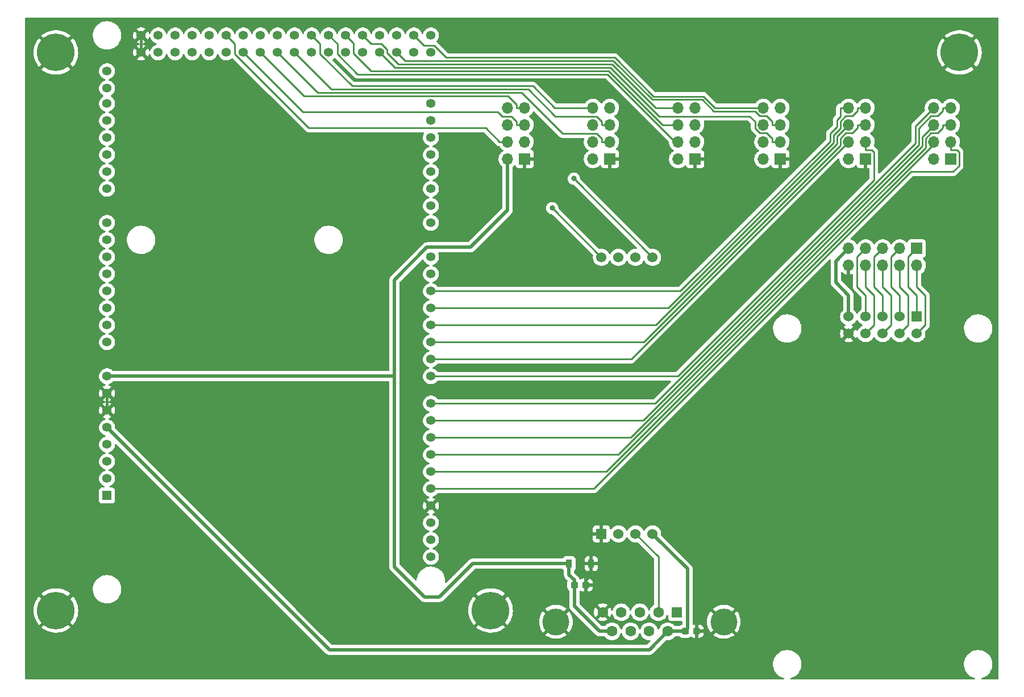
<source format=gbl>
G04 #@! TF.GenerationSoftware,KiCad,Pcbnew,6.0.9-8da3e8f707~116~ubuntu20.04.1*
G04 #@! TF.CreationDate,2023-03-28T19:05:23+02:00*
G04 #@! TF.ProjectId,six_to_six_control,7369785f-746f-45f7-9369-785f636f6e74,rev?*
G04 #@! TF.SameCoordinates,Original*
G04 #@! TF.FileFunction,Copper,L2,Bot*
G04 #@! TF.FilePolarity,Positive*
%FSLAX46Y46*%
G04 Gerber Fmt 4.6, Leading zero omitted, Abs format (unit mm)*
G04 Created by KiCad (PCBNEW 6.0.9-8da3e8f707~116~ubuntu20.04.1) date 2023-03-28 19:05:23*
%MOMM*%
%LPD*%
G01*
G04 APERTURE LIST*
G04 Aperture macros list*
%AMRoundRect*
0 Rectangle with rounded corners*
0 $1 Rounding radius*
0 $2 $3 $4 $5 $6 $7 $8 $9 X,Y pos of 4 corners*
0 Add a 4 corners polygon primitive as box body*
4,1,4,$2,$3,$4,$5,$6,$7,$8,$9,$2,$3,0*
0 Add four circle primitives for the rounded corners*
1,1,$1+$1,$2,$3*
1,1,$1+$1,$4,$5*
1,1,$1+$1,$6,$7*
1,1,$1+$1,$8,$9*
0 Add four rect primitives between the rounded corners*
20,1,$1+$1,$2,$3,$4,$5,0*
20,1,$1+$1,$4,$5,$6,$7,0*
20,1,$1+$1,$6,$7,$8,$9,0*
20,1,$1+$1,$8,$9,$2,$3,0*%
G04 Aperture macros list end*
G04 #@! TA.AperFunction,ComponentPad*
%ADD10R,1.530000X1.530000*%
G04 #@! TD*
G04 #@! TA.AperFunction,ComponentPad*
%ADD11C,1.530000*%
G04 #@! TD*
G04 #@! TA.AperFunction,ComponentPad*
%ADD12R,1.700000X1.700000*%
G04 #@! TD*
G04 #@! TA.AperFunction,ComponentPad*
%ADD13O,1.700000X1.700000*%
G04 #@! TD*
G04 #@! TA.AperFunction,ComponentPad*
%ADD14C,5.600000*%
G04 #@! TD*
G04 #@! TA.AperFunction,ComponentPad*
%ADD15C,4.000000*%
G04 #@! TD*
G04 #@! TA.AperFunction,ComponentPad*
%ADD16R,1.600000X1.600000*%
G04 #@! TD*
G04 #@! TA.AperFunction,ComponentPad*
%ADD17C,1.600000*%
G04 #@! TD*
G04 #@! TA.AperFunction,SMDPad,CuDef*
%ADD18RoundRect,0.237500X-0.300000X-0.237500X0.300000X-0.237500X0.300000X0.237500X-0.300000X0.237500X0*%
G04 #@! TD*
G04 #@! TA.AperFunction,ComponentPad*
%ADD19C,1.358000*%
G04 #@! TD*
G04 #@! TA.AperFunction,ComponentPad*
%ADD20R,1.358000X1.358000*%
G04 #@! TD*
G04 #@! TA.AperFunction,SMDPad,CuDef*
%ADD21R,0.900000X1.200000*%
G04 #@! TD*
G04 #@! TA.AperFunction,ViaPad*
%ADD22C,0.800000*%
G04 #@! TD*
G04 #@! TA.AperFunction,Conductor*
%ADD23C,0.500000*%
G04 #@! TD*
G04 #@! TA.AperFunction,Conductor*
%ADD24C,0.250000*%
G04 #@! TD*
G04 #@! TA.AperFunction,Conductor*
%ADD25C,0.400000*%
G04 #@! TD*
G04 APERTURE END LIST*
D10*
X162560000Y-116841500D03*
D11*
X165100000Y-116841500D03*
X167640000Y-116841500D03*
X170180000Y-116841500D03*
X170180000Y-75621500D03*
X167640000Y-75621500D03*
X165100000Y-75621500D03*
X162560000Y-75621500D03*
D12*
X201930000Y-60960000D03*
D13*
X199390000Y-60960000D03*
X201930000Y-58420000D03*
X199390000Y-58420000D03*
X201930000Y-55880000D03*
X199390000Y-55880000D03*
X201930000Y-53340000D03*
X199390000Y-53340000D03*
D12*
X151130000Y-60960000D03*
D13*
X148590000Y-60960000D03*
X151130000Y-58420000D03*
X148590000Y-58420000D03*
X151130000Y-55880000D03*
X148590000Y-55880000D03*
X151130000Y-53340000D03*
X148590000Y-53340000D03*
D12*
X189230000Y-60960000D03*
D13*
X186690000Y-60960000D03*
X189230000Y-58420000D03*
X186690000Y-58420000D03*
X189230000Y-55880000D03*
X186690000Y-55880000D03*
X189230000Y-53340000D03*
X186690000Y-53340000D03*
D14*
X81280000Y-128270000D03*
D12*
X209550000Y-74295000D03*
D13*
X209550000Y-76835000D03*
X207010000Y-74295000D03*
X207010000Y-76835000D03*
X204470000Y-74295000D03*
X204470000Y-76835000D03*
X201930000Y-74295000D03*
X201930000Y-76835000D03*
X199390000Y-74295000D03*
X199390000Y-76835000D03*
D14*
X146050000Y-128270000D03*
X215900000Y-45085000D03*
D12*
X163830000Y-60960000D03*
D13*
X161290000Y-60960000D03*
X163830000Y-58420000D03*
X161290000Y-58420000D03*
X163830000Y-55880000D03*
X161290000Y-55880000D03*
X163830000Y-53340000D03*
X161290000Y-53340000D03*
D15*
X180785000Y-129944000D03*
X155785000Y-129944000D03*
D16*
X173825000Y-128524000D03*
D17*
X171055000Y-128524000D03*
X168285000Y-128524000D03*
X165515000Y-128524000D03*
X162745000Y-128524000D03*
X172440000Y-131364000D03*
X169670000Y-131364000D03*
X166900000Y-131364000D03*
X164130000Y-131364000D03*
D10*
X209550000Y-84455000D03*
D11*
X209550000Y-86995000D03*
X207010000Y-84455000D03*
X207010000Y-86995000D03*
X204470000Y-84455000D03*
X204470000Y-86995000D03*
X201930000Y-84455000D03*
X201930000Y-86995000D03*
X199390000Y-84455000D03*
X199390000Y-86995000D03*
D14*
X81280000Y-45085000D03*
D12*
X176530000Y-60970000D03*
D13*
X173990000Y-60970000D03*
X176530000Y-58430000D03*
X173990000Y-58430000D03*
X176530000Y-55890000D03*
X173990000Y-55890000D03*
X176530000Y-53350000D03*
X173990000Y-53350000D03*
D12*
X214630000Y-60960000D03*
D13*
X212090000Y-60960000D03*
X214630000Y-58420000D03*
X212090000Y-58420000D03*
X214630000Y-55880000D03*
X212090000Y-55880000D03*
X214630000Y-53340000D03*
X212090000Y-53340000D03*
D18*
X158522500Y-124460000D03*
X160247500Y-124460000D03*
D19*
X137160000Y-75565000D03*
X137160000Y-78105000D03*
X137160000Y-80645000D03*
X137160000Y-83185000D03*
X88900000Y-103505000D03*
X137160000Y-85725000D03*
X137160000Y-88265000D03*
X88900000Y-100965000D03*
X137160000Y-45085000D03*
X137160000Y-42545000D03*
X137160000Y-90805000D03*
X137160000Y-93345000D03*
X137160000Y-97409000D03*
X137160000Y-99949000D03*
X137160000Y-102489000D03*
X137160000Y-105029000D03*
X137160000Y-107569000D03*
X137160000Y-110109000D03*
X137160000Y-70485000D03*
X137160000Y-67945000D03*
X137160000Y-65405000D03*
X137160000Y-62865000D03*
X137160000Y-60325000D03*
X137160000Y-57785000D03*
X137160000Y-55245000D03*
X137160000Y-52705000D03*
X134620000Y-45085000D03*
X134620000Y-42545000D03*
X132080000Y-45085000D03*
X132080000Y-42545000D03*
X129540000Y-45085000D03*
X129540000Y-42545000D03*
X127000000Y-45085000D03*
X127000000Y-42545000D03*
X124460000Y-45085000D03*
X124460000Y-42545000D03*
X121920000Y-45085000D03*
X121920000Y-42545000D03*
X119380000Y-45085000D03*
X119380000Y-42545000D03*
X116840000Y-45085000D03*
X116840000Y-42545000D03*
X114300000Y-45085000D03*
X114300000Y-42545000D03*
X111760000Y-45085000D03*
X111760000Y-42545000D03*
X109220000Y-45085000D03*
X109220000Y-42545000D03*
X106680000Y-45085000D03*
X106680000Y-42545000D03*
X104140000Y-45085000D03*
X104140000Y-42545000D03*
X101600000Y-45085000D03*
X101600000Y-42545000D03*
X99060000Y-45085000D03*
X99060000Y-42545000D03*
X96520000Y-45085000D03*
X96520000Y-42545000D03*
X88900000Y-88265000D03*
X88900000Y-85725000D03*
X88900000Y-83185000D03*
X88900000Y-80645000D03*
X88900000Y-78105000D03*
X88900000Y-75565000D03*
X88900000Y-73025000D03*
X88900000Y-70485000D03*
X88900000Y-65405000D03*
X88900000Y-62865000D03*
X88900000Y-60325000D03*
X88900000Y-57785000D03*
X88900000Y-55245000D03*
X88900000Y-52705000D03*
X88900000Y-50419000D03*
X88900000Y-47879000D03*
X137160000Y-115189000D03*
X88900000Y-98425000D03*
X88900000Y-95885000D03*
X137160000Y-112649000D03*
X93980000Y-45085000D03*
X93980000Y-42545000D03*
X88900000Y-108585000D03*
D20*
X88900000Y-111125000D03*
D19*
X88900000Y-106045000D03*
X137160000Y-120269000D03*
X137160000Y-117729000D03*
X88900000Y-93345000D03*
D21*
X157735000Y-121285000D03*
X161035000Y-121285000D03*
D18*
X175032500Y-131339300D03*
X176757500Y-131339300D03*
D22*
X155225400Y-68286900D03*
X158455400Y-63896900D03*
D23*
X197485000Y-79375000D02*
X199390000Y-81280000D01*
X197485000Y-76200000D02*
X197485000Y-79375000D01*
X199390000Y-81280000D02*
X199390000Y-84455000D01*
X199390000Y-74295000D02*
X197485000Y-76200000D01*
X122047000Y-134112000D02*
X169692000Y-134112000D01*
X175032500Y-131339300D02*
X172464700Y-131339300D01*
X175032500Y-131339300D02*
X175389800Y-130982000D01*
X175389800Y-122051300D02*
X170180000Y-116841500D01*
X172464700Y-131339300D02*
X172440000Y-131364000D01*
X88900000Y-100965000D02*
X122047000Y-134112000D01*
X175389800Y-130982000D02*
X175389800Y-122051300D01*
X169692000Y-134112000D02*
X172440000Y-131364000D01*
D24*
X198164700Y-53340000D02*
X198164700Y-54665782D01*
X196665000Y-57190788D02*
X196665000Y-58316576D01*
X174336576Y-80645000D02*
X137160000Y-80645000D01*
X196665000Y-58316576D02*
X174336576Y-80645000D01*
X198164700Y-54665782D02*
X197665000Y-55165482D01*
X199390000Y-53340000D02*
X198164700Y-53340000D01*
X197665000Y-56190788D02*
X196665000Y-57190788D01*
X197665000Y-55165482D02*
X197665000Y-56190788D01*
X201930000Y-59645300D02*
X202849000Y-59645300D01*
X203155400Y-59951700D02*
X203155400Y-64136570D01*
X203155400Y-64136570D02*
X173946970Y-93345000D01*
X202849000Y-59645300D02*
X203155400Y-59951700D01*
X201930000Y-58420000D02*
X201930000Y-59645300D01*
X173946970Y-93345000D02*
X137160000Y-93345000D01*
X137160000Y-97409000D02*
X170590076Y-97409000D01*
X209365000Y-56065000D02*
X212090000Y-53340000D01*
X170590076Y-97409000D02*
X209365000Y-58634076D01*
X209365000Y-58634076D02*
X209365000Y-56065000D01*
X212639000Y-54565300D02*
X213404700Y-53799600D01*
X168757182Y-99949000D02*
X209865000Y-58841182D01*
X211667200Y-54565300D02*
X212639000Y-54565300D01*
X209865000Y-58841182D02*
X209865000Y-56367500D01*
X213404700Y-53799600D02*
X213404700Y-53340000D01*
X209865000Y-56367500D02*
X211667200Y-54565300D01*
X137160000Y-99949000D02*
X168757182Y-99949000D01*
X213404700Y-53340000D02*
X214630000Y-53340000D01*
X212090000Y-56605300D02*
X211465182Y-56605300D01*
X166924288Y-102489000D02*
X137160000Y-102489000D01*
X210365000Y-59048288D02*
X166924288Y-102489000D01*
X211465182Y-56605300D02*
X210365000Y-57705482D01*
X212090000Y-55880000D02*
X212090000Y-56605300D01*
X210365000Y-57705482D02*
X210365000Y-59048288D01*
X213404700Y-56339600D02*
X212639000Y-57105300D01*
X165091394Y-105029000D02*
X137160000Y-105029000D01*
X210865000Y-59255394D02*
X165091394Y-105029000D01*
X212639000Y-57105300D02*
X211672288Y-57105300D01*
X210865000Y-57912588D02*
X210865000Y-59255394D01*
X214630000Y-55880000D02*
X213404700Y-55880000D01*
X213404700Y-55880000D02*
X213404700Y-56339600D01*
X211672288Y-57105300D02*
X210865000Y-57912588D01*
X208280000Y-85725000D02*
X208280000Y-81280000D01*
X207010000Y-86995000D02*
X208280000Y-85725000D01*
X207010000Y-80010000D02*
X207010000Y-76835000D01*
X208280000Y-81280000D02*
X207010000Y-80010000D01*
X204470000Y-80010000D02*
X204470000Y-76835000D01*
X205740000Y-85725000D02*
X205740000Y-81280000D01*
X205740000Y-81280000D02*
X204470000Y-80010000D01*
X204470000Y-86995000D02*
X205740000Y-85725000D01*
X203200000Y-80010000D02*
X204470000Y-81280000D01*
X204470000Y-74295000D02*
X203200000Y-75565000D01*
X204470000Y-81280000D02*
X204470000Y-84455000D01*
X203200000Y-75565000D02*
X203200000Y-80010000D01*
X201930000Y-81280000D02*
X201930000Y-84455000D01*
X201930000Y-74295000D02*
X200660000Y-75565000D01*
X200660000Y-80010000D02*
X201930000Y-81280000D01*
X200660000Y-75565000D02*
X200660000Y-80010000D01*
D23*
X136568088Y-74136000D02*
X131721300Y-78982788D01*
X131721300Y-78982788D02*
X131721300Y-93345000D01*
X162305000Y-131364000D02*
X164130000Y-131364000D01*
X138438700Y-126229300D02*
X143383000Y-121285000D01*
X143034000Y-74136000D02*
X136568088Y-74136000D01*
X131721300Y-93345000D02*
X88900000Y-93345000D01*
X131721300Y-93345000D02*
X131721300Y-121747500D01*
X158522500Y-124460000D02*
X158522500Y-123724500D01*
X131721300Y-121747500D02*
X136203100Y-126229300D01*
X157734000Y-122936000D02*
X157735000Y-122935000D01*
X162305000Y-131364000D02*
X158522500Y-127581500D01*
X158522500Y-127581500D02*
X158522500Y-124460000D01*
X158522500Y-123724500D02*
X157734000Y-122936000D01*
X148590000Y-60960000D02*
X148590000Y-68580000D01*
X157735000Y-122935000D02*
X157735000Y-121285000D01*
X148590000Y-68580000D02*
X143034000Y-74136000D01*
X136203100Y-126229300D02*
X138438700Y-126229300D01*
X143383000Y-121285000D02*
X157735000Y-121285000D01*
D25*
X160274000Y-126053000D02*
X160274000Y-124486500D01*
X162745000Y-128524000D02*
X160274000Y-126053000D01*
X160247500Y-123724500D02*
X161036000Y-122936000D01*
X93980000Y-42545000D02*
X93980000Y-45085000D01*
X180005550Y-62520400D02*
X178455150Y-60970000D01*
X167315850Y-62525700D02*
X176530000Y-62525700D01*
X189230000Y-60960000D02*
X189230000Y-62520400D01*
X177165000Y-133244300D02*
X177484700Y-133244300D01*
X165750150Y-60960000D02*
X167315850Y-62525700D01*
X176530000Y-62525700D02*
X176530000Y-60970000D01*
X88900000Y-98425000D02*
X88900000Y-95885000D01*
X189230000Y-62520400D02*
X180005550Y-62520400D01*
X176757500Y-132836800D02*
X177165000Y-133244300D01*
X161035000Y-122935000D02*
X161035000Y-121285000D01*
X177484700Y-133244300D02*
X180785000Y-129944000D01*
X163830000Y-62525900D02*
X153996200Y-62525900D01*
X163830000Y-60960000D02*
X165750150Y-60960000D01*
X178455150Y-60970000D02*
X176530000Y-60970000D01*
X161036000Y-122936000D02*
X161035000Y-122935000D01*
X152430300Y-60960000D02*
X151130000Y-60960000D01*
X176757500Y-131339300D02*
X176757500Y-132836800D01*
X163830000Y-60960000D02*
X163830000Y-62525900D01*
X160274000Y-124486500D02*
X160247500Y-124460000D01*
X160247500Y-124460000D02*
X160247500Y-123724500D01*
X153996200Y-62525900D02*
X152430300Y-60960000D01*
D24*
X164518218Y-45821600D02*
X139387182Y-45821600D01*
X170321618Y-51625000D02*
X164518218Y-45821600D01*
X136106000Y-44031000D02*
X134620000Y-42545000D01*
X139387182Y-45821600D02*
X137596582Y-44031000D01*
X137596582Y-44031000D02*
X136106000Y-44031000D01*
X186690000Y-53340000D02*
X179484212Y-53340000D01*
X179484212Y-53340000D02*
X177769212Y-51625000D01*
X177769212Y-51625000D02*
X170321618Y-51625000D01*
X189230000Y-55880000D02*
X188004700Y-55880000D01*
X164311112Y-46321600D02*
X133316600Y-46321600D01*
X185457588Y-53840000D02*
X179277106Y-53840000D01*
X170114512Y-52125000D02*
X164311112Y-46321600D01*
X177562106Y-52125000D02*
X170114512Y-52125000D01*
X188004700Y-55880000D02*
X188004700Y-55420400D01*
X179277106Y-53840000D02*
X177562106Y-52125000D01*
X188004700Y-55420400D02*
X187149300Y-54565000D01*
X133316600Y-46321600D02*
X132080000Y-45085000D01*
X186182588Y-54565000D02*
X185457588Y-53840000D01*
X187149300Y-54565000D02*
X186182588Y-54565000D01*
X184664300Y-54620000D02*
X185465000Y-55420700D01*
X188004700Y-57960400D02*
X188004700Y-58420000D01*
X131777300Y-47322300D02*
X163897600Y-47322300D01*
X129540000Y-45085000D02*
X131777300Y-47322300D01*
X163897600Y-47322300D02*
X171195300Y-54620000D01*
X185465000Y-56387412D02*
X186182588Y-57105000D01*
X187149300Y-57105000D02*
X188004700Y-57960400D01*
X186182588Y-57105000D02*
X187149300Y-57105000D01*
X171195300Y-54620000D02*
X184664300Y-54620000D01*
X185465000Y-55420700D02*
X185465000Y-56387412D01*
X188004700Y-58420000D02*
X189230000Y-58420000D01*
X129800200Y-43815000D02*
X130594400Y-44609200D01*
X128270000Y-43815000D02*
X129800200Y-43815000D01*
X170632406Y-53350000D02*
X173990000Y-53350000D01*
X164104406Y-46822000D02*
X170632406Y-53350000D01*
X127000000Y-42545000D02*
X128270000Y-43815000D01*
X132276700Y-46822000D02*
X164104406Y-46822000D01*
X130594400Y-45139700D02*
X132276700Y-46822000D01*
X130594400Y-44609200D02*
X130594400Y-45139700D01*
X125649300Y-43734300D02*
X125649300Y-45242000D01*
X124460000Y-42545000D02*
X125649300Y-43734300D01*
X163629100Y-47822600D02*
X171696500Y-55890000D01*
X173990000Y-55890000D02*
X172764700Y-55890000D01*
X171696500Y-55890000D02*
X172764700Y-55890000D01*
X128229900Y-47822600D02*
X163629100Y-47822600D01*
X125649300Y-45242000D02*
X128229900Y-47822600D01*
X173529394Y-58430000D02*
X163421994Y-48322600D01*
X163421994Y-48322600D02*
X126206600Y-48322600D01*
X123200500Y-45316500D02*
X123200500Y-43825500D01*
X126206600Y-48322600D02*
X123200500Y-45316500D01*
X173990000Y-58430000D02*
X173529394Y-58430000D01*
X123200500Y-43825500D02*
X121920000Y-42545000D01*
X120650000Y-43815000D02*
X119380000Y-42545000D01*
X161290000Y-53340000D02*
X155575000Y-53340000D01*
X125434100Y-50095900D02*
X120650000Y-45311800D01*
X152330900Y-50095900D02*
X125434100Y-50095900D01*
X155575000Y-53340000D02*
X152330900Y-50095900D01*
X120650000Y-45311800D02*
X120650000Y-43815000D01*
X161839000Y-54654700D02*
X162604700Y-55420400D01*
X116840000Y-45085000D02*
X122351300Y-50596300D01*
X155712000Y-54654700D02*
X161839000Y-54654700D01*
X163830000Y-55880000D02*
X162604700Y-55880000D01*
X122351300Y-50596300D02*
X151653600Y-50596300D01*
X151653600Y-50596300D02*
X155712000Y-54654700D01*
X162604700Y-55420400D02*
X162604700Y-55880000D01*
X156758600Y-57194700D02*
X150660600Y-51096700D01*
X162604700Y-57960400D02*
X161839000Y-57194700D01*
X162604700Y-58420000D02*
X162604700Y-57960400D01*
X161839000Y-57194700D02*
X156758600Y-57194700D01*
X150660600Y-51096700D02*
X120311700Y-51096700D01*
X163830000Y-58420000D02*
X162604700Y-58420000D01*
X120311700Y-51096700D02*
X114300000Y-45085000D01*
X118272100Y-51597100D02*
X148621300Y-51597100D01*
X149904700Y-52880500D02*
X149904700Y-53340000D01*
X151130000Y-53340000D02*
X149904700Y-53340000D01*
X148621300Y-51597100D02*
X149904700Y-52880500D01*
X111760000Y-45085000D02*
X118272100Y-51597100D01*
X118110000Y-53975000D02*
X109220000Y-45085000D01*
X149139000Y-54654700D02*
X147828700Y-54654700D01*
X149904700Y-55420400D02*
X149139000Y-54654700D01*
X151130000Y-55880000D02*
X149904700Y-55880000D01*
X147828700Y-54654700D02*
X147149000Y-53975000D01*
X147149000Y-53975000D02*
X118110000Y-53975000D01*
X149904700Y-55880000D02*
X149904700Y-55420400D01*
X107950000Y-43815000D02*
X106680000Y-42545000D01*
X118964700Y-56359400D02*
X107950000Y-45344700D01*
X147364700Y-58420000D02*
X145304100Y-56359400D01*
X145304100Y-56359400D02*
X118964700Y-56359400D01*
X148590000Y-58420000D02*
X147364700Y-58420000D01*
X107950000Y-45344700D02*
X107950000Y-43815000D01*
X171055000Y-120256500D02*
X167640000Y-116841500D01*
X171055000Y-128524000D02*
X171055000Y-120256500D01*
X209550000Y-81280000D02*
X209550000Y-84455000D01*
X209550000Y-74295000D02*
X208280000Y-75565000D01*
X208280000Y-80010000D02*
X209550000Y-81280000D01*
X208280000Y-75565000D02*
X208280000Y-80010000D01*
X210820000Y-85725000D02*
X210820000Y-81280000D01*
X209550000Y-86995000D02*
X210820000Y-85725000D01*
X209550000Y-80010000D02*
X209550000Y-76835000D01*
X210820000Y-81280000D02*
X209550000Y-80010000D01*
X207010000Y-74295000D02*
X205740000Y-75565000D01*
X207010000Y-81280000D02*
X207010000Y-84455000D01*
X205740000Y-75565000D02*
X205740000Y-80010000D01*
X205740000Y-80010000D02*
X207010000Y-81280000D01*
X201930000Y-80010000D02*
X201930000Y-76835000D01*
X201930000Y-86995000D02*
X203200000Y-85725000D01*
X203200000Y-85725000D02*
X203200000Y-81280000D01*
X203200000Y-81280000D02*
X201930000Y-80010000D01*
X163258500Y-107569000D02*
X137160000Y-107569000D01*
X212090000Y-58420000D02*
X212090000Y-58737500D01*
X212090000Y-58737500D02*
X163258500Y-107569000D01*
X214630000Y-59645300D02*
X214630000Y-58420000D01*
X137160000Y-110109000D02*
X161467200Y-110109000D01*
X208711200Y-62865000D02*
X214974300Y-62865000D01*
X215549000Y-59645300D02*
X214630000Y-59645300D01*
X215858000Y-61981300D02*
X215858000Y-59954300D01*
X161467200Y-110109000D02*
X208711200Y-62865000D01*
X214974300Y-62865000D02*
X215858000Y-61981300D01*
X215858000Y-59954300D02*
X215549000Y-59645300D01*
X162560000Y-75621500D02*
X155225400Y-68286900D01*
X170180000Y-75621500D02*
X158455400Y-63896900D01*
X198972288Y-54565300D02*
X198165000Y-55372588D01*
X197165000Y-57397894D02*
X197165000Y-58523682D01*
X198165000Y-55372588D02*
X198165000Y-56397894D01*
X197165000Y-58523682D02*
X172503682Y-83185000D01*
X198165000Y-56397894D02*
X197165000Y-57397894D01*
X172503682Y-83185000D02*
X137160000Y-83185000D01*
X201930000Y-53340000D02*
X200704700Y-53340000D01*
X199939000Y-54565300D02*
X198972288Y-54565300D01*
X200704700Y-53340000D02*
X200704700Y-53799600D01*
X200704700Y-53799600D02*
X199939000Y-54565300D01*
X197665000Y-58730788D02*
X170670788Y-85725000D01*
X199390000Y-55880000D02*
X197665000Y-57605000D01*
X197665000Y-57605000D02*
X197665000Y-58730788D01*
X170670788Y-85725000D02*
X137160000Y-85725000D01*
X198972288Y-57105300D02*
X198165000Y-57912588D01*
X200704700Y-56339600D02*
X199939000Y-57105300D01*
X200704700Y-55880000D02*
X200704700Y-56339600D01*
X168837894Y-88265000D02*
X137160000Y-88265000D01*
X201930000Y-55880000D02*
X200704700Y-55880000D01*
X198165000Y-58937894D02*
X168837894Y-88265000D01*
X198165000Y-57912588D02*
X198165000Y-58937894D01*
X199939000Y-57105300D02*
X198972288Y-57105300D01*
X199390000Y-58420000D02*
X167005000Y-90805000D01*
X167005000Y-90805000D02*
X137160000Y-90805000D01*
G04 #@! TA.AperFunction,Conductor*
G36*
X221585018Y-39880000D02*
G01*
X221599853Y-39882310D01*
X221599855Y-39882310D01*
X221608724Y-39883691D01*
X221614508Y-39882935D01*
X221680868Y-39903307D01*
X221726700Y-39957528D01*
X221735165Y-39998873D01*
X221736309Y-39998723D01*
X221736309Y-39998724D01*
X221736329Y-39998873D01*
X221740436Y-40030283D01*
X221741500Y-40046621D01*
X221741500Y-138380633D01*
X221740000Y-138400018D01*
X221736309Y-138423724D01*
X221737065Y-138429508D01*
X221716693Y-138495868D01*
X221662472Y-138541700D01*
X221621127Y-138550165D01*
X221621277Y-138551309D01*
X221621276Y-138551309D01*
X221589714Y-138555436D01*
X221573379Y-138556500D01*
X219285266Y-138556500D01*
X219217145Y-138536498D01*
X219170652Y-138482842D01*
X219160548Y-138412568D01*
X219190042Y-138347988D01*
X219249768Y-138309604D01*
X219255842Y-138308086D01*
X219258144Y-138307443D01*
X219262342Y-138306574D01*
X219533343Y-138210607D01*
X219788812Y-138078750D01*
X219792313Y-138076289D01*
X219792317Y-138076287D01*
X219906418Y-137996095D01*
X220024023Y-137913441D01*
X220234622Y-137717740D01*
X220416713Y-137495268D01*
X220566927Y-137250142D01*
X220682483Y-136986898D01*
X220761244Y-136710406D01*
X220801751Y-136425784D01*
X220801845Y-136407951D01*
X220803235Y-136142583D01*
X220803235Y-136142576D01*
X220803257Y-136138297D01*
X220765732Y-135853266D01*
X220689871Y-135575964D01*
X220577077Y-135311524D01*
X220429439Y-135064839D01*
X220249687Y-134840472D01*
X220082629Y-134681940D01*
X220044258Y-134645527D01*
X220044255Y-134645525D01*
X220041149Y-134642577D01*
X219807683Y-134474814D01*
X219785843Y-134463250D01*
X219762654Y-134450972D01*
X219553608Y-134340288D01*
X219283627Y-134241489D01*
X219002736Y-134180245D01*
X218971685Y-134177801D01*
X218779718Y-134162693D01*
X218779709Y-134162693D01*
X218777261Y-134162500D01*
X218621729Y-134162500D01*
X218619593Y-134162646D01*
X218619582Y-134162646D01*
X218411452Y-134176835D01*
X218411446Y-134176836D01*
X218407175Y-134177127D01*
X218402980Y-134177996D01*
X218402978Y-134177996D01*
X218266416Y-134206277D01*
X218125658Y-134235426D01*
X217854657Y-134331393D01*
X217599188Y-134463250D01*
X217595687Y-134465711D01*
X217595683Y-134465713D01*
X217585594Y-134472804D01*
X217363977Y-134628559D01*
X217308986Y-134679660D01*
X217170223Y-134808607D01*
X217153378Y-134824260D01*
X216971287Y-135046732D01*
X216821073Y-135291858D01*
X216705517Y-135555102D01*
X216626756Y-135831594D01*
X216586249Y-136116216D01*
X216586227Y-136120505D01*
X216586226Y-136120512D01*
X216584765Y-136399417D01*
X216584743Y-136403703D01*
X216622268Y-136688734D01*
X216698129Y-136966036D01*
X216810923Y-137230476D01*
X216958561Y-137477161D01*
X217138313Y-137701528D01*
X217346851Y-137899423D01*
X217580317Y-138067186D01*
X217584112Y-138069195D01*
X217584113Y-138069196D01*
X217605869Y-138080715D01*
X217834392Y-138201712D01*
X218104373Y-138300511D01*
X218108565Y-138301425D01*
X218135932Y-138307392D01*
X218198228Y-138341447D01*
X218232223Y-138403775D01*
X218227125Y-138474589D01*
X218184551Y-138531404D01*
X218118019Y-138556183D01*
X218109090Y-138556500D01*
X190837266Y-138556500D01*
X190769145Y-138536498D01*
X190722652Y-138482842D01*
X190712548Y-138412568D01*
X190742042Y-138347988D01*
X190801768Y-138309604D01*
X190807842Y-138308086D01*
X190810144Y-138307443D01*
X190814342Y-138306574D01*
X191085343Y-138210607D01*
X191340812Y-138078750D01*
X191344313Y-138076289D01*
X191344317Y-138076287D01*
X191458418Y-137996095D01*
X191576023Y-137913441D01*
X191786622Y-137717740D01*
X191968713Y-137495268D01*
X192118927Y-137250142D01*
X192234483Y-136986898D01*
X192313244Y-136710406D01*
X192353751Y-136425784D01*
X192353845Y-136407951D01*
X192355235Y-136142583D01*
X192355235Y-136142576D01*
X192355257Y-136138297D01*
X192317732Y-135853266D01*
X192241871Y-135575964D01*
X192129077Y-135311524D01*
X191981439Y-135064839D01*
X191801687Y-134840472D01*
X191634629Y-134681940D01*
X191596258Y-134645527D01*
X191596255Y-134645525D01*
X191593149Y-134642577D01*
X191359683Y-134474814D01*
X191337843Y-134463250D01*
X191314654Y-134450972D01*
X191105608Y-134340288D01*
X190835627Y-134241489D01*
X190554736Y-134180245D01*
X190523685Y-134177801D01*
X190331718Y-134162693D01*
X190331709Y-134162693D01*
X190329261Y-134162500D01*
X190173729Y-134162500D01*
X190171593Y-134162646D01*
X190171582Y-134162646D01*
X189963452Y-134176835D01*
X189963446Y-134176836D01*
X189959175Y-134177127D01*
X189954980Y-134177996D01*
X189954978Y-134177996D01*
X189818416Y-134206277D01*
X189677658Y-134235426D01*
X189406657Y-134331393D01*
X189151188Y-134463250D01*
X189147687Y-134465711D01*
X189147683Y-134465713D01*
X189137594Y-134472804D01*
X188915977Y-134628559D01*
X188860986Y-134679660D01*
X188722223Y-134808607D01*
X188705378Y-134824260D01*
X188523287Y-135046732D01*
X188373073Y-135291858D01*
X188257517Y-135555102D01*
X188178756Y-135831594D01*
X188138249Y-136116216D01*
X188138227Y-136120505D01*
X188138226Y-136120512D01*
X188136765Y-136399417D01*
X188136743Y-136403703D01*
X188174268Y-136688734D01*
X188250129Y-136966036D01*
X188362923Y-137230476D01*
X188510561Y-137477161D01*
X188690313Y-137701528D01*
X188898851Y-137899423D01*
X189132317Y-138067186D01*
X189136112Y-138069195D01*
X189136113Y-138069196D01*
X189157869Y-138080715D01*
X189386392Y-138201712D01*
X189656373Y-138300511D01*
X189660565Y-138301425D01*
X189687932Y-138307392D01*
X189750228Y-138341447D01*
X189784223Y-138403775D01*
X189779125Y-138474589D01*
X189736551Y-138531404D01*
X189670019Y-138556183D01*
X189661090Y-138556500D01*
X76884367Y-138556500D01*
X76864982Y-138555000D01*
X76850148Y-138552690D01*
X76850145Y-138552690D01*
X76841276Y-138551309D01*
X76836065Y-138551990D01*
X76769984Y-138531706D01*
X76724150Y-138477486D01*
X76713671Y-138434778D01*
X76713729Y-138430000D01*
X76709773Y-138402376D01*
X76708500Y-138384514D01*
X76708500Y-130786381D01*
X79129160Y-130786381D01*
X79129237Y-130787470D01*
X79131698Y-130791206D01*
X79405632Y-131001404D01*
X79411262Y-131005259D01*
X79711591Y-131187862D01*
X79717593Y-131191080D01*
X80035897Y-131340184D01*
X80042202Y-131342732D01*
X80374743Y-131456587D01*
X80381313Y-131458446D01*
X80724183Y-131535714D01*
X80730912Y-131536853D01*
X81080143Y-131576643D01*
X81086933Y-131577046D01*
X81438419Y-131578886D01*
X81445220Y-131578554D01*
X81794853Y-131542423D01*
X81801581Y-131541357D01*
X82145274Y-131467676D01*
X82151822Y-131465897D01*
X82485549Y-131355527D01*
X82491891Y-131353041D01*
X82811718Y-131207288D01*
X82817777Y-131204121D01*
X83119995Y-131024676D01*
X83125659Y-131020884D01*
X83406732Y-130809849D01*
X83411958Y-130805464D01*
X83421613Y-130796428D01*
X83429682Y-130782750D01*
X83429654Y-130782024D01*
X83424512Y-130773723D01*
X81292810Y-128642020D01*
X81278869Y-128634408D01*
X81277034Y-128634539D01*
X81270420Y-128638790D01*
X79136774Y-130772437D01*
X79129160Y-130786381D01*
X76708500Y-130786381D01*
X76708500Y-128261832D01*
X77967333Y-128261832D01*
X77985117Y-128612893D01*
X77985827Y-128619649D01*
X78041420Y-128966723D01*
X78042859Y-128973378D01*
X78135608Y-129312410D01*
X78137757Y-129318871D01*
X78266581Y-129645912D01*
X78269412Y-129652095D01*
X78432803Y-129963310D01*
X78436286Y-129969152D01*
X78632330Y-130260896D01*
X78636433Y-130266340D01*
X78756425Y-130408836D01*
X78769164Y-130417279D01*
X78779608Y-130411181D01*
X80907980Y-128282810D01*
X80914357Y-128271131D01*
X81644408Y-128271131D01*
X81644539Y-128272966D01*
X81648790Y-128279580D01*
X83779009Y-130409798D01*
X83792605Y-130417223D01*
X83802218Y-130410522D01*
X83902518Y-130293912D01*
X83906676Y-130288514D01*
X84105762Y-129998840D01*
X84109310Y-129993029D01*
X84275942Y-129683559D01*
X84278849Y-129677381D01*
X84411090Y-129351713D01*
X84413304Y-129345283D01*
X84509598Y-129007237D01*
X84511105Y-129000607D01*
X84570332Y-128654118D01*
X84571112Y-128647378D01*
X84592668Y-128294925D01*
X84592784Y-128291323D01*
X84592853Y-128271819D01*
X84592761Y-128268194D01*
X84573666Y-127915615D01*
X84572931Y-127908849D01*
X84516130Y-127561985D01*
X84514663Y-127555313D01*
X84420736Y-127216627D01*
X84418562Y-127210163D01*
X84288598Y-126883578D01*
X84285742Y-126877398D01*
X84121269Y-126566763D01*
X84117769Y-126560937D01*
X83920697Y-126269862D01*
X83916590Y-126264453D01*
X83803565Y-126131179D01*
X83790740Y-126122743D01*
X83780416Y-126128795D01*
X81652020Y-128257190D01*
X81644408Y-128271131D01*
X80914357Y-128271131D01*
X80915592Y-128268869D01*
X80915461Y-128267034D01*
X80911210Y-128260420D01*
X78780992Y-126130203D01*
X78767455Y-126122811D01*
X78757753Y-126129599D01*
X78650430Y-126255257D01*
X78646296Y-126260664D01*
X78448215Y-126551041D01*
X78444697Y-126556851D01*
X78279134Y-126866922D01*
X78276259Y-126873087D01*
X78145155Y-127199218D01*
X78142962Y-127205658D01*
X78047846Y-127544044D01*
X78046363Y-127550679D01*
X77988350Y-127897354D01*
X77987591Y-127904126D01*
X77967357Y-128255037D01*
X77967333Y-128261832D01*
X76708500Y-128261832D01*
X76708500Y-125756862D01*
X79129950Y-125756862D01*
X79129986Y-125757704D01*
X79135037Y-125765826D01*
X81267190Y-127897980D01*
X81281131Y-127905592D01*
X81282966Y-127905461D01*
X81289580Y-127901210D01*
X83422798Y-125767991D01*
X83430412Y-125754047D01*
X83430344Y-125753089D01*
X83425836Y-125746272D01*
X83424418Y-125745065D01*
X83144813Y-125532064D01*
X83139187Y-125528240D01*
X82838214Y-125346681D01*
X82832202Y-125343484D01*
X82582773Y-125227703D01*
X86790743Y-125227703D01*
X86791302Y-125231947D01*
X86791302Y-125231951D01*
X86802685Y-125318413D01*
X86828268Y-125512734D01*
X86904129Y-125790036D01*
X87016923Y-126054476D01*
X87028693Y-126074142D01*
X87142592Y-126264453D01*
X87164561Y-126301161D01*
X87344313Y-126525528D01*
X87387766Y-126566763D01*
X87547359Y-126718211D01*
X87552851Y-126723423D01*
X87786317Y-126891186D01*
X87790112Y-126893195D01*
X87790113Y-126893196D01*
X87811869Y-126904715D01*
X88040392Y-127025712D01*
X88310373Y-127124511D01*
X88591264Y-127185755D01*
X88619841Y-127188004D01*
X88814282Y-127203307D01*
X88814291Y-127203307D01*
X88816739Y-127203500D01*
X88972271Y-127203500D01*
X88974407Y-127203354D01*
X88974418Y-127203354D01*
X89182548Y-127189165D01*
X89182554Y-127189164D01*
X89186825Y-127188873D01*
X89191020Y-127188004D01*
X89191022Y-127188004D01*
X89337736Y-127157621D01*
X89468342Y-127130574D01*
X89739343Y-127034607D01*
X89994812Y-126902750D01*
X89998313Y-126900289D01*
X89998317Y-126900287D01*
X90158591Y-126787644D01*
X90230023Y-126737441D01*
X90440622Y-126541740D01*
X90622713Y-126319268D01*
X90772927Y-126074142D01*
X90888483Y-125810898D01*
X90904678Y-125754047D01*
X90966068Y-125538534D01*
X90967244Y-125534406D01*
X91007751Y-125249784D01*
X91007845Y-125231951D01*
X91009235Y-124966583D01*
X91009235Y-124966576D01*
X91009257Y-124962297D01*
X90995478Y-124857631D01*
X90972292Y-124681522D01*
X90971732Y-124677266D01*
X90895871Y-124399964D01*
X90805411Y-124187885D01*
X90784763Y-124139476D01*
X90784761Y-124139472D01*
X90783077Y-124135524D01*
X90692415Y-123984039D01*
X90637643Y-123892521D01*
X90637640Y-123892517D01*
X90635439Y-123888839D01*
X90455687Y-123664472D01*
X90330936Y-123546088D01*
X90250258Y-123469527D01*
X90250255Y-123469525D01*
X90247149Y-123466577D01*
X90031972Y-123311956D01*
X90017172Y-123301321D01*
X90017171Y-123301320D01*
X90013683Y-123298814D01*
X89991843Y-123287250D01*
X89961040Y-123270941D01*
X89759608Y-123164288D01*
X89608805Y-123109102D01*
X89493658Y-123066964D01*
X89493656Y-123066963D01*
X89489627Y-123065489D01*
X89208736Y-123004245D01*
X89177685Y-123001801D01*
X88985718Y-122986693D01*
X88985709Y-122986693D01*
X88983261Y-122986500D01*
X88827729Y-122986500D01*
X88825593Y-122986646D01*
X88825582Y-122986646D01*
X88617452Y-123000835D01*
X88617446Y-123000836D01*
X88613175Y-123001127D01*
X88608980Y-123001996D01*
X88608978Y-123001996D01*
X88472416Y-123030277D01*
X88331658Y-123059426D01*
X88060657Y-123155393D01*
X88010323Y-123181372D01*
X87869805Y-123253899D01*
X87805188Y-123287250D01*
X87801687Y-123289711D01*
X87801683Y-123289713D01*
X87694020Y-123365380D01*
X87569977Y-123452559D01*
X87530025Y-123489685D01*
X87369734Y-123638637D01*
X87359378Y-123648260D01*
X87177287Y-123870732D01*
X87027073Y-124115858D01*
X87025347Y-124119791D01*
X87025346Y-124119792D01*
X87011097Y-124152252D01*
X86911517Y-124379102D01*
X86832756Y-124655594D01*
X86792249Y-124940216D01*
X86792227Y-124944505D01*
X86792226Y-124944512D01*
X86790765Y-125223417D01*
X86790743Y-125227703D01*
X82582773Y-125227703D01*
X82513370Y-125195487D01*
X82507070Y-125192967D01*
X82174129Y-125080273D01*
X82167551Y-125078437D01*
X81824417Y-125002367D01*
X81817678Y-125001251D01*
X81468310Y-124962680D01*
X81461529Y-124962301D01*
X81110015Y-124961687D01*
X81103242Y-124962042D01*
X80753720Y-124999395D01*
X80747010Y-125000482D01*
X80403586Y-125075361D01*
X80397011Y-125077172D01*
X80063683Y-125188702D01*
X80057361Y-125191205D01*
X79738034Y-125338079D01*
X79731991Y-125341265D01*
X79430401Y-125521763D01*
X79424755Y-125525571D01*
X79144408Y-125737596D01*
X79139211Y-125741987D01*
X79137972Y-125743155D01*
X79129950Y-125756862D01*
X76708500Y-125756862D01*
X76708500Y-108553782D01*
X87707822Y-108553782D01*
X87722096Y-108771562D01*
X87775818Y-108983094D01*
X87867189Y-109181293D01*
X87993150Y-109359523D01*
X88149481Y-109511814D01*
X88154277Y-109515019D01*
X88154280Y-109515021D01*
X88303221Y-109614540D01*
X88330947Y-109633066D01*
X88336250Y-109635344D01*
X88336253Y-109635346D01*
X88476805Y-109695732D01*
X88531498Y-109741001D01*
X88553035Y-109808652D01*
X88534578Y-109877207D01*
X88481987Y-109924901D01*
X88427067Y-109937500D01*
X88172866Y-109937500D01*
X88110684Y-109944255D01*
X87974295Y-109995385D01*
X87857739Y-110082739D01*
X87770385Y-110199295D01*
X87719255Y-110335684D01*
X87712500Y-110397866D01*
X87712500Y-111852134D01*
X87719255Y-111914316D01*
X87770385Y-112050705D01*
X87857739Y-112167261D01*
X87974295Y-112254615D01*
X88110684Y-112305745D01*
X88172866Y-112312500D01*
X89627134Y-112312500D01*
X89689316Y-112305745D01*
X89825705Y-112254615D01*
X89942261Y-112167261D01*
X90029615Y-112050705D01*
X90080745Y-111914316D01*
X90087500Y-111852134D01*
X90087500Y-110397866D01*
X90080745Y-110335684D01*
X90029615Y-110199295D01*
X89942261Y-110082739D01*
X89825705Y-109995385D01*
X89689316Y-109944255D01*
X89627134Y-109937500D01*
X89373414Y-109937500D01*
X89305293Y-109917498D01*
X89258800Y-109863842D01*
X89248696Y-109793568D01*
X89278190Y-109728988D01*
X89332912Y-109692187D01*
X89379605Y-109676337D01*
X89379607Y-109676336D01*
X89385069Y-109674482D01*
X89575489Y-109567842D01*
X89743286Y-109428286D01*
X89840829Y-109311004D01*
X89879151Y-109264927D01*
X89882842Y-109260489D01*
X89989482Y-109070069D01*
X90019007Y-108983094D01*
X90057778Y-108868878D01*
X90057778Y-108868876D01*
X90059636Y-108863404D01*
X90072953Y-108771562D01*
X90082862Y-108703218D01*
X90090953Y-108647415D01*
X90092587Y-108585000D01*
X90072617Y-108367668D01*
X90065808Y-108343523D01*
X90014945Y-108163179D01*
X90013376Y-108157615D01*
X89916848Y-107961875D01*
X89786265Y-107787004D01*
X89626001Y-107638857D01*
X89621118Y-107635776D01*
X89621114Y-107635773D01*
X89446306Y-107525478D01*
X89441423Y-107522397D01*
X89238713Y-107441524D01*
X89221876Y-107438175D01*
X89158966Y-107405267D01*
X89123835Y-107343572D01*
X89127635Y-107272677D01*
X89169161Y-107215091D01*
X89205955Y-107195284D01*
X89304092Y-107161970D01*
X89379605Y-107136337D01*
X89379607Y-107136336D01*
X89385069Y-107134482D01*
X89575489Y-107027842D01*
X89743286Y-106888286D01*
X89840829Y-106771004D01*
X89879151Y-106724927D01*
X89882842Y-106720489D01*
X89989482Y-106530069D01*
X90019007Y-106443094D01*
X90057778Y-106328878D01*
X90057778Y-106328876D01*
X90059636Y-106323404D01*
X90072953Y-106231562D01*
X90082862Y-106163218D01*
X90090953Y-106107415D01*
X90092587Y-106045000D01*
X90072617Y-105827668D01*
X90065808Y-105803523D01*
X90014945Y-105623179D01*
X90013376Y-105617615D01*
X89916848Y-105421875D01*
X89786265Y-105247004D01*
X89626001Y-105098857D01*
X89621118Y-105095776D01*
X89621114Y-105095773D01*
X89446306Y-104985478D01*
X89441423Y-104982397D01*
X89238713Y-104901524D01*
X89221876Y-104898175D01*
X89158966Y-104865267D01*
X89123835Y-104803572D01*
X89127635Y-104732677D01*
X89169161Y-104675091D01*
X89205955Y-104655284D01*
X89304092Y-104621970D01*
X89379605Y-104596337D01*
X89379607Y-104596336D01*
X89385069Y-104594482D01*
X89575489Y-104487842D01*
X89743286Y-104348286D01*
X89840829Y-104231004D01*
X89879151Y-104184927D01*
X89882842Y-104180489D01*
X89989482Y-103990069D01*
X90019007Y-103903094D01*
X90057778Y-103788878D01*
X90057778Y-103788876D01*
X90059636Y-103783404D01*
X90072953Y-103691562D01*
X90082862Y-103623218D01*
X90090953Y-103567415D01*
X90091921Y-103530450D01*
X90113700Y-103462877D01*
X90168554Y-103417804D01*
X90239068Y-103409544D01*
X90306973Y-103444654D01*
X121463230Y-134600911D01*
X121475616Y-134615323D01*
X121484149Y-134626918D01*
X121484154Y-134626923D01*
X121488492Y-134632818D01*
X121494070Y-134637557D01*
X121494073Y-134637560D01*
X121528768Y-134667035D01*
X121536284Y-134673965D01*
X121541979Y-134679660D01*
X121544861Y-134681940D01*
X121564251Y-134697281D01*
X121567655Y-134700072D01*
X121617703Y-134742591D01*
X121623285Y-134747333D01*
X121629801Y-134750661D01*
X121634850Y-134754028D01*
X121639979Y-134757195D01*
X121645716Y-134761734D01*
X121711875Y-134792655D01*
X121715769Y-134794558D01*
X121780808Y-134827769D01*
X121787916Y-134829508D01*
X121793559Y-134831607D01*
X121799322Y-134833524D01*
X121805950Y-134836622D01*
X121813112Y-134838112D01*
X121813113Y-134838112D01*
X121877412Y-134851486D01*
X121881696Y-134852456D01*
X121952610Y-134869808D01*
X121958212Y-134870156D01*
X121958215Y-134870156D01*
X121963764Y-134870500D01*
X121963762Y-134870536D01*
X121967755Y-134870775D01*
X121971947Y-134871149D01*
X121979115Y-134872640D01*
X122056520Y-134870546D01*
X122059928Y-134870500D01*
X169624930Y-134870500D01*
X169643880Y-134871933D01*
X169658115Y-134874099D01*
X169658119Y-134874099D01*
X169665349Y-134875199D01*
X169672641Y-134874606D01*
X169672644Y-134874606D01*
X169718018Y-134870915D01*
X169728233Y-134870500D01*
X169736293Y-134870500D01*
X169753680Y-134868473D01*
X169764507Y-134867211D01*
X169768882Y-134866778D01*
X169834339Y-134861454D01*
X169834342Y-134861453D01*
X169841637Y-134860860D01*
X169848601Y-134858604D01*
X169854560Y-134857413D01*
X169860415Y-134856029D01*
X169867681Y-134855182D01*
X169936327Y-134830265D01*
X169940455Y-134828848D01*
X170002936Y-134808607D01*
X170002938Y-134808606D01*
X170009899Y-134806351D01*
X170016154Y-134802555D01*
X170021628Y-134800049D01*
X170027058Y-134797330D01*
X170033937Y-134794833D01*
X170040058Y-134790820D01*
X170094976Y-134754814D01*
X170098680Y-134752477D01*
X170161107Y-134714595D01*
X170169484Y-134707197D01*
X170169508Y-134707224D01*
X170172500Y-134704571D01*
X170175733Y-134701868D01*
X170181852Y-134697856D01*
X170235128Y-134641617D01*
X170237506Y-134639175D01*
X172177010Y-132699671D01*
X172239322Y-132665645D01*
X172277087Y-132663245D01*
X172434525Y-132677019D01*
X172440000Y-132677498D01*
X172668087Y-132657543D01*
X172673400Y-132656119D01*
X172673402Y-132656119D01*
X172883933Y-132599707D01*
X172883935Y-132599706D01*
X172889243Y-132598284D01*
X172894225Y-132595961D01*
X173091762Y-132503849D01*
X173091767Y-132503846D01*
X173096749Y-132501523D01*
X173225369Y-132411462D01*
X173279789Y-132373357D01*
X173279792Y-132373355D01*
X173284300Y-132370198D01*
X173446198Y-132208300D01*
X173473528Y-132169269D01*
X173485950Y-132151529D01*
X173541408Y-132107201D01*
X173589163Y-132097800D01*
X174146323Y-132097800D01*
X174214444Y-132117802D01*
X174235334Y-132134621D01*
X174266997Y-132166229D01*
X174415080Y-132257509D01*
X174580191Y-132312274D01*
X174587027Y-132312974D01*
X174587030Y-132312975D01*
X174634370Y-132317825D01*
X174682928Y-132322800D01*
X175382072Y-132322800D01*
X175385318Y-132322463D01*
X175385322Y-132322463D01*
X175479235Y-132312719D01*
X175479239Y-132312718D01*
X175486093Y-132312007D01*
X175492629Y-132309826D01*
X175492631Y-132309826D01*
X175625395Y-132265532D01*
X175651107Y-132256954D01*
X175799031Y-132165416D01*
X175806274Y-132158161D01*
X175808038Y-132157195D01*
X175809941Y-132155687D01*
X175810199Y-132156013D01*
X175868554Y-132124081D01*
X175939375Y-132129082D01*
X175984470Y-132158008D01*
X175987131Y-132160664D01*
X175998540Y-132169675D01*
X176134063Y-132253212D01*
X176147241Y-132259356D01*
X176298766Y-132309615D01*
X176312132Y-132312481D01*
X176404770Y-132321972D01*
X176411185Y-132322300D01*
X176485385Y-132322300D01*
X176500624Y-132317825D01*
X176501829Y-132316435D01*
X176503500Y-132308752D01*
X176503500Y-132304185D01*
X177011500Y-132304185D01*
X177015975Y-132319424D01*
X177017365Y-132320629D01*
X177025048Y-132322300D01*
X177103766Y-132322300D01*
X177110282Y-132321963D01*
X177204132Y-132312225D01*
X177217528Y-132309332D01*
X177368953Y-132258812D01*
X177382115Y-132252647D01*
X177517492Y-132168874D01*
X177528890Y-132159840D01*
X177641363Y-132047171D01*
X177650375Y-132035760D01*
X177733912Y-131900237D01*
X177738691Y-131889987D01*
X179203721Y-131889987D01*
X179212548Y-131901605D01*
X179435281Y-132063430D01*
X179441961Y-132067670D01*
X179711572Y-132215890D01*
X179718707Y-132219247D01*
X180004770Y-132332508D01*
X180012296Y-132334953D01*
X180310279Y-132411462D01*
X180318050Y-132412945D01*
X180623278Y-132451503D01*
X180631169Y-132452000D01*
X180938831Y-132452000D01*
X180946722Y-132451503D01*
X181251950Y-132412945D01*
X181259721Y-132411462D01*
X181557704Y-132334953D01*
X181565230Y-132332508D01*
X181851293Y-132219247D01*
X181858428Y-132215890D01*
X182128039Y-132067670D01*
X182134719Y-132063430D01*
X182357823Y-131901336D01*
X182366246Y-131890413D01*
X182359342Y-131877552D01*
X180797812Y-130316022D01*
X180783868Y-130308408D01*
X180782035Y-130308539D01*
X180775420Y-130312790D01*
X179210334Y-131877876D01*
X179203721Y-131889987D01*
X177738691Y-131889987D01*
X177740056Y-131887059D01*
X177790315Y-131735534D01*
X177793181Y-131722168D01*
X177802672Y-131629530D01*
X177803000Y-131623115D01*
X177803000Y-131611415D01*
X177798525Y-131596176D01*
X177797135Y-131594971D01*
X177789452Y-131593300D01*
X177029615Y-131593300D01*
X177014376Y-131597775D01*
X177013171Y-131599165D01*
X177011500Y-131606848D01*
X177011500Y-132304185D01*
X176503500Y-132304185D01*
X176503500Y-131067185D01*
X177011500Y-131067185D01*
X177015975Y-131082424D01*
X177017365Y-131083629D01*
X177025048Y-131085300D01*
X177784885Y-131085300D01*
X177800124Y-131080825D01*
X177801329Y-131079435D01*
X177803000Y-131071752D01*
X177803000Y-131055534D01*
X177802663Y-131049018D01*
X177792925Y-130955168D01*
X177790032Y-130941772D01*
X177739512Y-130790347D01*
X177733347Y-130777185D01*
X177649574Y-130641808D01*
X177640540Y-130630410D01*
X177527871Y-130517937D01*
X177516460Y-130508925D01*
X177380937Y-130425388D01*
X177367759Y-130419244D01*
X177216234Y-130368985D01*
X177202868Y-130366119D01*
X177110230Y-130356628D01*
X177103815Y-130356300D01*
X177029615Y-130356300D01*
X177014376Y-130360775D01*
X177013171Y-130362165D01*
X177011500Y-130369848D01*
X177011500Y-131067185D01*
X176503500Y-131067185D01*
X176503500Y-130374415D01*
X176499025Y-130359176D01*
X176497635Y-130357971D01*
X176489952Y-130356300D01*
X176411234Y-130356300D01*
X176404718Y-130356637D01*
X176310864Y-130366376D01*
X176300899Y-130368528D01*
X176230091Y-130363358D01*
X176173319Y-130320726D01*
X176148608Y-130254169D01*
X176148300Y-130245368D01*
X176148300Y-129947958D01*
X178272290Y-129947958D01*
X178291607Y-130254994D01*
X178292600Y-130262855D01*
X178350246Y-130565046D01*
X178352217Y-130572723D01*
X178447284Y-130865309D01*
X178450199Y-130872672D01*
X178581189Y-131151041D01*
X178585001Y-131157974D01*
X178749851Y-131417736D01*
X178754495Y-131424129D01*
X178829497Y-131514790D01*
X178842014Y-131523245D01*
X178852752Y-131517038D01*
X180412978Y-129956812D01*
X180419356Y-129945132D01*
X181149408Y-129945132D01*
X181149539Y-129946965D01*
X181153790Y-129953580D01*
X182716145Y-131515935D01*
X182729407Y-131523177D01*
X182739512Y-131515988D01*
X182815505Y-131424129D01*
X182820149Y-131417736D01*
X182984999Y-131157974D01*
X182988811Y-131151041D01*
X183119801Y-130872672D01*
X183122716Y-130865309D01*
X183217783Y-130572723D01*
X183219754Y-130565046D01*
X183277400Y-130262855D01*
X183278393Y-130254994D01*
X183297710Y-129947958D01*
X183297710Y-129940042D01*
X183278393Y-129633006D01*
X183277400Y-129625145D01*
X183219754Y-129322954D01*
X183217783Y-129315277D01*
X183122716Y-129022691D01*
X183119801Y-129015328D01*
X182988811Y-128736959D01*
X182984999Y-128730026D01*
X182820149Y-128470264D01*
X182815505Y-128463871D01*
X182740503Y-128373210D01*
X182727986Y-128364755D01*
X182717248Y-128370962D01*
X181157022Y-129931188D01*
X181149408Y-129945132D01*
X180419356Y-129945132D01*
X180420592Y-129942868D01*
X180420461Y-129941035D01*
X180416210Y-129934420D01*
X178853855Y-128372065D01*
X178840593Y-128364823D01*
X178830488Y-128372012D01*
X178754495Y-128463871D01*
X178749851Y-128470264D01*
X178585001Y-128730026D01*
X178581189Y-128736959D01*
X178450199Y-129015328D01*
X178447284Y-129022691D01*
X178352217Y-129315277D01*
X178350246Y-129322954D01*
X178292600Y-129625145D01*
X178291607Y-129633006D01*
X178272290Y-129940042D01*
X178272290Y-129947958D01*
X176148300Y-129947958D01*
X176148300Y-127997587D01*
X179203754Y-127997587D01*
X179210658Y-128010448D01*
X180772188Y-129571978D01*
X180786132Y-129579592D01*
X180787965Y-129579461D01*
X180794580Y-129575210D01*
X182359666Y-128010124D01*
X182366279Y-127998013D01*
X182357452Y-127986395D01*
X182134719Y-127824570D01*
X182128039Y-127820330D01*
X181858428Y-127672110D01*
X181851293Y-127668753D01*
X181565230Y-127555492D01*
X181557704Y-127553047D01*
X181259721Y-127476538D01*
X181251950Y-127475055D01*
X180946722Y-127436497D01*
X180938831Y-127436000D01*
X180631169Y-127436000D01*
X180623278Y-127436497D01*
X180318050Y-127475055D01*
X180310279Y-127476538D01*
X180012296Y-127553047D01*
X180004770Y-127555492D01*
X179718707Y-127668753D01*
X179711572Y-127672110D01*
X179441961Y-127820330D01*
X179435281Y-127824570D01*
X179212177Y-127986664D01*
X179203754Y-127997587D01*
X176148300Y-127997587D01*
X176148300Y-122118370D01*
X176149733Y-122099420D01*
X176151899Y-122085185D01*
X176151899Y-122085181D01*
X176152999Y-122077951D01*
X176148715Y-122025282D01*
X176148300Y-122015067D01*
X176148300Y-122007007D01*
X176146527Y-121991794D01*
X176146009Y-121987352D01*
X176145009Y-121978780D01*
X176144578Y-121974421D01*
X176141496Y-121936531D01*
X176138660Y-121901664D01*
X176136405Y-121894703D01*
X176135218Y-121888763D01*
X176133829Y-121882888D01*
X176132982Y-121875619D01*
X176108064Y-121806970D01*
X176106647Y-121802842D01*
X176086407Y-121740364D01*
X176086406Y-121740362D01*
X176084151Y-121733401D01*
X176080355Y-121727146D01*
X176077849Y-121721672D01*
X176075130Y-121716242D01*
X176072633Y-121709363D01*
X176032614Y-121648324D01*
X176030267Y-121644605D01*
X175992395Y-121582193D01*
X175984997Y-121573816D01*
X175985024Y-121573792D01*
X175982371Y-121570800D01*
X175979668Y-121567567D01*
X175975656Y-121561448D01*
X175919417Y-121508172D01*
X175916975Y-121505794D01*
X171483365Y-117072184D01*
X171449339Y-117009872D01*
X171446939Y-116972108D01*
X171457886Y-116846975D01*
X171458365Y-116841500D01*
X171438944Y-116619514D01*
X171381270Y-116404273D01*
X171378947Y-116399291D01*
X171289423Y-116207305D01*
X171289420Y-116207300D01*
X171287097Y-116202318D01*
X171167718Y-116031828D01*
X171162443Y-116024294D01*
X171162441Y-116024291D01*
X171159284Y-116019783D01*
X171001717Y-115862216D01*
X170967771Y-115838446D01*
X170884370Y-115780048D01*
X170819183Y-115734403D01*
X170814201Y-115732080D01*
X170814196Y-115732077D01*
X170622209Y-115642553D01*
X170622208Y-115642553D01*
X170617227Y-115640230D01*
X170611919Y-115638808D01*
X170611917Y-115638807D01*
X170545535Y-115621020D01*
X170401986Y-115582556D01*
X170180000Y-115563135D01*
X169958014Y-115582556D01*
X169814464Y-115621020D01*
X169748083Y-115638807D01*
X169748081Y-115638808D01*
X169742773Y-115640230D01*
X169737792Y-115642552D01*
X169737791Y-115642553D01*
X169545805Y-115732077D01*
X169545800Y-115732080D01*
X169540818Y-115734403D01*
X169358283Y-115862216D01*
X169200716Y-116019783D01*
X169197559Y-116024291D01*
X169197557Y-116024294D01*
X169192282Y-116031828D01*
X169072903Y-116202318D01*
X169070580Y-116207300D01*
X169070577Y-116207305D01*
X169024195Y-116306773D01*
X168977278Y-116360058D01*
X168909001Y-116379519D01*
X168841041Y-116358977D01*
X168795805Y-116306773D01*
X168749423Y-116207305D01*
X168749420Y-116207300D01*
X168747097Y-116202318D01*
X168627718Y-116031828D01*
X168622443Y-116024294D01*
X168622441Y-116024291D01*
X168619284Y-116019783D01*
X168461717Y-115862216D01*
X168427771Y-115838446D01*
X168344370Y-115780048D01*
X168279183Y-115734403D01*
X168274201Y-115732080D01*
X168274196Y-115732077D01*
X168082209Y-115642553D01*
X168082208Y-115642553D01*
X168077227Y-115640230D01*
X168071919Y-115638808D01*
X168071917Y-115638807D01*
X168005535Y-115621020D01*
X167861986Y-115582556D01*
X167640000Y-115563135D01*
X167418014Y-115582556D01*
X167274464Y-115621020D01*
X167208083Y-115638807D01*
X167208081Y-115638808D01*
X167202773Y-115640230D01*
X167197792Y-115642552D01*
X167197791Y-115642553D01*
X167005805Y-115732077D01*
X167005800Y-115732080D01*
X167000818Y-115734403D01*
X166818283Y-115862216D01*
X166660716Y-116019783D01*
X166657559Y-116024291D01*
X166657557Y-116024294D01*
X166652282Y-116031828D01*
X166532903Y-116202318D01*
X166530580Y-116207300D01*
X166530577Y-116207305D01*
X166484195Y-116306773D01*
X166437278Y-116360058D01*
X166369001Y-116379519D01*
X166301041Y-116358977D01*
X166255805Y-116306773D01*
X166209423Y-116207305D01*
X166209420Y-116207300D01*
X166207097Y-116202318D01*
X166087718Y-116031828D01*
X166082443Y-116024294D01*
X166082441Y-116024291D01*
X166079284Y-116019783D01*
X165921717Y-115862216D01*
X165887771Y-115838446D01*
X165804370Y-115780048D01*
X165739183Y-115734403D01*
X165734201Y-115732080D01*
X165734196Y-115732077D01*
X165542209Y-115642553D01*
X165542208Y-115642553D01*
X165537227Y-115640230D01*
X165531919Y-115638808D01*
X165531917Y-115638807D01*
X165465535Y-115621020D01*
X165321986Y-115582556D01*
X165100000Y-115563135D01*
X164878014Y-115582556D01*
X164734464Y-115621020D01*
X164668083Y-115638807D01*
X164668081Y-115638808D01*
X164662773Y-115640230D01*
X164657792Y-115642552D01*
X164657791Y-115642553D01*
X164465805Y-115732077D01*
X164465800Y-115732080D01*
X164460818Y-115734403D01*
X164278283Y-115862216D01*
X164120716Y-116019783D01*
X164117559Y-116024291D01*
X164117557Y-116024294D01*
X164062212Y-116103335D01*
X164006755Y-116147663D01*
X163936135Y-116154972D01*
X163872775Y-116122941D01*
X163836790Y-116061740D01*
X163833511Y-116035210D01*
X163833183Y-116035228D01*
X163832629Y-116025010D01*
X163827105Y-115974148D01*
X163823479Y-115958896D01*
X163778324Y-115838446D01*
X163769786Y-115822851D01*
X163693285Y-115720776D01*
X163680724Y-115708215D01*
X163578649Y-115631714D01*
X163563054Y-115623176D01*
X163442606Y-115578022D01*
X163427351Y-115574395D01*
X163376486Y-115568869D01*
X163369672Y-115568500D01*
X162832115Y-115568500D01*
X162816876Y-115572975D01*
X162815671Y-115574365D01*
X162814000Y-115582048D01*
X162814000Y-118096384D01*
X162818475Y-118111623D01*
X162819865Y-118112828D01*
X162827548Y-118114499D01*
X163369669Y-118114499D01*
X163376490Y-118114129D01*
X163427352Y-118108605D01*
X163442604Y-118104979D01*
X163563054Y-118059824D01*
X163578649Y-118051286D01*
X163680724Y-117974785D01*
X163693285Y-117962224D01*
X163769786Y-117860149D01*
X163778324Y-117844554D01*
X163823478Y-117724106D01*
X163827105Y-117708851D01*
X163832631Y-117657986D01*
X163833184Y-117647775D01*
X163834206Y-117647830D01*
X163853002Y-117583816D01*
X163906658Y-117537323D01*
X163976932Y-117527219D01*
X164041512Y-117556713D01*
X164062212Y-117579664D01*
X164120716Y-117663217D01*
X164278283Y-117820784D01*
X164282792Y-117823941D01*
X164282794Y-117823943D01*
X164334501Y-117860149D01*
X164460817Y-117948597D01*
X164465799Y-117950920D01*
X164465804Y-117950923D01*
X164652284Y-118037879D01*
X164662773Y-118042770D01*
X164668081Y-118044192D01*
X164668083Y-118044193D01*
X164694555Y-118051286D01*
X164878014Y-118100444D01*
X165100000Y-118119865D01*
X165321986Y-118100444D01*
X165505445Y-118051286D01*
X165531917Y-118044193D01*
X165531919Y-118044192D01*
X165537227Y-118042770D01*
X165547716Y-118037879D01*
X165734196Y-117950923D01*
X165734201Y-117950920D01*
X165739183Y-117948597D01*
X165865499Y-117860149D01*
X165917206Y-117823943D01*
X165917208Y-117823941D01*
X165921717Y-117820784D01*
X166079284Y-117663217D01*
X166207097Y-117480682D01*
X166209420Y-117475700D01*
X166209423Y-117475695D01*
X166255805Y-117376227D01*
X166302722Y-117322942D01*
X166370999Y-117303481D01*
X166438959Y-117324023D01*
X166484195Y-117376227D01*
X166530577Y-117475695D01*
X166530580Y-117475700D01*
X166532903Y-117480682D01*
X166660716Y-117663217D01*
X166818283Y-117820784D01*
X166822792Y-117823941D01*
X166822794Y-117823943D01*
X166874501Y-117860149D01*
X167000817Y-117948597D01*
X167005799Y-117950920D01*
X167005804Y-117950923D01*
X167192284Y-118037879D01*
X167202773Y-118042770D01*
X167208081Y-118044192D01*
X167208083Y-118044193D01*
X167234555Y-118051286D01*
X167418014Y-118100444D01*
X167640000Y-118119865D01*
X167861986Y-118100444D01*
X167867296Y-118099021D01*
X167867303Y-118099020D01*
X167902967Y-118089464D01*
X167973944Y-118091154D01*
X168024672Y-118122076D01*
X170384595Y-120481999D01*
X170418621Y-120544311D01*
X170421500Y-120571094D01*
X170421500Y-127304606D01*
X170401498Y-127372727D01*
X170367771Y-127407819D01*
X170215211Y-127514643D01*
X170215208Y-127514645D01*
X170210700Y-127517802D01*
X170048802Y-127679700D01*
X170045645Y-127684208D01*
X170045643Y-127684211D01*
X169994549Y-127757181D01*
X169917477Y-127867251D01*
X169915154Y-127872233D01*
X169915151Y-127872238D01*
X169823039Y-128069775D01*
X169820716Y-128074757D01*
X169819294Y-128080064D01*
X169819293Y-128080067D01*
X169791707Y-128183019D01*
X169754755Y-128243642D01*
X169690894Y-128274663D01*
X169620400Y-128266235D01*
X169565653Y-128221032D01*
X169548293Y-128183019D01*
X169520707Y-128080067D01*
X169520706Y-128080064D01*
X169519284Y-128074757D01*
X169516961Y-128069775D01*
X169424849Y-127872238D01*
X169424846Y-127872233D01*
X169422523Y-127867251D01*
X169345451Y-127757181D01*
X169294357Y-127684211D01*
X169294355Y-127684208D01*
X169291198Y-127679700D01*
X169129300Y-127517802D01*
X169124792Y-127514645D01*
X169124789Y-127514643D01*
X168998920Y-127426509D01*
X168941749Y-127386477D01*
X168936767Y-127384154D01*
X168936762Y-127384151D01*
X168739225Y-127292039D01*
X168739224Y-127292039D01*
X168734243Y-127289716D01*
X168728935Y-127288294D01*
X168728933Y-127288293D01*
X168518402Y-127231881D01*
X168518400Y-127231881D01*
X168513087Y-127230457D01*
X168285000Y-127210502D01*
X168056913Y-127230457D01*
X168051600Y-127231881D01*
X168051598Y-127231881D01*
X167841067Y-127288293D01*
X167841065Y-127288294D01*
X167835757Y-127289716D01*
X167830776Y-127292039D01*
X167830775Y-127292039D01*
X167633238Y-127384151D01*
X167633233Y-127384154D01*
X167628251Y-127386477D01*
X167571080Y-127426509D01*
X167445211Y-127514643D01*
X167445208Y-127514645D01*
X167440700Y-127517802D01*
X167278802Y-127679700D01*
X167275645Y-127684208D01*
X167275643Y-127684211D01*
X167224549Y-127757181D01*
X167147477Y-127867251D01*
X167145154Y-127872233D01*
X167145151Y-127872238D01*
X167053039Y-128069775D01*
X167050716Y-128074757D01*
X167049294Y-128080064D01*
X167049293Y-128080067D01*
X167021707Y-128183019D01*
X166984755Y-128243642D01*
X166920894Y-128274663D01*
X166850400Y-128266235D01*
X166795653Y-128221032D01*
X166778293Y-128183019D01*
X166750707Y-128080067D01*
X166750706Y-128080064D01*
X166749284Y-128074757D01*
X166746961Y-128069775D01*
X166654849Y-127872238D01*
X166654846Y-127872233D01*
X166652523Y-127867251D01*
X166575451Y-127757181D01*
X166524357Y-127684211D01*
X166524355Y-127684208D01*
X166521198Y-127679700D01*
X166359300Y-127517802D01*
X166354792Y-127514645D01*
X166354789Y-127514643D01*
X166228920Y-127426509D01*
X166171749Y-127386477D01*
X166166767Y-127384154D01*
X166166762Y-127384151D01*
X165969225Y-127292039D01*
X165969224Y-127292039D01*
X165964243Y-127289716D01*
X165958935Y-127288294D01*
X165958933Y-127288293D01*
X165748402Y-127231881D01*
X165748400Y-127231881D01*
X165743087Y-127230457D01*
X165515000Y-127210502D01*
X165286913Y-127230457D01*
X165281600Y-127231881D01*
X165281598Y-127231881D01*
X165071067Y-127288293D01*
X165071065Y-127288294D01*
X165065757Y-127289716D01*
X165060776Y-127292039D01*
X165060775Y-127292039D01*
X164863238Y-127384151D01*
X164863233Y-127384154D01*
X164858251Y-127386477D01*
X164801080Y-127426509D01*
X164675211Y-127514643D01*
X164675208Y-127514645D01*
X164670700Y-127517802D01*
X164508802Y-127679700D01*
X164505645Y-127684208D01*
X164505643Y-127684211D01*
X164454549Y-127757181D01*
X164377477Y-127867251D01*
X164375154Y-127872233D01*
X164375151Y-127872238D01*
X164283039Y-128069775D01*
X164280716Y-128074757D01*
X164279294Y-128080064D01*
X164251448Y-128183986D01*
X164214496Y-128244608D01*
X164150635Y-128275630D01*
X164080141Y-128267201D01*
X164025394Y-128221998D01*
X164008034Y-128183985D01*
X163980236Y-128080239D01*
X163976490Y-128069947D01*
X163884414Y-127872489D01*
X163878931Y-127862994D01*
X163842491Y-127810952D01*
X163832012Y-127802576D01*
X163818566Y-127809644D01*
X163117022Y-128511188D01*
X163109408Y-128525132D01*
X163109539Y-128526965D01*
X163113790Y-128533580D01*
X163819287Y-129239077D01*
X163831062Y-129245507D01*
X163843077Y-129236211D01*
X163878931Y-129185006D01*
X163884414Y-129175511D01*
X163976490Y-128978053D01*
X163980236Y-128967761D01*
X164008034Y-128864015D01*
X164044985Y-128803392D01*
X164108846Y-128772371D01*
X164179340Y-128780799D01*
X164234088Y-128826002D01*
X164251448Y-128864014D01*
X164280716Y-128973243D01*
X164283039Y-128978224D01*
X164283039Y-128978225D01*
X164375151Y-129175762D01*
X164375154Y-129175767D01*
X164377477Y-129180749D01*
X164380634Y-129185257D01*
X164497188Y-129351713D01*
X164508802Y-129368300D01*
X164670700Y-129530198D01*
X164675208Y-129533355D01*
X164675211Y-129533357D01*
X164738812Y-129577891D01*
X164858251Y-129661523D01*
X164863233Y-129663846D01*
X164863238Y-129663849D01*
X165059765Y-129755490D01*
X165065757Y-129758284D01*
X165071065Y-129759706D01*
X165071067Y-129759707D01*
X165281598Y-129816119D01*
X165281600Y-129816119D01*
X165286913Y-129817543D01*
X165515000Y-129837498D01*
X165743087Y-129817543D01*
X165748400Y-129816119D01*
X165748402Y-129816119D01*
X165958933Y-129759707D01*
X165958935Y-129759706D01*
X165964243Y-129758284D01*
X165970235Y-129755490D01*
X166166762Y-129663849D01*
X166166767Y-129663846D01*
X166171749Y-129661523D01*
X166291188Y-129577891D01*
X166354789Y-129533357D01*
X166354792Y-129533355D01*
X166359300Y-129530198D01*
X166521198Y-129368300D01*
X166532813Y-129351713D01*
X166649366Y-129185257D01*
X166652523Y-129180749D01*
X166654846Y-129175767D01*
X166654849Y-129175762D01*
X166746961Y-128978225D01*
X166746961Y-128978224D01*
X166749284Y-128973243D01*
X166769976Y-128896022D01*
X166778293Y-128864981D01*
X166815245Y-128804358D01*
X166879106Y-128773337D01*
X166949600Y-128781765D01*
X167004347Y-128826968D01*
X167021707Y-128864981D01*
X167030025Y-128896022D01*
X167050716Y-128973243D01*
X167053039Y-128978224D01*
X167053039Y-128978225D01*
X167145151Y-129175762D01*
X167145154Y-129175767D01*
X167147477Y-129180749D01*
X167150634Y-129185257D01*
X167267188Y-129351713D01*
X167278802Y-129368300D01*
X167440700Y-129530198D01*
X167445208Y-129533355D01*
X167445211Y-129533357D01*
X167508812Y-129577891D01*
X167628251Y-129661523D01*
X167633233Y-129663846D01*
X167633238Y-129663849D01*
X167829765Y-129755490D01*
X167835757Y-129758284D01*
X167841065Y-129759706D01*
X167841067Y-129759707D01*
X168051598Y-129816119D01*
X168051600Y-129816119D01*
X168056913Y-129817543D01*
X168285000Y-129837498D01*
X168513087Y-129817543D01*
X168518400Y-129816119D01*
X168518402Y-129816119D01*
X168728933Y-129759707D01*
X168728935Y-129759706D01*
X168734243Y-129758284D01*
X168740235Y-129755490D01*
X168936762Y-129663849D01*
X168936767Y-129663846D01*
X168941749Y-129661523D01*
X169061188Y-129577891D01*
X169124789Y-129533357D01*
X169124792Y-129533355D01*
X169129300Y-129530198D01*
X169291198Y-129368300D01*
X169302813Y-129351713D01*
X169419366Y-129185257D01*
X169422523Y-129180749D01*
X169424846Y-129175767D01*
X169424849Y-129175762D01*
X169516961Y-128978225D01*
X169516961Y-128978224D01*
X169519284Y-128973243D01*
X169539976Y-128896022D01*
X169548293Y-128864981D01*
X169585245Y-128804358D01*
X169649106Y-128773337D01*
X169719600Y-128781765D01*
X169774347Y-128826968D01*
X169791707Y-128864981D01*
X169800025Y-128896022D01*
X169820716Y-128973243D01*
X169823039Y-128978224D01*
X169823039Y-128978225D01*
X169915151Y-129175762D01*
X169915154Y-129175767D01*
X169917477Y-129180749D01*
X169920634Y-129185257D01*
X170037188Y-129351713D01*
X170048802Y-129368300D01*
X170210700Y-129530198D01*
X170215208Y-129533355D01*
X170215211Y-129533357D01*
X170278812Y-129577891D01*
X170398251Y-129661523D01*
X170403233Y-129663846D01*
X170403238Y-129663849D01*
X170599765Y-129755490D01*
X170605757Y-129758284D01*
X170611065Y-129759706D01*
X170611067Y-129759707D01*
X170821598Y-129816119D01*
X170821600Y-129816119D01*
X170826913Y-129817543D01*
X171055000Y-129837498D01*
X171283087Y-129817543D01*
X171288400Y-129816119D01*
X171288402Y-129816119D01*
X171498933Y-129759707D01*
X171498935Y-129759706D01*
X171504243Y-129758284D01*
X171510235Y-129755490D01*
X171706762Y-129663849D01*
X171706767Y-129663846D01*
X171711749Y-129661523D01*
X171831188Y-129577891D01*
X171894789Y-129533357D01*
X171894792Y-129533355D01*
X171899300Y-129530198D01*
X172061198Y-129368300D01*
X172072813Y-129351713D01*
X172189366Y-129185257D01*
X172192523Y-129180749D01*
X172194846Y-129175767D01*
X172194849Y-129175762D01*
X172276305Y-129001077D01*
X172323222Y-128947792D01*
X172391499Y-128928331D01*
X172459459Y-128948873D01*
X172505525Y-129002895D01*
X172516500Y-129054327D01*
X172516500Y-129372134D01*
X172523255Y-129434316D01*
X172574385Y-129570705D01*
X172661739Y-129687261D01*
X172778295Y-129774615D01*
X172914684Y-129825745D01*
X172976866Y-129832500D01*
X174505300Y-129832500D01*
X174573421Y-129852502D01*
X174619914Y-129906158D01*
X174631300Y-129958500D01*
X174631300Y-130258323D01*
X174611298Y-130326444D01*
X174557642Y-130372937D01*
X174545184Y-130377844D01*
X174413893Y-130421646D01*
X174265969Y-130513184D01*
X174260796Y-130518366D01*
X174235388Y-130543818D01*
X174173105Y-130577897D01*
X174146215Y-130580800D01*
X173554572Y-130580800D01*
X173486451Y-130560798D01*
X173451357Y-130527068D01*
X173446198Y-130519700D01*
X173284300Y-130357802D01*
X173279792Y-130354645D01*
X173279789Y-130354643D01*
X173145904Y-130260896D01*
X173096749Y-130226477D01*
X173091767Y-130224154D01*
X173091762Y-130224151D01*
X172894225Y-130132039D01*
X172894224Y-130132039D01*
X172889243Y-130129716D01*
X172883935Y-130128294D01*
X172883933Y-130128293D01*
X172673402Y-130071881D01*
X172673400Y-130071881D01*
X172668087Y-130070457D01*
X172440000Y-130050502D01*
X172211913Y-130070457D01*
X172206600Y-130071881D01*
X172206598Y-130071881D01*
X171996067Y-130128293D01*
X171996065Y-130128294D01*
X171990757Y-130129716D01*
X171985776Y-130132039D01*
X171985775Y-130132039D01*
X171788238Y-130224151D01*
X171788233Y-130224154D01*
X171783251Y-130226477D01*
X171734096Y-130260896D01*
X171600211Y-130354643D01*
X171600208Y-130354645D01*
X171595700Y-130357802D01*
X171433802Y-130519700D01*
X171302477Y-130707251D01*
X171300154Y-130712233D01*
X171300151Y-130712238D01*
X171254635Y-130809849D01*
X171205716Y-130914757D01*
X171204294Y-130920065D01*
X171204293Y-130920067D01*
X171176707Y-131023019D01*
X171139755Y-131083642D01*
X171075894Y-131114663D01*
X171005400Y-131106235D01*
X170950653Y-131061032D01*
X170933293Y-131023019D01*
X170905707Y-130920067D01*
X170905706Y-130920065D01*
X170904284Y-130914757D01*
X170855365Y-130809849D01*
X170809849Y-130712238D01*
X170809846Y-130712233D01*
X170807523Y-130707251D01*
X170676198Y-130519700D01*
X170514300Y-130357802D01*
X170509792Y-130354645D01*
X170509789Y-130354643D01*
X170375904Y-130260896D01*
X170326749Y-130226477D01*
X170321767Y-130224154D01*
X170321762Y-130224151D01*
X170124225Y-130132039D01*
X170124224Y-130132039D01*
X170119243Y-130129716D01*
X170113935Y-130128294D01*
X170113933Y-130128293D01*
X169903402Y-130071881D01*
X169903400Y-130071881D01*
X169898087Y-130070457D01*
X169670000Y-130050502D01*
X169441913Y-130070457D01*
X169436600Y-130071881D01*
X169436598Y-130071881D01*
X169226067Y-130128293D01*
X169226065Y-130128294D01*
X169220757Y-130129716D01*
X169215776Y-130132039D01*
X169215775Y-130132039D01*
X169018238Y-130224151D01*
X169018233Y-130224154D01*
X169013251Y-130226477D01*
X168964096Y-130260896D01*
X168830211Y-130354643D01*
X168830208Y-130354645D01*
X168825700Y-130357802D01*
X168663802Y-130519700D01*
X168532477Y-130707251D01*
X168530154Y-130712233D01*
X168530151Y-130712238D01*
X168484635Y-130809849D01*
X168435716Y-130914757D01*
X168434294Y-130920065D01*
X168434293Y-130920067D01*
X168406707Y-131023019D01*
X168369755Y-131083642D01*
X168305894Y-131114663D01*
X168235400Y-131106235D01*
X168180653Y-131061032D01*
X168163293Y-131023019D01*
X168135707Y-130920067D01*
X168135706Y-130920065D01*
X168134284Y-130914757D01*
X168085365Y-130809849D01*
X168039849Y-130712238D01*
X168039846Y-130712233D01*
X168037523Y-130707251D01*
X167906198Y-130519700D01*
X167744300Y-130357802D01*
X167739792Y-130354645D01*
X167739789Y-130354643D01*
X167605904Y-130260896D01*
X167556749Y-130226477D01*
X167551767Y-130224154D01*
X167551762Y-130224151D01*
X167354225Y-130132039D01*
X167354224Y-130132039D01*
X167349243Y-130129716D01*
X167343935Y-130128294D01*
X167343933Y-130128293D01*
X167133402Y-130071881D01*
X167133400Y-130071881D01*
X167128087Y-130070457D01*
X166900000Y-130050502D01*
X166671913Y-130070457D01*
X166666600Y-130071881D01*
X166666598Y-130071881D01*
X166456067Y-130128293D01*
X166456065Y-130128294D01*
X166450757Y-130129716D01*
X166445776Y-130132039D01*
X166445775Y-130132039D01*
X166248238Y-130224151D01*
X166248233Y-130224154D01*
X166243251Y-130226477D01*
X166194096Y-130260896D01*
X166060211Y-130354643D01*
X166060208Y-130354645D01*
X166055700Y-130357802D01*
X165893802Y-130519700D01*
X165762477Y-130707251D01*
X165760154Y-130712233D01*
X165760151Y-130712238D01*
X165714635Y-130809849D01*
X165665716Y-130914757D01*
X165664294Y-130920065D01*
X165664293Y-130920067D01*
X165636707Y-131023019D01*
X165599755Y-131083642D01*
X165535894Y-131114663D01*
X165465400Y-131106235D01*
X165410653Y-131061032D01*
X165393293Y-131023019D01*
X165365707Y-130920067D01*
X165365706Y-130920065D01*
X165364284Y-130914757D01*
X165315365Y-130809849D01*
X165269849Y-130712238D01*
X165269846Y-130712233D01*
X165267523Y-130707251D01*
X165136198Y-130519700D01*
X164974300Y-130357802D01*
X164969792Y-130354645D01*
X164969789Y-130354643D01*
X164835904Y-130260896D01*
X164786749Y-130226477D01*
X164781767Y-130224154D01*
X164781762Y-130224151D01*
X164584225Y-130132039D01*
X164584224Y-130132039D01*
X164579243Y-130129716D01*
X164573935Y-130128294D01*
X164573933Y-130128293D01*
X164363402Y-130071881D01*
X164363400Y-130071881D01*
X164358087Y-130070457D01*
X164130000Y-130050502D01*
X163901913Y-130070457D01*
X163896600Y-130071881D01*
X163896598Y-130071881D01*
X163686067Y-130128293D01*
X163686065Y-130128294D01*
X163680757Y-130129716D01*
X163675776Y-130132039D01*
X163675775Y-130132039D01*
X163478238Y-130224151D01*
X163478233Y-130224154D01*
X163473251Y-130226477D01*
X163424096Y-130260896D01*
X163290211Y-130354643D01*
X163290208Y-130354645D01*
X163285700Y-130357802D01*
X163123802Y-130519700D01*
X163101345Y-130551771D01*
X163045890Y-130596099D01*
X162998133Y-130605500D01*
X162671371Y-130605500D01*
X162603250Y-130585498D01*
X162582276Y-130568595D01*
X161623743Y-129610062D01*
X162023493Y-129610062D01*
X162032789Y-129622077D01*
X162083994Y-129657931D01*
X162093489Y-129663414D01*
X162290947Y-129755490D01*
X162301239Y-129759236D01*
X162511688Y-129815625D01*
X162522481Y-129817528D01*
X162739525Y-129836517D01*
X162750475Y-129836517D01*
X162967519Y-129817528D01*
X162978312Y-129815625D01*
X163188761Y-129759236D01*
X163199053Y-129755490D01*
X163396511Y-129663414D01*
X163406006Y-129657931D01*
X163458048Y-129621491D01*
X163466424Y-129611012D01*
X163459356Y-129597566D01*
X162757812Y-128896022D01*
X162743868Y-128888408D01*
X162742035Y-128888539D01*
X162735420Y-128892790D01*
X162029923Y-129598287D01*
X162023493Y-129610062D01*
X161623743Y-129610062D01*
X160543156Y-128529475D01*
X161432483Y-128529475D01*
X161451472Y-128746519D01*
X161453375Y-128757312D01*
X161509764Y-128967761D01*
X161513510Y-128978053D01*
X161605586Y-129175511D01*
X161611069Y-129185006D01*
X161647509Y-129237048D01*
X161657988Y-129245424D01*
X161671434Y-129238356D01*
X162372978Y-128536812D01*
X162380592Y-128522868D01*
X162380461Y-128521035D01*
X162376210Y-128514420D01*
X161670713Y-127808923D01*
X161658938Y-127802493D01*
X161646923Y-127811789D01*
X161611069Y-127862994D01*
X161605586Y-127872489D01*
X161513510Y-128069947D01*
X161509764Y-128080239D01*
X161453375Y-128290688D01*
X161451472Y-128301481D01*
X161432483Y-128518525D01*
X161432483Y-128529475D01*
X160543156Y-128529475D01*
X159450669Y-127436988D01*
X162023576Y-127436988D01*
X162030644Y-127450434D01*
X162732188Y-128151978D01*
X162746132Y-128159592D01*
X162747965Y-128159461D01*
X162754580Y-128155210D01*
X163460077Y-127449713D01*
X163466507Y-127437938D01*
X163457211Y-127425923D01*
X163406006Y-127390069D01*
X163396511Y-127384586D01*
X163199053Y-127292510D01*
X163188761Y-127288764D01*
X162978312Y-127232375D01*
X162967519Y-127230472D01*
X162750475Y-127211483D01*
X162739525Y-127211483D01*
X162522481Y-127230472D01*
X162511688Y-127232375D01*
X162301239Y-127288764D01*
X162290947Y-127292510D01*
X162093489Y-127384586D01*
X162083994Y-127390069D01*
X162031952Y-127426509D01*
X162023576Y-127436988D01*
X159450669Y-127436988D01*
X159317905Y-127304224D01*
X159283879Y-127241912D01*
X159281000Y-127215129D01*
X159281000Y-125386534D01*
X159301002Y-125318413D01*
X159354658Y-125271920D01*
X159424932Y-125261816D01*
X159485091Y-125287651D01*
X159488540Y-125290375D01*
X159624063Y-125373912D01*
X159637241Y-125380056D01*
X159788766Y-125430315D01*
X159802132Y-125433181D01*
X159894770Y-125442672D01*
X159901185Y-125443000D01*
X159975385Y-125443000D01*
X159990624Y-125438525D01*
X159991829Y-125437135D01*
X159993500Y-125429452D01*
X159993500Y-125424885D01*
X160501500Y-125424885D01*
X160505975Y-125440124D01*
X160507365Y-125441329D01*
X160515048Y-125443000D01*
X160593766Y-125443000D01*
X160600282Y-125442663D01*
X160694132Y-125432925D01*
X160707528Y-125430032D01*
X160858953Y-125379512D01*
X160872115Y-125373347D01*
X161007492Y-125289574D01*
X161018890Y-125280540D01*
X161131363Y-125167871D01*
X161140375Y-125156460D01*
X161223912Y-125020937D01*
X161230056Y-125007759D01*
X161280315Y-124856234D01*
X161283181Y-124842868D01*
X161292672Y-124750230D01*
X161293000Y-124743815D01*
X161293000Y-124732115D01*
X161288525Y-124716876D01*
X161287135Y-124715671D01*
X161279452Y-124714000D01*
X160519615Y-124714000D01*
X160504376Y-124718475D01*
X160503171Y-124719865D01*
X160501500Y-124727548D01*
X160501500Y-125424885D01*
X159993500Y-125424885D01*
X159993500Y-124187885D01*
X160501500Y-124187885D01*
X160505975Y-124203124D01*
X160507365Y-124204329D01*
X160515048Y-124206000D01*
X161274885Y-124206000D01*
X161290124Y-124201525D01*
X161291329Y-124200135D01*
X161293000Y-124192452D01*
X161293000Y-124176234D01*
X161292663Y-124169718D01*
X161282925Y-124075868D01*
X161280032Y-124062472D01*
X161229512Y-123911047D01*
X161223347Y-123897885D01*
X161139574Y-123762508D01*
X161130540Y-123751110D01*
X161017871Y-123638637D01*
X161006460Y-123629625D01*
X160870937Y-123546088D01*
X160857759Y-123539944D01*
X160706234Y-123489685D01*
X160692868Y-123486819D01*
X160600230Y-123477328D01*
X160593815Y-123477000D01*
X160519615Y-123477000D01*
X160504376Y-123481475D01*
X160503171Y-123482865D01*
X160501500Y-123490548D01*
X160501500Y-124187885D01*
X159993500Y-124187885D01*
X159993500Y-123495115D01*
X159989025Y-123479876D01*
X159987635Y-123478671D01*
X159979952Y-123477000D01*
X159901234Y-123477000D01*
X159894718Y-123477337D01*
X159800868Y-123487075D01*
X159787472Y-123489968D01*
X159636047Y-123540488D01*
X159622885Y-123546653D01*
X159487507Y-123630427D01*
X159471205Y-123643348D01*
X159405396Y-123669986D01*
X159335631Y-123656816D01*
X159284062Y-123608019D01*
X159271505Y-123574892D01*
X159271383Y-123574932D01*
X159271098Y-123574054D01*
X159270977Y-123573498D01*
X159270570Y-123572425D01*
X159269104Y-123567898D01*
X159267912Y-123561935D01*
X159266529Y-123556084D01*
X159265682Y-123548819D01*
X159240765Y-123480173D01*
X159239348Y-123476045D01*
X159219107Y-123413564D01*
X159219106Y-123413562D01*
X159216851Y-123406601D01*
X159213055Y-123400346D01*
X159210549Y-123394872D01*
X159207830Y-123389442D01*
X159205333Y-123382563D01*
X159165309Y-123321516D01*
X159162972Y-123317812D01*
X159157526Y-123308836D01*
X159150224Y-123296804D01*
X159128009Y-123260193D01*
X159128005Y-123260188D01*
X159125095Y-123255392D01*
X159117697Y-123247016D01*
X159117723Y-123246993D01*
X159115074Y-123244003D01*
X159112366Y-123240764D01*
X159108356Y-123234648D01*
X159103049Y-123229621D01*
X159103046Y-123229617D01*
X159052117Y-123181372D01*
X159049675Y-123178994D01*
X158530405Y-122659724D01*
X158496379Y-122597412D01*
X158493500Y-122570629D01*
X158493500Y-122352329D01*
X158513502Y-122284208D01*
X158535407Y-122260668D01*
X158534731Y-122259992D01*
X158541081Y-122253642D01*
X158548261Y-122248261D01*
X158635615Y-122131705D01*
X158686745Y-121995316D01*
X158693500Y-121933134D01*
X158693500Y-121929669D01*
X160077001Y-121929669D01*
X160077371Y-121936490D01*
X160082895Y-121987352D01*
X160086521Y-122002604D01*
X160131676Y-122123054D01*
X160140214Y-122138649D01*
X160216715Y-122240724D01*
X160229276Y-122253285D01*
X160331351Y-122329786D01*
X160346946Y-122338324D01*
X160467394Y-122383478D01*
X160482649Y-122387105D01*
X160533514Y-122392631D01*
X160540328Y-122393000D01*
X160762885Y-122393000D01*
X160778124Y-122388525D01*
X160779329Y-122387135D01*
X160781000Y-122379452D01*
X160781000Y-122374884D01*
X161289000Y-122374884D01*
X161293475Y-122390123D01*
X161294865Y-122391328D01*
X161302548Y-122392999D01*
X161529669Y-122392999D01*
X161536490Y-122392629D01*
X161587352Y-122387105D01*
X161602604Y-122383479D01*
X161723054Y-122338324D01*
X161738649Y-122329786D01*
X161840724Y-122253285D01*
X161853285Y-122240724D01*
X161929786Y-122138649D01*
X161938324Y-122123054D01*
X161983478Y-122002606D01*
X161987105Y-121987351D01*
X161992631Y-121936486D01*
X161993000Y-121929672D01*
X161993000Y-121557115D01*
X161988525Y-121541876D01*
X161987135Y-121540671D01*
X161979452Y-121539000D01*
X161307115Y-121539000D01*
X161291876Y-121543475D01*
X161290671Y-121544865D01*
X161289000Y-121552548D01*
X161289000Y-122374884D01*
X160781000Y-122374884D01*
X160781000Y-121557115D01*
X160776525Y-121541876D01*
X160775135Y-121540671D01*
X160767452Y-121539000D01*
X160095116Y-121539000D01*
X160079877Y-121543475D01*
X160078672Y-121544865D01*
X160077001Y-121552548D01*
X160077001Y-121929669D01*
X158693500Y-121929669D01*
X158693500Y-121012885D01*
X160077000Y-121012885D01*
X160081475Y-121028124D01*
X160082865Y-121029329D01*
X160090548Y-121031000D01*
X160762885Y-121031000D01*
X160778124Y-121026525D01*
X160779329Y-121025135D01*
X160781000Y-121017452D01*
X160781000Y-121012885D01*
X161289000Y-121012885D01*
X161293475Y-121028124D01*
X161294865Y-121029329D01*
X161302548Y-121031000D01*
X161974884Y-121031000D01*
X161990123Y-121026525D01*
X161991328Y-121025135D01*
X161992999Y-121017452D01*
X161992999Y-120640331D01*
X161992629Y-120633510D01*
X161987105Y-120582648D01*
X161983479Y-120567396D01*
X161938324Y-120446946D01*
X161929786Y-120431351D01*
X161853285Y-120329276D01*
X161840724Y-120316715D01*
X161738649Y-120240214D01*
X161723054Y-120231676D01*
X161602606Y-120186522D01*
X161587351Y-120182895D01*
X161536486Y-120177369D01*
X161529672Y-120177000D01*
X161307115Y-120177000D01*
X161291876Y-120181475D01*
X161290671Y-120182865D01*
X161289000Y-120190548D01*
X161289000Y-121012885D01*
X160781000Y-121012885D01*
X160781000Y-120195116D01*
X160776525Y-120179877D01*
X160775135Y-120178672D01*
X160767452Y-120177001D01*
X160540331Y-120177001D01*
X160533510Y-120177371D01*
X160482648Y-120182895D01*
X160467396Y-120186521D01*
X160346946Y-120231676D01*
X160331351Y-120240214D01*
X160229276Y-120316715D01*
X160216715Y-120329276D01*
X160140214Y-120431351D01*
X160131676Y-120446946D01*
X160086522Y-120567394D01*
X160082895Y-120582649D01*
X160077369Y-120633514D01*
X160077000Y-120640328D01*
X160077000Y-121012885D01*
X158693500Y-121012885D01*
X158693500Y-120636866D01*
X158686745Y-120574684D01*
X158635615Y-120438295D01*
X158548261Y-120321739D01*
X158431705Y-120234385D01*
X158295316Y-120183255D01*
X158233134Y-120176500D01*
X157236866Y-120176500D01*
X157174684Y-120183255D01*
X157038295Y-120234385D01*
X156921739Y-120321739D01*
X156834385Y-120438295D01*
X156831233Y-120446703D01*
X156826923Y-120454575D01*
X156825259Y-120453664D01*
X156789337Y-120501490D01*
X156722776Y-120526193D01*
X156713991Y-120526500D01*
X143450070Y-120526500D01*
X143431120Y-120525067D01*
X143416885Y-120522901D01*
X143416881Y-120522901D01*
X143409651Y-120521801D01*
X143402359Y-120522394D01*
X143402356Y-120522394D01*
X143356982Y-120526085D01*
X143346767Y-120526500D01*
X143338707Y-120526500D01*
X143325417Y-120528049D01*
X143310493Y-120529789D01*
X143306118Y-120530222D01*
X143240661Y-120535546D01*
X143240658Y-120535547D01*
X143233363Y-120536140D01*
X143226399Y-120538396D01*
X143220440Y-120539587D01*
X143214585Y-120540971D01*
X143207319Y-120541818D01*
X143138673Y-120566735D01*
X143134545Y-120568152D01*
X143072064Y-120588393D01*
X143072062Y-120588394D01*
X143065101Y-120590649D01*
X143058846Y-120594445D01*
X143053372Y-120596951D01*
X143047942Y-120599670D01*
X143041063Y-120602167D01*
X143034943Y-120606180D01*
X143034942Y-120606180D01*
X142980024Y-120642186D01*
X142976320Y-120644523D01*
X142913893Y-120682405D01*
X142905516Y-120689803D01*
X142905492Y-120689776D01*
X142902500Y-120692429D01*
X142899267Y-120695132D01*
X142893148Y-120699144D01*
X142888116Y-120704456D01*
X142839872Y-120755383D01*
X142837494Y-120757825D01*
X139477093Y-124118226D01*
X139414781Y-124152252D01*
X139343966Y-124147187D01*
X139287130Y-124104640D01*
X139262319Y-124038120D01*
X139263255Y-124011379D01*
X139267146Y-123984039D01*
X139267147Y-123984031D01*
X139267751Y-123979784D01*
X139268105Y-123912331D01*
X139269235Y-123696583D01*
X139269235Y-123696576D01*
X139269257Y-123692297D01*
X139263897Y-123651579D01*
X139244520Y-123504404D01*
X139231732Y-123407266D01*
X139228342Y-123394872D01*
X139193555Y-123267713D01*
X139155871Y-123129964D01*
X139100917Y-123001127D01*
X139044763Y-122869476D01*
X139044761Y-122869472D01*
X139043077Y-122865524D01*
X138895439Y-122618839D01*
X138715687Y-122394472D01*
X138592289Y-122277372D01*
X138510258Y-122199527D01*
X138510255Y-122199525D01*
X138507149Y-122196577D01*
X138273683Y-122028814D01*
X138251843Y-122017250D01*
X138175081Y-121976607D01*
X138019608Y-121894288D01*
X137828581Y-121824382D01*
X137753658Y-121796964D01*
X137753656Y-121796963D01*
X137749627Y-121795489D01*
X137468736Y-121734245D01*
X137437685Y-121731801D01*
X137245718Y-121716693D01*
X137245709Y-121716693D01*
X137243261Y-121716500D01*
X137087729Y-121716500D01*
X137085593Y-121716646D01*
X137085582Y-121716646D01*
X136877452Y-121730835D01*
X136877446Y-121730836D01*
X136873175Y-121731127D01*
X136868980Y-121731996D01*
X136868978Y-121731996D01*
X136732417Y-121760276D01*
X136591658Y-121789426D01*
X136320657Y-121885393D01*
X136316848Y-121887359D01*
X136077935Y-122010671D01*
X136065188Y-122017250D01*
X136061687Y-122019711D01*
X136061683Y-122019713D01*
X136006586Y-122058436D01*
X135829977Y-122182559D01*
X135814892Y-122196577D01*
X135633130Y-122365481D01*
X135619378Y-122378260D01*
X135437287Y-122600732D01*
X135287073Y-122845858D01*
X135285347Y-122849791D01*
X135285346Y-122849792D01*
X135191063Y-123064575D01*
X135171517Y-123109102D01*
X135170342Y-123113229D01*
X135170341Y-123113230D01*
X135138717Y-123224247D01*
X135092756Y-123385594D01*
X135052249Y-123670216D01*
X135052227Y-123674505D01*
X135052226Y-123674512D01*
X135052082Y-123702074D01*
X135031723Y-123770088D01*
X134977825Y-123816299D01*
X134907499Y-123826035D01*
X134843074Y-123796204D01*
X134836989Y-123790508D01*
X132516705Y-121470224D01*
X132482679Y-121407912D01*
X132479800Y-121381129D01*
X132479800Y-120237782D01*
X135967822Y-120237782D01*
X135982096Y-120455562D01*
X136035818Y-120667094D01*
X136127189Y-120865293D01*
X136253150Y-121043523D01*
X136409481Y-121195814D01*
X136414277Y-121199019D01*
X136414280Y-121199021D01*
X136563221Y-121298540D01*
X136590947Y-121317066D01*
X136596250Y-121319344D01*
X136596253Y-121319346D01*
X136786163Y-121400938D01*
X136791470Y-121403218D01*
X136868834Y-121420723D01*
X136998699Y-121450109D01*
X136998704Y-121450110D01*
X137004336Y-121451384D01*
X137010107Y-121451611D01*
X137010109Y-121451611D01*
X137074235Y-121454131D01*
X137222415Y-121459953D01*
X137349552Y-121441519D01*
X137432682Y-121429466D01*
X137432686Y-121429465D01*
X137438404Y-121428636D01*
X137443876Y-121426778D01*
X137443878Y-121426778D01*
X137639605Y-121360337D01*
X137639607Y-121360336D01*
X137645069Y-121358482D01*
X137835489Y-121251842D01*
X138003286Y-121112286D01*
X138142842Y-120944489D01*
X138249482Y-120754069D01*
X138279007Y-120667094D01*
X138317778Y-120552878D01*
X138317778Y-120552876D01*
X138319636Y-120547404D01*
X138320770Y-120539587D01*
X138350420Y-120335089D01*
X138350953Y-120331415D01*
X138352587Y-120269000D01*
X138332617Y-120051668D01*
X138273376Y-119841615D01*
X138176848Y-119645875D01*
X138046265Y-119471004D01*
X137886001Y-119322857D01*
X137881118Y-119319776D01*
X137881114Y-119319773D01*
X137706306Y-119209478D01*
X137701423Y-119206397D01*
X137498713Y-119125524D01*
X137481876Y-119122175D01*
X137418966Y-119089267D01*
X137383835Y-119027572D01*
X137387635Y-118956677D01*
X137429161Y-118899091D01*
X137465955Y-118879284D01*
X137564092Y-118845970D01*
X137639605Y-118820337D01*
X137639607Y-118820336D01*
X137645069Y-118818482D01*
X137835489Y-118711842D01*
X138003286Y-118572286D01*
X138142842Y-118404489D01*
X138249482Y-118214069D01*
X138279007Y-118127094D01*
X138317778Y-118012878D01*
X138317778Y-118012876D01*
X138319636Y-118007404D01*
X138327826Y-117950923D01*
X138343248Y-117844554D01*
X138350953Y-117791415D01*
X138352587Y-117729000D01*
X138345435Y-117651169D01*
X161287001Y-117651169D01*
X161287371Y-117657990D01*
X161292895Y-117708852D01*
X161296521Y-117724104D01*
X161341676Y-117844554D01*
X161350214Y-117860149D01*
X161426715Y-117962224D01*
X161439276Y-117974785D01*
X161541351Y-118051286D01*
X161556946Y-118059824D01*
X161677394Y-118104978D01*
X161692649Y-118108605D01*
X161743514Y-118114131D01*
X161750328Y-118114500D01*
X162287885Y-118114500D01*
X162303124Y-118110025D01*
X162304329Y-118108635D01*
X162306000Y-118100952D01*
X162306000Y-117113615D01*
X162301525Y-117098376D01*
X162300135Y-117097171D01*
X162292452Y-117095500D01*
X161305116Y-117095500D01*
X161289877Y-117099975D01*
X161288672Y-117101365D01*
X161287001Y-117109048D01*
X161287001Y-117651169D01*
X138345435Y-117651169D01*
X138332617Y-117511668D01*
X138325150Y-117485190D01*
X138274945Y-117307179D01*
X138273376Y-117301615D01*
X138176848Y-117105875D01*
X138170349Y-117097171D01*
X138076959Y-116972108D01*
X138046265Y-116931004D01*
X137886001Y-116782857D01*
X137881118Y-116779776D01*
X137881114Y-116779773D01*
X137706306Y-116669478D01*
X137701423Y-116666397D01*
X137498713Y-116585524D01*
X137481876Y-116582175D01*
X137457425Y-116569385D01*
X161287000Y-116569385D01*
X161291475Y-116584624D01*
X161292865Y-116585829D01*
X161300548Y-116587500D01*
X162287885Y-116587500D01*
X162303124Y-116583025D01*
X162304329Y-116581635D01*
X162306000Y-116573952D01*
X162306000Y-115586616D01*
X162301525Y-115571377D01*
X162300135Y-115570172D01*
X162292452Y-115568501D01*
X161750331Y-115568501D01*
X161743510Y-115568871D01*
X161692648Y-115574395D01*
X161677396Y-115578021D01*
X161556946Y-115623176D01*
X161541351Y-115631714D01*
X161439276Y-115708215D01*
X161426715Y-115720776D01*
X161350214Y-115822851D01*
X161341676Y-115838446D01*
X161296522Y-115958894D01*
X161292895Y-115974149D01*
X161287369Y-116025014D01*
X161287000Y-116031828D01*
X161287000Y-116569385D01*
X137457425Y-116569385D01*
X137418966Y-116549267D01*
X137383835Y-116487572D01*
X137387635Y-116416677D01*
X137429161Y-116359091D01*
X137465955Y-116339284D01*
X137564092Y-116305970D01*
X137639605Y-116280337D01*
X137639607Y-116280336D01*
X137645069Y-116278482D01*
X137835489Y-116171842D01*
X138003286Y-116032286D01*
X138142842Y-115864489D01*
X138249482Y-115674069D01*
X138260181Y-115642553D01*
X138317778Y-115472878D01*
X138317778Y-115472876D01*
X138319636Y-115467404D01*
X138332953Y-115375562D01*
X138350420Y-115255089D01*
X138350953Y-115251415D01*
X138352587Y-115189000D01*
X138332617Y-114971668D01*
X138273376Y-114761615D01*
X138176848Y-114565875D01*
X138046265Y-114391004D01*
X137886001Y-114242857D01*
X137881118Y-114239776D01*
X137881114Y-114239773D01*
X137706306Y-114129478D01*
X137701423Y-114126397D01*
X137498713Y-114045524D01*
X137493055Y-114044398D01*
X137493053Y-114044398D01*
X137488036Y-114043400D01*
X137480894Y-114041980D01*
X137417986Y-114009072D01*
X137382855Y-113947376D01*
X137386656Y-113876482D01*
X137428182Y-113818896D01*
X137464976Y-113799088D01*
X137639396Y-113739880D01*
X137649906Y-113735201D01*
X137786073Y-113658943D01*
X137795938Y-113648864D01*
X137792983Y-113641193D01*
X137172812Y-113021022D01*
X137158868Y-113013408D01*
X137157035Y-113013539D01*
X137150420Y-113017790D01*
X136532303Y-113635907D01*
X136526106Y-113647254D01*
X136535986Y-113659741D01*
X136586387Y-113693418D01*
X136596490Y-113698904D01*
X136786318Y-113780460D01*
X136797261Y-113784015D01*
X136842146Y-113794172D01*
X136904173Y-113828715D01*
X136937677Y-113891309D01*
X136932023Y-113962080D01*
X136889004Y-114018559D01*
X136851215Y-114036721D01*
X136851336Y-114037049D01*
X136646578Y-114112589D01*
X136459015Y-114224177D01*
X136294928Y-114368077D01*
X136159812Y-114539471D01*
X136157121Y-114544587D01*
X136157119Y-114544589D01*
X136145920Y-114565875D01*
X136058193Y-114732617D01*
X135993474Y-114941047D01*
X135967822Y-115157782D01*
X135982096Y-115375562D01*
X136035818Y-115587094D01*
X136127189Y-115785293D01*
X136253150Y-115963523D01*
X136315533Y-116024294D01*
X136353973Y-116061740D01*
X136409481Y-116115814D01*
X136414277Y-116119019D01*
X136414280Y-116119021D01*
X136532196Y-116197810D01*
X136590947Y-116237066D01*
X136596250Y-116239344D01*
X136596253Y-116239346D01*
X136691662Y-116280337D01*
X136791470Y-116323218D01*
X136841109Y-116334450D01*
X136903135Y-116368993D01*
X136936640Y-116431586D01*
X136930986Y-116502357D01*
X136887967Y-116558836D01*
X136851146Y-116576533D01*
X136851336Y-116577049D01*
X136646578Y-116652589D01*
X136459015Y-116764177D01*
X136294928Y-116908077D01*
X136291357Y-116912607D01*
X136165557Y-117072184D01*
X136159812Y-117079471D01*
X136157121Y-117084587D01*
X136157119Y-117084589D01*
X136148293Y-117101365D01*
X136058193Y-117272617D01*
X135993474Y-117481047D01*
X135967822Y-117697782D01*
X135982096Y-117915562D01*
X136035818Y-118127094D01*
X136127189Y-118325293D01*
X136253150Y-118503523D01*
X136409481Y-118655814D01*
X136414277Y-118659019D01*
X136414280Y-118659021D01*
X136563221Y-118758540D01*
X136590947Y-118777066D01*
X136596250Y-118779344D01*
X136596253Y-118779346D01*
X136691662Y-118820337D01*
X136791470Y-118863218D01*
X136841109Y-118874450D01*
X136903135Y-118908993D01*
X136936640Y-118971586D01*
X136930986Y-119042357D01*
X136887967Y-119098836D01*
X136851146Y-119116533D01*
X136851336Y-119117049D01*
X136646578Y-119192589D01*
X136459015Y-119304177D01*
X136294928Y-119448077D01*
X136159812Y-119619471D01*
X136157121Y-119624587D01*
X136157119Y-119624589D01*
X136069455Y-119791212D01*
X136058193Y-119812617D01*
X136056480Y-119818134D01*
X136004522Y-119985468D01*
X135993474Y-120021047D01*
X135967822Y-120237782D01*
X132479800Y-120237782D01*
X132479800Y-112623561D01*
X135968701Y-112623561D01*
X135982214Y-112829715D01*
X135984015Y-112841085D01*
X136034869Y-113041326D01*
X136038710Y-113052173D01*
X136125205Y-113239796D01*
X136130956Y-113249757D01*
X136149105Y-113275437D01*
X136159693Y-113283824D01*
X136172994Y-113276796D01*
X136787978Y-112661812D01*
X136794356Y-112650132D01*
X137524408Y-112650132D01*
X137524539Y-112651965D01*
X137528790Y-112658580D01*
X138148278Y-113278068D01*
X138160658Y-113284828D01*
X138167238Y-113279902D01*
X138246201Y-113138906D01*
X138250882Y-113128393D01*
X138317292Y-112932755D01*
X138319976Y-112921573D01*
X138349918Y-112715063D01*
X138350548Y-112707681D01*
X138351988Y-112652704D01*
X138351745Y-112645305D01*
X138332652Y-112437517D01*
X138330554Y-112426196D01*
X138274476Y-112227359D01*
X138270351Y-112216612D01*
X138178976Y-112031320D01*
X138172962Y-112021506D01*
X138172576Y-112020989D01*
X138161318Y-112012540D01*
X138148898Y-112019312D01*
X137532022Y-112636188D01*
X137524408Y-112650132D01*
X136794356Y-112650132D01*
X136795592Y-112647868D01*
X136795461Y-112646035D01*
X136791210Y-112639420D01*
X136170046Y-112018256D01*
X136157666Y-112011496D01*
X136151700Y-112015962D01*
X136061346Y-112187699D01*
X136056945Y-112198323D01*
X135995678Y-112395635D01*
X135993286Y-112406889D01*
X135969002Y-112612060D01*
X135968701Y-112623561D01*
X132479800Y-112623561D01*
X132479800Y-93372835D01*
X132480042Y-93365033D01*
X132482864Y-93319548D01*
X132483847Y-93303702D01*
X132481620Y-93290740D01*
X132479800Y-93269404D01*
X132479800Y-79349159D01*
X132499802Y-79281038D01*
X132516705Y-79260064D01*
X135837889Y-75938880D01*
X135900201Y-75904854D01*
X135971016Y-75909919D01*
X136027852Y-75952466D01*
X136041410Y-75975224D01*
X136127189Y-76161293D01*
X136253150Y-76339523D01*
X136409481Y-76491814D01*
X136414277Y-76495019D01*
X136414280Y-76495021D01*
X136542957Y-76581000D01*
X136590947Y-76613066D01*
X136596250Y-76615344D01*
X136596253Y-76615346D01*
X136687754Y-76654658D01*
X136791470Y-76699218D01*
X136825862Y-76707000D01*
X136841109Y-76710450D01*
X136903135Y-76744993D01*
X136936640Y-76807586D01*
X136930986Y-76878357D01*
X136887967Y-76934836D01*
X136851146Y-76952533D01*
X136851336Y-76953049D01*
X136646578Y-77028589D01*
X136459015Y-77140177D01*
X136294928Y-77284077D01*
X136159812Y-77455471D01*
X136157121Y-77460587D01*
X136157119Y-77460589D01*
X136116877Y-77537077D01*
X136058193Y-77648617D01*
X136056480Y-77654134D01*
X135996124Y-77848514D01*
X135993474Y-77857047D01*
X135967822Y-78073782D01*
X135982096Y-78291562D01*
X136035818Y-78503094D01*
X136127189Y-78701293D01*
X136253150Y-78879523D01*
X136409481Y-79031814D01*
X136414277Y-79035019D01*
X136414280Y-79035021D01*
X136508122Y-79097724D01*
X136590947Y-79153066D01*
X136596250Y-79155344D01*
X136596253Y-79155346D01*
X136691662Y-79196337D01*
X136791470Y-79239218D01*
X136841109Y-79250450D01*
X136903135Y-79284993D01*
X136936640Y-79347586D01*
X136930986Y-79418357D01*
X136887967Y-79474836D01*
X136851146Y-79492533D01*
X136851336Y-79493049D01*
X136646578Y-79568589D01*
X136459015Y-79680177D01*
X136294928Y-79824077D01*
X136159812Y-79995471D01*
X136157121Y-80000587D01*
X136157119Y-80000589D01*
X136060885Y-80183500D01*
X136058193Y-80188617D01*
X136056480Y-80194134D01*
X136003951Y-80363307D01*
X135993474Y-80397047D01*
X135967822Y-80613782D01*
X135982096Y-80831562D01*
X136035818Y-81043094D01*
X136127189Y-81241293D01*
X136253150Y-81419523D01*
X136409481Y-81571814D01*
X136414277Y-81575019D01*
X136414280Y-81575021D01*
X136563221Y-81674540D01*
X136590947Y-81693066D01*
X136596250Y-81695344D01*
X136596253Y-81695346D01*
X136691662Y-81736337D01*
X136791470Y-81779218D01*
X136841109Y-81790450D01*
X136903135Y-81824993D01*
X136936640Y-81887586D01*
X136930986Y-81958357D01*
X136887967Y-82014836D01*
X136851146Y-82032533D01*
X136851336Y-82033049D01*
X136646578Y-82108589D01*
X136459015Y-82220177D01*
X136294928Y-82364077D01*
X136159812Y-82535471D01*
X136157121Y-82540587D01*
X136157119Y-82540589D01*
X136145920Y-82561875D01*
X136058193Y-82728617D01*
X135993474Y-82937047D01*
X135967822Y-83153782D01*
X135982096Y-83371562D01*
X136035818Y-83583094D01*
X136127189Y-83781293D01*
X136253150Y-83959523D01*
X136409481Y-84111814D01*
X136414277Y-84115019D01*
X136414280Y-84115021D01*
X136537608Y-84197426D01*
X136590947Y-84233066D01*
X136596250Y-84235344D01*
X136596253Y-84235346D01*
X136756745Y-84304299D01*
X136791470Y-84319218D01*
X136841109Y-84330450D01*
X136903135Y-84364993D01*
X136936640Y-84427586D01*
X136930986Y-84498357D01*
X136887967Y-84554836D01*
X136851146Y-84572533D01*
X136851336Y-84573049D01*
X136646578Y-84648589D01*
X136459015Y-84760177D01*
X136294928Y-84904077D01*
X136159812Y-85075471D01*
X136157121Y-85080587D01*
X136157119Y-85080589D01*
X136147596Y-85098690D01*
X136058193Y-85268617D01*
X135993474Y-85477047D01*
X135967822Y-85693782D01*
X135982096Y-85911562D01*
X136035818Y-86123094D01*
X136061035Y-86177794D01*
X136121024Y-86307919D01*
X136127189Y-86321293D01*
X136253150Y-86499523D01*
X136257284Y-86503550D01*
X136387562Y-86630461D01*
X136409481Y-86651814D01*
X136414277Y-86655019D01*
X136414280Y-86655021D01*
X136529537Y-86732033D01*
X136590947Y-86773066D01*
X136596250Y-86775344D01*
X136596253Y-86775346D01*
X136691662Y-86816337D01*
X136791470Y-86859218D01*
X136841109Y-86870450D01*
X136903135Y-86904993D01*
X136936640Y-86967586D01*
X136930986Y-87038357D01*
X136887967Y-87094836D01*
X136851146Y-87112533D01*
X136851336Y-87113049D01*
X136646578Y-87188589D01*
X136641617Y-87191541D01*
X136641616Y-87191541D01*
X136640045Y-87192476D01*
X136459015Y-87300177D01*
X136294928Y-87444077D01*
X136159812Y-87615471D01*
X136157121Y-87620587D01*
X136157119Y-87620589D01*
X136119876Y-87691377D01*
X136058193Y-87808617D01*
X135993474Y-88017047D01*
X135967822Y-88233782D01*
X135982096Y-88451562D01*
X136035818Y-88663094D01*
X136127189Y-88861293D01*
X136253150Y-89039523D01*
X136409481Y-89191814D01*
X136414277Y-89195019D01*
X136414280Y-89195021D01*
X136563221Y-89294540D01*
X136590947Y-89313066D01*
X136596250Y-89315344D01*
X136596253Y-89315346D01*
X136691662Y-89356337D01*
X136791470Y-89399218D01*
X136841109Y-89410450D01*
X136903135Y-89444993D01*
X136936640Y-89507586D01*
X136930986Y-89578357D01*
X136887967Y-89634836D01*
X136851146Y-89652533D01*
X136851336Y-89653049D01*
X136646578Y-89728589D01*
X136459015Y-89840177D01*
X136294928Y-89984077D01*
X136159812Y-90155471D01*
X136157121Y-90160587D01*
X136157119Y-90160589D01*
X136060885Y-90343500D01*
X136058193Y-90348617D01*
X135993474Y-90557047D01*
X135967822Y-90773782D01*
X135982096Y-90991562D01*
X136035818Y-91203094D01*
X136127189Y-91401293D01*
X136253150Y-91579523D01*
X136409481Y-91731814D01*
X136414277Y-91735019D01*
X136414280Y-91735021D01*
X136563221Y-91834540D01*
X136590947Y-91853066D01*
X136596250Y-91855344D01*
X136596253Y-91855346D01*
X136691662Y-91896337D01*
X136791470Y-91939218D01*
X136841109Y-91950450D01*
X136903135Y-91984993D01*
X136936640Y-92047586D01*
X136930986Y-92118357D01*
X136887967Y-92174836D01*
X136851146Y-92192533D01*
X136851336Y-92193049D01*
X136646578Y-92268589D01*
X136459015Y-92380177D01*
X136294928Y-92524077D01*
X136159812Y-92695471D01*
X136157121Y-92700587D01*
X136157119Y-92700589D01*
X136060885Y-92883500D01*
X136058193Y-92888617D01*
X135993474Y-93097047D01*
X135967822Y-93313782D01*
X135982096Y-93531562D01*
X136035818Y-93743094D01*
X136127189Y-93941293D01*
X136253150Y-94119523D01*
X136409481Y-94271814D01*
X136414277Y-94275019D01*
X136414280Y-94275021D01*
X136563221Y-94374540D01*
X136590947Y-94393066D01*
X136596250Y-94395344D01*
X136596253Y-94395346D01*
X136786163Y-94476938D01*
X136791470Y-94479218D01*
X136842161Y-94490688D01*
X136998699Y-94526109D01*
X136998704Y-94526110D01*
X137004336Y-94527384D01*
X137010107Y-94527611D01*
X137010109Y-94527611D01*
X137074235Y-94530131D01*
X137222415Y-94535953D01*
X137349552Y-94517519D01*
X137432682Y-94505466D01*
X137432686Y-94505465D01*
X137438404Y-94504636D01*
X137443876Y-94502778D01*
X137443878Y-94502778D01*
X137639605Y-94436337D01*
X137639607Y-94436336D01*
X137645069Y-94434482D01*
X137835489Y-94327842D01*
X138003286Y-94188286D01*
X138139980Y-94023930D01*
X138198918Y-93984347D01*
X138236854Y-93978500D01*
X172820481Y-93978500D01*
X172888602Y-93998502D01*
X172935095Y-94052158D01*
X172945199Y-94122432D01*
X172915705Y-94187012D01*
X172909576Y-94193595D01*
X170364576Y-96738595D01*
X170302264Y-96772621D01*
X170275481Y-96775500D01*
X138232266Y-96775500D01*
X138164145Y-96755498D01*
X138131308Y-96724889D01*
X138049722Y-96615634D01*
X138046265Y-96611004D01*
X137886001Y-96462857D01*
X137881118Y-96459776D01*
X137881114Y-96459773D01*
X137706306Y-96349478D01*
X137701423Y-96346397D01*
X137498713Y-96265524D01*
X137493053Y-96264398D01*
X137493049Y-96264397D01*
X137290326Y-96224073D01*
X137290323Y-96224073D01*
X137284659Y-96222946D01*
X137278884Y-96222870D01*
X137278880Y-96222870D01*
X137169260Y-96221435D01*
X137066431Y-96220089D01*
X137060734Y-96221068D01*
X137060733Y-96221068D01*
X136870302Y-96253790D01*
X136851336Y-96257049D01*
X136646578Y-96332589D01*
X136459015Y-96444177D01*
X136294928Y-96588077D01*
X136159812Y-96759471D01*
X136157121Y-96764587D01*
X136157119Y-96764589D01*
X136067512Y-96934904D01*
X136058193Y-96952617D01*
X135993474Y-97161047D01*
X135967822Y-97377782D01*
X135982096Y-97595562D01*
X136035818Y-97807094D01*
X136127189Y-98005293D01*
X136253150Y-98183523D01*
X136409481Y-98335814D01*
X136414277Y-98339019D01*
X136414280Y-98339021D01*
X136541263Y-98423868D01*
X136590947Y-98457066D01*
X136596250Y-98459344D01*
X136596253Y-98459346D01*
X136691662Y-98500337D01*
X136791470Y-98543218D01*
X136841109Y-98554450D01*
X136903135Y-98588993D01*
X136936640Y-98651586D01*
X136930986Y-98722357D01*
X136887967Y-98778836D01*
X136851146Y-98796533D01*
X136851336Y-98797049D01*
X136646578Y-98872589D01*
X136459015Y-98984177D01*
X136294928Y-99128077D01*
X136159812Y-99299471D01*
X136157121Y-99304587D01*
X136157119Y-99304589D01*
X136067512Y-99474904D01*
X136058193Y-99492617D01*
X135993474Y-99701047D01*
X135967822Y-99917782D01*
X135982096Y-100135562D01*
X136035818Y-100347094D01*
X136038237Y-100352341D01*
X136112825Y-100514134D01*
X136127189Y-100545293D01*
X136253150Y-100723523D01*
X136409481Y-100875814D01*
X136414277Y-100879019D01*
X136414280Y-100879021D01*
X136504865Y-100939548D01*
X136590947Y-100997066D01*
X136596250Y-100999344D01*
X136596253Y-100999346D01*
X136691662Y-101040337D01*
X136791470Y-101083218D01*
X136841109Y-101094450D01*
X136903135Y-101128993D01*
X136936640Y-101191586D01*
X136930986Y-101262357D01*
X136887967Y-101318836D01*
X136851146Y-101336533D01*
X136851336Y-101337049D01*
X136646578Y-101412589D01*
X136459015Y-101524177D01*
X136294928Y-101668077D01*
X136159812Y-101839471D01*
X136157121Y-101844587D01*
X136157119Y-101844589D01*
X136070168Y-102009856D01*
X136058193Y-102032617D01*
X135993474Y-102241047D01*
X135967822Y-102457782D01*
X135982096Y-102675562D01*
X136035818Y-102887094D01*
X136038237Y-102892341D01*
X136112825Y-103054134D01*
X136127189Y-103085293D01*
X136253150Y-103263523D01*
X136409481Y-103415814D01*
X136414277Y-103419019D01*
X136414280Y-103419021D01*
X136504865Y-103479548D01*
X136590947Y-103537066D01*
X136596250Y-103539344D01*
X136596253Y-103539346D01*
X136691662Y-103580337D01*
X136791470Y-103623218D01*
X136841109Y-103634450D01*
X136903135Y-103668993D01*
X136936640Y-103731586D01*
X136930986Y-103802357D01*
X136887967Y-103858836D01*
X136851146Y-103876533D01*
X136851336Y-103877049D01*
X136646578Y-103952589D01*
X136641617Y-103955541D01*
X136641616Y-103955541D01*
X136583580Y-103990069D01*
X136459015Y-104064177D01*
X136294928Y-104208077D01*
X136159812Y-104379471D01*
X136157121Y-104384587D01*
X136157119Y-104384589D01*
X136104737Y-104484151D01*
X136058193Y-104572617D01*
X135993474Y-104781047D01*
X135967822Y-104997782D01*
X135982096Y-105215562D01*
X136035818Y-105427094D01*
X136038237Y-105432341D01*
X136112825Y-105594134D01*
X136127189Y-105625293D01*
X136253150Y-105803523D01*
X136409481Y-105955814D01*
X136414277Y-105959019D01*
X136414280Y-105959021D01*
X136504865Y-106019548D01*
X136590947Y-106077066D01*
X136596250Y-106079344D01*
X136596253Y-106079346D01*
X136691662Y-106120337D01*
X136791470Y-106163218D01*
X136841109Y-106174450D01*
X136903135Y-106208993D01*
X136936640Y-106271586D01*
X136930986Y-106342357D01*
X136887967Y-106398836D01*
X136851146Y-106416533D01*
X136851336Y-106417049D01*
X136646578Y-106492589D01*
X136641617Y-106495541D01*
X136641616Y-106495541D01*
X136583580Y-106530069D01*
X136459015Y-106604177D01*
X136294928Y-106748077D01*
X136159812Y-106919471D01*
X136157121Y-106924587D01*
X136157119Y-106924589D01*
X136104737Y-107024151D01*
X136058193Y-107112617D01*
X135993474Y-107321047D01*
X135967822Y-107537782D01*
X135982096Y-107755562D01*
X136035818Y-107967094D01*
X136038237Y-107972341D01*
X136112825Y-108134134D01*
X136127189Y-108165293D01*
X136253150Y-108343523D01*
X136409481Y-108495814D01*
X136414277Y-108499019D01*
X136414280Y-108499021D01*
X136504865Y-108559548D01*
X136590947Y-108617066D01*
X136596250Y-108619344D01*
X136596253Y-108619346D01*
X136691662Y-108660337D01*
X136791470Y-108703218D01*
X136841109Y-108714450D01*
X136903135Y-108748993D01*
X136936640Y-108811586D01*
X136930986Y-108882357D01*
X136887967Y-108938836D01*
X136851146Y-108956533D01*
X136851336Y-108957049D01*
X136646578Y-109032589D01*
X136641617Y-109035541D01*
X136641616Y-109035541D01*
X136583580Y-109070069D01*
X136459015Y-109144177D01*
X136294928Y-109288077D01*
X136159812Y-109459471D01*
X136157121Y-109464587D01*
X136157119Y-109464589D01*
X136104737Y-109564151D01*
X136058193Y-109652617D01*
X135993474Y-109861047D01*
X135967822Y-110077782D01*
X135982096Y-110295562D01*
X136035818Y-110507094D01*
X136127189Y-110705293D01*
X136253150Y-110883523D01*
X136409481Y-111035814D01*
X136414277Y-111039019D01*
X136414280Y-111039021D01*
X136563221Y-111138540D01*
X136590947Y-111157066D01*
X136596250Y-111159344D01*
X136596253Y-111159346D01*
X136786163Y-111240938D01*
X136791470Y-111243218D01*
X136797105Y-111244493D01*
X136797108Y-111244494D01*
X136842160Y-111254688D01*
X136904187Y-111289230D01*
X136937692Y-111351824D01*
X136932038Y-111422595D01*
X136889020Y-111479074D01*
X136851337Y-111497185D01*
X136851466Y-111497534D01*
X136847789Y-111498891D01*
X136846962Y-111499288D01*
X136846047Y-111499533D01*
X136652211Y-111571044D01*
X136641829Y-111575996D01*
X136534747Y-111639702D01*
X136525149Y-111650036D01*
X136528635Y-111658425D01*
X137147188Y-112276978D01*
X137161132Y-112284592D01*
X137162965Y-112284461D01*
X137169580Y-112280210D01*
X137787559Y-111662231D01*
X137794319Y-111649851D01*
X137788289Y-111641796D01*
X137706079Y-111589925D01*
X137695831Y-111584704D01*
X137503934Y-111508145D01*
X137492901Y-111504877D01*
X137480928Y-111502495D01*
X137418019Y-111469587D01*
X137382889Y-111407891D01*
X137386690Y-111336996D01*
X137428217Y-111279411D01*
X137465011Y-111259604D01*
X137639602Y-111200338D01*
X137639604Y-111200337D01*
X137645069Y-111198482D01*
X137835489Y-111091842D01*
X138003286Y-110952286D01*
X138139980Y-110787930D01*
X138198918Y-110748347D01*
X138236854Y-110742500D01*
X161388433Y-110742500D01*
X161399616Y-110743027D01*
X161407109Y-110744702D01*
X161415035Y-110744453D01*
X161415036Y-110744453D01*
X161475186Y-110742562D01*
X161479145Y-110742500D01*
X161507056Y-110742500D01*
X161510991Y-110742003D01*
X161511056Y-110741995D01*
X161522893Y-110741062D01*
X161555151Y-110740048D01*
X161559170Y-110739922D01*
X161567089Y-110739673D01*
X161586543Y-110734021D01*
X161605900Y-110730013D01*
X161618130Y-110728468D01*
X161618131Y-110728468D01*
X161625997Y-110727474D01*
X161633368Y-110724555D01*
X161633370Y-110724555D01*
X161667112Y-110711196D01*
X161678342Y-110707351D01*
X161713183Y-110697229D01*
X161713184Y-110697229D01*
X161720793Y-110695018D01*
X161727612Y-110690985D01*
X161727617Y-110690983D01*
X161738228Y-110684707D01*
X161755976Y-110676012D01*
X161774817Y-110668552D01*
X161810587Y-110642564D01*
X161820507Y-110636048D01*
X161851735Y-110617580D01*
X161851738Y-110617578D01*
X161858562Y-110613542D01*
X161872883Y-110599221D01*
X161887917Y-110586380D01*
X161897894Y-110579131D01*
X161904307Y-110574472D01*
X161932498Y-110540395D01*
X161940488Y-110531616D01*
X186106401Y-86365703D01*
X188136743Y-86365703D01*
X188137302Y-86369947D01*
X188137302Y-86369951D01*
X188141907Y-86404927D01*
X188174268Y-86650734D01*
X188175401Y-86654874D01*
X188175401Y-86654876D01*
X188179035Y-86668159D01*
X188250129Y-86928036D01*
X188251813Y-86931984D01*
X188331231Y-87118175D01*
X188362923Y-87192476D01*
X188374693Y-87212142D01*
X188438561Y-87318857D01*
X188510561Y-87439161D01*
X188690313Y-87663528D01*
X188719660Y-87691377D01*
X188873763Y-87837615D01*
X188898851Y-87861423D01*
X189132317Y-88029186D01*
X189136112Y-88031195D01*
X189136113Y-88031196D01*
X189160592Y-88044157D01*
X189386392Y-88163712D01*
X189521383Y-88213112D01*
X189632963Y-88253944D01*
X189656373Y-88262511D01*
X189937264Y-88323755D01*
X189965841Y-88326004D01*
X190160282Y-88341307D01*
X190160291Y-88341307D01*
X190162739Y-88341500D01*
X190318271Y-88341500D01*
X190320407Y-88341354D01*
X190320418Y-88341354D01*
X190528548Y-88327165D01*
X190528554Y-88327164D01*
X190532825Y-88326873D01*
X190537020Y-88326004D01*
X190537022Y-88326004D01*
X190673584Y-88297723D01*
X190814342Y-88268574D01*
X191085343Y-88172607D01*
X191228900Y-88098512D01*
X191311397Y-88055932D01*
X198693623Y-88055932D01*
X198702916Y-88067945D01*
X198746569Y-88098512D01*
X198756047Y-88103984D01*
X198947962Y-88193475D01*
X198958255Y-88197221D01*
X199162786Y-88252025D01*
X199173581Y-88253928D01*
X199384525Y-88272384D01*
X199395475Y-88272384D01*
X199606419Y-88253928D01*
X199617214Y-88252025D01*
X199821745Y-88197221D01*
X199832038Y-88193475D01*
X200023953Y-88103984D01*
X200033431Y-88098512D01*
X200077920Y-88067359D01*
X200086294Y-88056883D01*
X200079226Y-88043436D01*
X199402812Y-87367022D01*
X199388868Y-87359408D01*
X199387035Y-87359539D01*
X199380420Y-87363790D01*
X198700053Y-88044157D01*
X198693623Y-88055932D01*
X191311397Y-88055932D01*
X191337005Y-88042715D01*
X191337006Y-88042715D01*
X191340812Y-88040750D01*
X191344313Y-88038289D01*
X191344317Y-88038287D01*
X191458418Y-87958095D01*
X191576023Y-87875441D01*
X191774099Y-87691377D01*
X191783479Y-87682661D01*
X191783481Y-87682658D01*
X191786622Y-87679740D01*
X191968713Y-87457268D01*
X192118927Y-87212142D01*
X192211842Y-87000475D01*
X198112616Y-87000475D01*
X198131072Y-87211419D01*
X198132975Y-87222214D01*
X198187779Y-87426745D01*
X198191525Y-87437037D01*
X198281012Y-87628944D01*
X198286495Y-87638439D01*
X198317640Y-87682919D01*
X198328117Y-87691294D01*
X198341564Y-87684226D01*
X199017978Y-87007812D01*
X199025592Y-86993868D01*
X199025461Y-86992035D01*
X199021210Y-86985420D01*
X198340843Y-86305053D01*
X198329068Y-86298623D01*
X198317053Y-86307919D01*
X198286495Y-86351561D01*
X198281012Y-86361056D01*
X198191525Y-86552963D01*
X198187779Y-86563255D01*
X198132975Y-86767786D01*
X198131072Y-86778581D01*
X198112616Y-86989525D01*
X198112616Y-87000475D01*
X192211842Y-87000475D01*
X192234483Y-86948898D01*
X192313244Y-86672406D01*
X192353751Y-86387784D01*
X192353845Y-86369951D01*
X192355235Y-86104583D01*
X192355235Y-86104576D01*
X192355257Y-86100297D01*
X192354346Y-86093372D01*
X192334212Y-85940442D01*
X192317732Y-85815266D01*
X192311841Y-85793730D01*
X192292027Y-85721305D01*
X192241871Y-85537964D01*
X192198995Y-85437443D01*
X192130763Y-85277476D01*
X192130761Y-85277472D01*
X192129077Y-85273524D01*
X191981439Y-85026839D01*
X191801687Y-84802472D01*
X191593149Y-84604577D01*
X191359683Y-84436814D01*
X191342255Y-84427586D01*
X191314096Y-84412677D01*
X191105608Y-84302288D01*
X190907678Y-84229856D01*
X190839658Y-84204964D01*
X190839656Y-84204963D01*
X190835627Y-84203489D01*
X190554736Y-84142245D01*
X190523685Y-84139801D01*
X190331718Y-84124693D01*
X190331709Y-84124693D01*
X190329261Y-84124500D01*
X190173729Y-84124500D01*
X190171593Y-84124646D01*
X190171582Y-84124646D01*
X189963452Y-84138835D01*
X189963446Y-84138836D01*
X189959175Y-84139127D01*
X189954980Y-84139996D01*
X189954978Y-84139996D01*
X189838338Y-84164151D01*
X189677658Y-84197426D01*
X189406657Y-84293393D01*
X189151188Y-84425250D01*
X189147687Y-84427711D01*
X189147683Y-84427713D01*
X189137594Y-84434804D01*
X188915977Y-84590559D01*
X188853529Y-84648589D01*
X188709122Y-84782781D01*
X188705378Y-84786260D01*
X188523287Y-85008732D01*
X188373073Y-85253858D01*
X188257517Y-85517102D01*
X188178756Y-85793594D01*
X188138249Y-86078216D01*
X188138227Y-86082505D01*
X188138226Y-86082512D01*
X188136767Y-86361056D01*
X188136743Y-86365703D01*
X186106401Y-86365703D01*
X196525482Y-75946622D01*
X196587794Y-75912596D01*
X196658609Y-75917661D01*
X196715445Y-75960208D01*
X196740256Y-76026728D01*
X196736966Y-76065664D01*
X196728527Y-76100152D01*
X196728526Y-76100158D01*
X196727192Y-76105610D01*
X196726500Y-76116764D01*
X196726464Y-76116762D01*
X196726225Y-76120755D01*
X196725851Y-76124947D01*
X196724360Y-76132115D01*
X196724558Y-76139432D01*
X196726454Y-76209521D01*
X196726500Y-76212928D01*
X196726500Y-79307930D01*
X196725067Y-79326880D01*
X196721801Y-79348349D01*
X196722394Y-79355641D01*
X196722394Y-79355644D01*
X196726085Y-79401018D01*
X196726500Y-79411233D01*
X196726500Y-79419293D01*
X196726925Y-79422937D01*
X196729789Y-79447507D01*
X196730222Y-79451882D01*
X196733988Y-79498175D01*
X196736140Y-79524637D01*
X196738396Y-79531601D01*
X196739587Y-79537560D01*
X196740971Y-79543415D01*
X196741818Y-79550681D01*
X196766735Y-79619327D01*
X196768152Y-79623455D01*
X196786528Y-79680177D01*
X196790649Y-79692899D01*
X196794445Y-79699154D01*
X196796951Y-79704628D01*
X196799670Y-79710058D01*
X196802167Y-79716937D01*
X196806180Y-79723057D01*
X196806180Y-79723058D01*
X196842186Y-79777976D01*
X196844523Y-79781680D01*
X196882405Y-79844107D01*
X196886121Y-79848315D01*
X196886122Y-79848316D01*
X196889803Y-79852484D01*
X196889776Y-79852508D01*
X196892428Y-79855499D01*
X196895132Y-79858733D01*
X196899144Y-79864852D01*
X196904457Y-79869885D01*
X196955365Y-79918111D01*
X196957807Y-79920488D01*
X198594595Y-81557275D01*
X198628620Y-81619587D01*
X198631500Y-81646370D01*
X198631500Y-83365859D01*
X198611498Y-83433980D01*
X198577774Y-83469070D01*
X198568283Y-83475716D01*
X198410716Y-83633283D01*
X198282903Y-83815818D01*
X198280580Y-83820800D01*
X198280577Y-83820805D01*
X198209852Y-83972477D01*
X198188730Y-84017773D01*
X198187308Y-84023081D01*
X198187307Y-84023083D01*
X198186254Y-84027012D01*
X198131056Y-84233014D01*
X198111635Y-84455000D01*
X198131056Y-84676986D01*
X198188730Y-84892227D01*
X198191052Y-84897208D01*
X198191053Y-84897209D01*
X198280577Y-85089195D01*
X198280580Y-85089200D01*
X198282903Y-85094182D01*
X198286060Y-85098690D01*
X198405899Y-85269837D01*
X198410716Y-85276717D01*
X198568283Y-85434284D01*
X198750817Y-85562097D01*
X198755802Y-85564421D01*
X198755808Y-85564425D01*
X198855864Y-85611081D01*
X198909150Y-85657998D01*
X198928611Y-85726275D01*
X198908070Y-85794235D01*
X198855865Y-85839471D01*
X198756056Y-85886012D01*
X198746561Y-85891495D01*
X198702081Y-85922640D01*
X198693706Y-85933117D01*
X198700774Y-85946564D01*
X199377188Y-86622978D01*
X199391132Y-86630592D01*
X199392965Y-86630461D01*
X199399580Y-86626210D01*
X200079947Y-85945843D01*
X200086377Y-85934068D01*
X200077084Y-85922055D01*
X200033431Y-85891488D01*
X200023953Y-85886016D01*
X199924136Y-85839471D01*
X199870851Y-85792554D01*
X199851390Y-85724277D01*
X199871932Y-85656317D01*
X199924136Y-85611081D01*
X200024196Y-85564423D01*
X200024201Y-85564420D01*
X200029183Y-85562097D01*
X200211717Y-85434284D01*
X200369284Y-85276717D01*
X200374102Y-85269837D01*
X200493940Y-85098690D01*
X200497097Y-85094182D01*
X200499420Y-85089200D01*
X200499423Y-85089195D01*
X200545805Y-84989727D01*
X200592722Y-84936442D01*
X200660999Y-84916981D01*
X200728959Y-84937523D01*
X200774195Y-84989727D01*
X200820577Y-85089195D01*
X200820580Y-85089200D01*
X200822903Y-85094182D01*
X200826060Y-85098690D01*
X200945899Y-85269837D01*
X200950716Y-85276717D01*
X201108283Y-85434284D01*
X201290817Y-85562097D01*
X201295802Y-85564421D01*
X201295808Y-85564425D01*
X201395272Y-85610805D01*
X201448558Y-85657722D01*
X201468019Y-85725999D01*
X201447478Y-85793959D01*
X201395273Y-85839195D01*
X201295805Y-85885577D01*
X201295800Y-85885580D01*
X201290818Y-85887903D01*
X201242044Y-85922055D01*
X201117199Y-86009473D01*
X201108283Y-86015716D01*
X200950716Y-86173283D01*
X200947559Y-86177791D01*
X200947557Y-86177794D01*
X200894472Y-86253608D01*
X200822903Y-86355818D01*
X200820580Y-86360800D01*
X200820577Y-86360805D01*
X200773919Y-86460865D01*
X200727002Y-86514150D01*
X200658725Y-86533611D01*
X200590765Y-86513069D01*
X200545529Y-86460865D01*
X200498988Y-86361056D01*
X200493505Y-86351561D01*
X200462360Y-86307081D01*
X200451883Y-86298706D01*
X200438436Y-86305774D01*
X199762022Y-86982188D01*
X199754408Y-86996132D01*
X199754539Y-86997965D01*
X199758790Y-87004580D01*
X200439157Y-87684947D01*
X200450932Y-87691377D01*
X200462947Y-87682081D01*
X200493505Y-87638439D01*
X200498988Y-87628944D01*
X200545529Y-87529135D01*
X200592446Y-87475850D01*
X200660723Y-87456389D01*
X200728683Y-87476931D01*
X200773919Y-87529135D01*
X200820577Y-87629195D01*
X200820580Y-87629200D01*
X200822903Y-87634182D01*
X200950716Y-87816717D01*
X201108283Y-87974284D01*
X201290817Y-88102097D01*
X201295799Y-88104420D01*
X201295804Y-88104423D01*
X201437811Y-88170641D01*
X201492773Y-88196270D01*
X201498081Y-88197692D01*
X201498083Y-88197693D01*
X201564465Y-88215480D01*
X201708014Y-88253944D01*
X201930000Y-88273365D01*
X202151986Y-88253944D01*
X202295535Y-88215480D01*
X202361917Y-88197693D01*
X202361919Y-88197692D01*
X202367227Y-88196270D01*
X202422189Y-88170641D01*
X202564196Y-88104423D01*
X202564201Y-88104420D01*
X202569183Y-88102097D01*
X202751717Y-87974284D01*
X202909284Y-87816717D01*
X203037097Y-87634182D01*
X203039420Y-87629200D01*
X203039423Y-87629195D01*
X203085805Y-87529727D01*
X203132722Y-87476442D01*
X203200999Y-87456981D01*
X203268959Y-87477523D01*
X203314195Y-87529727D01*
X203360577Y-87629195D01*
X203360580Y-87629200D01*
X203362903Y-87634182D01*
X203490716Y-87816717D01*
X203648283Y-87974284D01*
X203830817Y-88102097D01*
X203835799Y-88104420D01*
X203835804Y-88104423D01*
X203977811Y-88170641D01*
X204032773Y-88196270D01*
X204038081Y-88197692D01*
X204038083Y-88197693D01*
X204104465Y-88215480D01*
X204248014Y-88253944D01*
X204470000Y-88273365D01*
X204691986Y-88253944D01*
X204835535Y-88215480D01*
X204901917Y-88197693D01*
X204901919Y-88197692D01*
X204907227Y-88196270D01*
X204962189Y-88170641D01*
X205104196Y-88104423D01*
X205104201Y-88104420D01*
X205109183Y-88102097D01*
X205291717Y-87974284D01*
X205449284Y-87816717D01*
X205577097Y-87634182D01*
X205579420Y-87629200D01*
X205579423Y-87629195D01*
X205625805Y-87529727D01*
X205672722Y-87476442D01*
X205740999Y-87456981D01*
X205808959Y-87477523D01*
X205854195Y-87529727D01*
X205900577Y-87629195D01*
X205900580Y-87629200D01*
X205902903Y-87634182D01*
X206030716Y-87816717D01*
X206188283Y-87974284D01*
X206370817Y-88102097D01*
X206375799Y-88104420D01*
X206375804Y-88104423D01*
X206517811Y-88170641D01*
X206572773Y-88196270D01*
X206578081Y-88197692D01*
X206578083Y-88197693D01*
X206644465Y-88215480D01*
X206788014Y-88253944D01*
X207010000Y-88273365D01*
X207231986Y-88253944D01*
X207375535Y-88215480D01*
X207441917Y-88197693D01*
X207441919Y-88197692D01*
X207447227Y-88196270D01*
X207502189Y-88170641D01*
X207644196Y-88104423D01*
X207644201Y-88104420D01*
X207649183Y-88102097D01*
X207831717Y-87974284D01*
X207989284Y-87816717D01*
X208117097Y-87634182D01*
X208119420Y-87629200D01*
X208119423Y-87629195D01*
X208165805Y-87529727D01*
X208212722Y-87476442D01*
X208280999Y-87456981D01*
X208348959Y-87477523D01*
X208394195Y-87529727D01*
X208440577Y-87629195D01*
X208440580Y-87629200D01*
X208442903Y-87634182D01*
X208570716Y-87816717D01*
X208728283Y-87974284D01*
X208910817Y-88102097D01*
X208915799Y-88104420D01*
X208915804Y-88104423D01*
X209057811Y-88170641D01*
X209112773Y-88196270D01*
X209118081Y-88197692D01*
X209118083Y-88197693D01*
X209184465Y-88215480D01*
X209328014Y-88253944D01*
X209550000Y-88273365D01*
X209771986Y-88253944D01*
X209915535Y-88215480D01*
X209981917Y-88197693D01*
X209981919Y-88197692D01*
X209987227Y-88196270D01*
X210042189Y-88170641D01*
X210184196Y-88104423D01*
X210184201Y-88104420D01*
X210189183Y-88102097D01*
X210371717Y-87974284D01*
X210529284Y-87816717D01*
X210657097Y-87634182D01*
X210659420Y-87629200D01*
X210659423Y-87629195D01*
X210748947Y-87437209D01*
X210748948Y-87437208D01*
X210751270Y-87432227D01*
X210808944Y-87216986D01*
X210828365Y-86995000D01*
X210808944Y-86773014D01*
X210807521Y-86767704D01*
X210807520Y-86767697D01*
X210797964Y-86732033D01*
X210799654Y-86661056D01*
X210830576Y-86610328D01*
X211075201Y-86365703D01*
X216584743Y-86365703D01*
X216585302Y-86369947D01*
X216585302Y-86369951D01*
X216589907Y-86404927D01*
X216622268Y-86650734D01*
X216623401Y-86654874D01*
X216623401Y-86654876D01*
X216627035Y-86668159D01*
X216698129Y-86928036D01*
X216699813Y-86931984D01*
X216779231Y-87118175D01*
X216810923Y-87192476D01*
X216822693Y-87212142D01*
X216886561Y-87318857D01*
X216958561Y-87439161D01*
X217138313Y-87663528D01*
X217167660Y-87691377D01*
X217321763Y-87837615D01*
X217346851Y-87861423D01*
X217580317Y-88029186D01*
X217584112Y-88031195D01*
X217584113Y-88031196D01*
X217608592Y-88044157D01*
X217834392Y-88163712D01*
X217969383Y-88213112D01*
X218080963Y-88253944D01*
X218104373Y-88262511D01*
X218385264Y-88323755D01*
X218413841Y-88326004D01*
X218608282Y-88341307D01*
X218608291Y-88341307D01*
X218610739Y-88341500D01*
X218766271Y-88341500D01*
X218768407Y-88341354D01*
X218768418Y-88341354D01*
X218976548Y-88327165D01*
X218976554Y-88327164D01*
X218980825Y-88326873D01*
X218985020Y-88326004D01*
X218985022Y-88326004D01*
X219121584Y-88297723D01*
X219262342Y-88268574D01*
X219533343Y-88172607D01*
X219676900Y-88098512D01*
X219785005Y-88042715D01*
X219785006Y-88042715D01*
X219788812Y-88040750D01*
X219792313Y-88038289D01*
X219792317Y-88038287D01*
X219906418Y-87958095D01*
X220024023Y-87875441D01*
X220222099Y-87691377D01*
X220231479Y-87682661D01*
X220231481Y-87682658D01*
X220234622Y-87679740D01*
X220416713Y-87457268D01*
X220566927Y-87212142D01*
X220682483Y-86948898D01*
X220761244Y-86672406D01*
X220801751Y-86387784D01*
X220801845Y-86369951D01*
X220803235Y-86104583D01*
X220803235Y-86104576D01*
X220803257Y-86100297D01*
X220802346Y-86093372D01*
X220782212Y-85940442D01*
X220765732Y-85815266D01*
X220759841Y-85793730D01*
X220740027Y-85721305D01*
X220689871Y-85537964D01*
X220646995Y-85437443D01*
X220578763Y-85277476D01*
X220578761Y-85277472D01*
X220577077Y-85273524D01*
X220429439Y-85026839D01*
X220249687Y-84802472D01*
X220041149Y-84604577D01*
X219807683Y-84436814D01*
X219790255Y-84427586D01*
X219762096Y-84412677D01*
X219553608Y-84302288D01*
X219355678Y-84229856D01*
X219287658Y-84204964D01*
X219287656Y-84204963D01*
X219283627Y-84203489D01*
X219002736Y-84142245D01*
X218971685Y-84139801D01*
X218779718Y-84124693D01*
X218779709Y-84124693D01*
X218777261Y-84124500D01*
X218621729Y-84124500D01*
X218619593Y-84124646D01*
X218619582Y-84124646D01*
X218411452Y-84138835D01*
X218411446Y-84138836D01*
X218407175Y-84139127D01*
X218402980Y-84139996D01*
X218402978Y-84139996D01*
X218286338Y-84164151D01*
X218125658Y-84197426D01*
X217854657Y-84293393D01*
X217599188Y-84425250D01*
X217595687Y-84427711D01*
X217595683Y-84427713D01*
X217585594Y-84434804D01*
X217363977Y-84590559D01*
X217301529Y-84648589D01*
X217157122Y-84782781D01*
X217153378Y-84786260D01*
X216971287Y-85008732D01*
X216821073Y-85253858D01*
X216705517Y-85517102D01*
X216626756Y-85793594D01*
X216586249Y-86078216D01*
X216586227Y-86082505D01*
X216586226Y-86082512D01*
X216584767Y-86361056D01*
X216584743Y-86365703D01*
X211075201Y-86365703D01*
X211212247Y-86228657D01*
X211220537Y-86221113D01*
X211227018Y-86217000D01*
X211273659Y-86167332D01*
X211276413Y-86164491D01*
X211296134Y-86144770D01*
X211298612Y-86141575D01*
X211306318Y-86132553D01*
X211331158Y-86106101D01*
X211336586Y-86100321D01*
X211346346Y-86082568D01*
X211357199Y-86066045D01*
X211364753Y-86056306D01*
X211369613Y-86050041D01*
X211387176Y-86009457D01*
X211392383Y-85998827D01*
X211413695Y-85960060D01*
X211415666Y-85952383D01*
X211415668Y-85952378D01*
X211418732Y-85940442D01*
X211425138Y-85921730D01*
X211429539Y-85911562D01*
X211433181Y-85903145D01*
X211434421Y-85895317D01*
X211434423Y-85895310D01*
X211440099Y-85859476D01*
X211442505Y-85847856D01*
X211451528Y-85812711D01*
X211451528Y-85812710D01*
X211453500Y-85805030D01*
X211453500Y-85784776D01*
X211455051Y-85765065D01*
X211456980Y-85752886D01*
X211458220Y-85745057D01*
X211454059Y-85701038D01*
X211453500Y-85689181D01*
X211453500Y-81358767D01*
X211454027Y-81347584D01*
X211455702Y-81340091D01*
X211454928Y-81315452D01*
X211453562Y-81272014D01*
X211453500Y-81268055D01*
X211453500Y-81240144D01*
X211452995Y-81236144D01*
X211452062Y-81224301D01*
X211450922Y-81188029D01*
X211450673Y-81180110D01*
X211445022Y-81160658D01*
X211441014Y-81141306D01*
X211439467Y-81129063D01*
X211438474Y-81121203D01*
X211435556Y-81113832D01*
X211422200Y-81080097D01*
X211418355Y-81068870D01*
X211417721Y-81066687D01*
X211406018Y-81026407D01*
X211401984Y-81019585D01*
X211401981Y-81019579D01*
X211395706Y-81008968D01*
X211387010Y-80991218D01*
X211382472Y-80979756D01*
X211382469Y-80979751D01*
X211379552Y-80972383D01*
X211363560Y-80950372D01*
X211353573Y-80936625D01*
X211347057Y-80926707D01*
X211328575Y-80895457D01*
X211324542Y-80888637D01*
X211310218Y-80874313D01*
X211297376Y-80859278D01*
X211285472Y-80842893D01*
X211251406Y-80814711D01*
X211242627Y-80806722D01*
X210220405Y-79784500D01*
X210186379Y-79722188D01*
X210183500Y-79695405D01*
X210183500Y-78115427D01*
X210203502Y-78047306D01*
X210244618Y-78007550D01*
X210247994Y-78005896D01*
X210429860Y-77876173D01*
X210588096Y-77718489D01*
X210634340Y-77654134D01*
X210715435Y-77541277D01*
X210718453Y-77537077D01*
X210745736Y-77481875D01*
X210815136Y-77341453D01*
X210815137Y-77341451D01*
X210817430Y-77336811D01*
X210882370Y-77123069D01*
X210911529Y-76901590D01*
X210912046Y-76880444D01*
X210913074Y-76838365D01*
X210913074Y-76838361D01*
X210913156Y-76835000D01*
X210894852Y-76612361D01*
X210840431Y-76395702D01*
X210751354Y-76190840D01*
X210660285Y-76050069D01*
X210632822Y-76007617D01*
X210632820Y-76007614D01*
X210630014Y-76003277D01*
X210598225Y-75968341D01*
X210482798Y-75841488D01*
X210451746Y-75777642D01*
X210460141Y-75707143D01*
X210505317Y-75652375D01*
X210531761Y-75638706D01*
X210638297Y-75598767D01*
X210646705Y-75595615D01*
X210763261Y-75508261D01*
X210850615Y-75391705D01*
X210901745Y-75255316D01*
X210908500Y-75193134D01*
X210908500Y-73396866D01*
X210901745Y-73334684D01*
X210850615Y-73198295D01*
X210763261Y-73081739D01*
X210646705Y-72994385D01*
X210510316Y-72943255D01*
X210448134Y-72936500D01*
X208651866Y-72936500D01*
X208589684Y-72943255D01*
X208453295Y-72994385D01*
X208336739Y-73081739D01*
X208249385Y-73198295D01*
X208246233Y-73206703D01*
X208204919Y-73316907D01*
X208162277Y-73373671D01*
X208095716Y-73398371D01*
X208026367Y-73383163D01*
X207993743Y-73357476D01*
X207943151Y-73301875D01*
X207943142Y-73301866D01*
X207939670Y-73298051D01*
X207935619Y-73294852D01*
X207935615Y-73294848D01*
X207768414Y-73162800D01*
X207768410Y-73162798D01*
X207764359Y-73159598D01*
X207568789Y-73051638D01*
X207563920Y-73049914D01*
X207563916Y-73049912D01*
X207363087Y-72978795D01*
X207363083Y-72978794D01*
X207358212Y-72977069D01*
X207353119Y-72976162D01*
X207353116Y-72976161D01*
X207143373Y-72938800D01*
X207143367Y-72938799D01*
X207138284Y-72937894D01*
X207064452Y-72936992D01*
X206920081Y-72935228D01*
X206920079Y-72935228D01*
X206914911Y-72935165D01*
X206694091Y-72968955D01*
X206481756Y-73038357D01*
X206451443Y-73054137D01*
X206394642Y-73083706D01*
X206283607Y-73141507D01*
X206279474Y-73144610D01*
X206279471Y-73144612D01*
X206190302Y-73211562D01*
X206104965Y-73275635D01*
X206078428Y-73303404D01*
X205959036Y-73428341D01*
X205950629Y-73437138D01*
X205843201Y-73594621D01*
X205788293Y-73639621D01*
X205717768Y-73647792D01*
X205654021Y-73616538D01*
X205633324Y-73592054D01*
X205552822Y-73467617D01*
X205552820Y-73467614D01*
X205550014Y-73463277D01*
X205399670Y-73298051D01*
X205395619Y-73294852D01*
X205395615Y-73294848D01*
X205228414Y-73162800D01*
X205228410Y-73162798D01*
X205224359Y-73159598D01*
X205028789Y-73051638D01*
X205023920Y-73049914D01*
X205023916Y-73049912D01*
X204823087Y-72978795D01*
X204823083Y-72978794D01*
X204818212Y-72977069D01*
X204813119Y-72976162D01*
X204813116Y-72976161D01*
X204603373Y-72938800D01*
X204603367Y-72938799D01*
X204598284Y-72937894D01*
X204524452Y-72936992D01*
X204380081Y-72935228D01*
X204380079Y-72935228D01*
X204374911Y-72935165D01*
X204154091Y-72968955D01*
X203941756Y-73038357D01*
X203911443Y-73054137D01*
X203854642Y-73083706D01*
X203743607Y-73141507D01*
X203739474Y-73144610D01*
X203739471Y-73144612D01*
X203650302Y-73211562D01*
X203564965Y-73275635D01*
X203538428Y-73303404D01*
X203419036Y-73428341D01*
X203410629Y-73437138D01*
X203303201Y-73594621D01*
X203248293Y-73639621D01*
X203177768Y-73647792D01*
X203114021Y-73616538D01*
X203093324Y-73592054D01*
X203012822Y-73467617D01*
X203012820Y-73467614D01*
X203010014Y-73463277D01*
X202859670Y-73298051D01*
X202855619Y-73294852D01*
X202855615Y-73294848D01*
X202688414Y-73162800D01*
X202688410Y-73162798D01*
X202684359Y-73159598D01*
X202488789Y-73051638D01*
X202483920Y-73049914D01*
X202483916Y-73049912D01*
X202283087Y-72978795D01*
X202283083Y-72978794D01*
X202278212Y-72977069D01*
X202273119Y-72976162D01*
X202273116Y-72976161D01*
X202063373Y-72938800D01*
X202063367Y-72938799D01*
X202058284Y-72937894D01*
X201984452Y-72936992D01*
X201840081Y-72935228D01*
X201840079Y-72935228D01*
X201834911Y-72935165D01*
X201614091Y-72968955D01*
X201401756Y-73038357D01*
X201371443Y-73054137D01*
X201314642Y-73083706D01*
X201203607Y-73141507D01*
X201199474Y-73144610D01*
X201199471Y-73144612D01*
X201110302Y-73211562D01*
X201024965Y-73275635D01*
X200998428Y-73303404D01*
X200879036Y-73428341D01*
X200870629Y-73437138D01*
X200763201Y-73594621D01*
X200708293Y-73639621D01*
X200637768Y-73647792D01*
X200574021Y-73616538D01*
X200553324Y-73592054D01*
X200472822Y-73467617D01*
X200472820Y-73467614D01*
X200470014Y-73463277D01*
X200319670Y-73298051D01*
X200315619Y-73294852D01*
X200315615Y-73294848D01*
X200148414Y-73162800D01*
X200148410Y-73162798D01*
X200144359Y-73159598D01*
X199948789Y-73051638D01*
X199943920Y-73049914D01*
X199943916Y-73049912D01*
X199746872Y-72980135D01*
X199689336Y-72938541D01*
X199663420Y-72872443D01*
X199677354Y-72802827D01*
X199699837Y-72772267D01*
X208936699Y-63535405D01*
X208999011Y-63501379D01*
X209025794Y-63498500D01*
X214895533Y-63498500D01*
X214906716Y-63499027D01*
X214914209Y-63500702D01*
X214922135Y-63500453D01*
X214922136Y-63500453D01*
X214982286Y-63498562D01*
X214986245Y-63498500D01*
X215014156Y-63498500D01*
X215018091Y-63498003D01*
X215018156Y-63497995D01*
X215029993Y-63497062D01*
X215062251Y-63496048D01*
X215066270Y-63495922D01*
X215074189Y-63495673D01*
X215093643Y-63490021D01*
X215113000Y-63486013D01*
X215125230Y-63484468D01*
X215125231Y-63484468D01*
X215133097Y-63483474D01*
X215140468Y-63480555D01*
X215140470Y-63480555D01*
X215174212Y-63467196D01*
X215185442Y-63463351D01*
X215220283Y-63453229D01*
X215220284Y-63453229D01*
X215227893Y-63451018D01*
X215234712Y-63446985D01*
X215234717Y-63446983D01*
X215245328Y-63440707D01*
X215263076Y-63432012D01*
X215281917Y-63424552D01*
X215317687Y-63398564D01*
X215327607Y-63392048D01*
X215358835Y-63373580D01*
X215358838Y-63373578D01*
X215365662Y-63369542D01*
X215379983Y-63355221D01*
X215395017Y-63342380D01*
X215404994Y-63335131D01*
X215411407Y-63330472D01*
X215439598Y-63296395D01*
X215447588Y-63287616D01*
X216250247Y-62484957D01*
X216258537Y-62477413D01*
X216265018Y-62473300D01*
X216311659Y-62423632D01*
X216314413Y-62420791D01*
X216334135Y-62401069D01*
X216336612Y-62397876D01*
X216344317Y-62388855D01*
X216369159Y-62362400D01*
X216374586Y-62356621D01*
X216378407Y-62349671D01*
X216384346Y-62338868D01*
X216395202Y-62322341D01*
X216402757Y-62312602D01*
X216402758Y-62312600D01*
X216407614Y-62306340D01*
X216425174Y-62265760D01*
X216430391Y-62255112D01*
X216447875Y-62223309D01*
X216447876Y-62223307D01*
X216451695Y-62216360D01*
X216456735Y-62196731D01*
X216463137Y-62178034D01*
X216468033Y-62166720D01*
X216468033Y-62166719D01*
X216471181Y-62159445D01*
X216472420Y-62151622D01*
X216472423Y-62151612D01*
X216478099Y-62115776D01*
X216480505Y-62104156D01*
X216489528Y-62069011D01*
X216489528Y-62069010D01*
X216491500Y-62061330D01*
X216491500Y-62041076D01*
X216493051Y-62021365D01*
X216494980Y-62009186D01*
X216496220Y-62001357D01*
X216492059Y-61957338D01*
X216491500Y-61945481D01*
X216491500Y-60033067D01*
X216492027Y-60021884D01*
X216493702Y-60014391D01*
X216492403Y-59973051D01*
X216491562Y-59946314D01*
X216491500Y-59942355D01*
X216491500Y-59914444D01*
X216490995Y-59910444D01*
X216490062Y-59898601D01*
X216489981Y-59896001D01*
X216488673Y-59854411D01*
X216483021Y-59834957D01*
X216479013Y-59815600D01*
X216477468Y-59803370D01*
X216477468Y-59803369D01*
X216476474Y-59795503D01*
X216473555Y-59788130D01*
X216460196Y-59754388D01*
X216456351Y-59743158D01*
X216446229Y-59708317D01*
X216446229Y-59708316D01*
X216444018Y-59700707D01*
X216439985Y-59693888D01*
X216439983Y-59693883D01*
X216433707Y-59683272D01*
X216425012Y-59665524D01*
X216417552Y-59646683D01*
X216402052Y-59625348D01*
X216391564Y-59610913D01*
X216385048Y-59600993D01*
X216379707Y-59591962D01*
X216362542Y-59562938D01*
X216356936Y-59557331D01*
X216348220Y-59548615D01*
X216335379Y-59533581D01*
X216335195Y-59533327D01*
X216332438Y-59529533D01*
X216328131Y-59523605D01*
X216328130Y-59523604D01*
X216323472Y-59517193D01*
X216289407Y-59489012D01*
X216280626Y-59481022D01*
X216052647Y-59253042D01*
X216045113Y-59244763D01*
X216041000Y-59238282D01*
X215991347Y-59191655D01*
X215988506Y-59188901D01*
X215968770Y-59169165D01*
X215965573Y-59166685D01*
X215956551Y-59158980D01*
X215932175Y-59136089D01*
X215924321Y-59128714D01*
X215917377Y-59124897D01*
X215914836Y-59123050D01*
X215871484Y-59066827D01*
X215865410Y-58996090D01*
X215875942Y-58965290D01*
X215895141Y-58926443D01*
X215895142Y-58926440D01*
X215897430Y-58921811D01*
X215901724Y-58907680D01*
X215960865Y-58713023D01*
X215960865Y-58713021D01*
X215962370Y-58708069D01*
X215991529Y-58486590D01*
X215992330Y-58453795D01*
X215993074Y-58423365D01*
X215993074Y-58423361D01*
X215993156Y-58420000D01*
X215974852Y-58197361D01*
X215920431Y-57980702D01*
X215831354Y-57775840D01*
X215767379Y-57676949D01*
X215712822Y-57592617D01*
X215712820Y-57592614D01*
X215710014Y-57588277D01*
X215559670Y-57423051D01*
X215555619Y-57419852D01*
X215555615Y-57419848D01*
X215388414Y-57287800D01*
X215388410Y-57287798D01*
X215384359Y-57284598D01*
X215343053Y-57261796D01*
X215293084Y-57211364D01*
X215278312Y-57141921D01*
X215303428Y-57075516D01*
X215330780Y-57048909D01*
X215394684Y-57003327D01*
X215509860Y-56921173D01*
X215668096Y-56763489D01*
X215677885Y-56749867D01*
X215795435Y-56586277D01*
X215798453Y-56582077D01*
X215817484Y-56543572D01*
X215895136Y-56386453D01*
X215895137Y-56386451D01*
X215897430Y-56381811D01*
X215962370Y-56168069D01*
X215991529Y-55946590D01*
X215992527Y-55905757D01*
X215993074Y-55883365D01*
X215993074Y-55883361D01*
X215993156Y-55880000D01*
X215974852Y-55657361D01*
X215920431Y-55440702D01*
X215831354Y-55235840D01*
X215780523Y-55157267D01*
X215712822Y-55052617D01*
X215712820Y-55052614D01*
X215710014Y-55048277D01*
X215559670Y-54883051D01*
X215555619Y-54879852D01*
X215555615Y-54879848D01*
X215388414Y-54747800D01*
X215388410Y-54747798D01*
X215384359Y-54744598D01*
X215343053Y-54721796D01*
X215293084Y-54671364D01*
X215278312Y-54601921D01*
X215303428Y-54535516D01*
X215330780Y-54508909D01*
X215374603Y-54477650D01*
X215509860Y-54381173D01*
X215668096Y-54223489D01*
X215697624Y-54182397D01*
X215795435Y-54046277D01*
X215798453Y-54042077D01*
X215817484Y-54003572D01*
X215895136Y-53846453D01*
X215895137Y-53846451D01*
X215897430Y-53841811D01*
X215962370Y-53628069D01*
X215991529Y-53406590D01*
X215993156Y-53340000D01*
X215974852Y-53117361D01*
X215920431Y-52900702D01*
X215831354Y-52695840D01*
X215710014Y-52508277D01*
X215559670Y-52343051D01*
X215555619Y-52339852D01*
X215555615Y-52339848D01*
X215388414Y-52207800D01*
X215388410Y-52207798D01*
X215384359Y-52204598D01*
X215372949Y-52198299D01*
X215311301Y-52164268D01*
X215188789Y-52096638D01*
X215183920Y-52094914D01*
X215183916Y-52094912D01*
X214983087Y-52023795D01*
X214983083Y-52023794D01*
X214978212Y-52022069D01*
X214973119Y-52021162D01*
X214973116Y-52021161D01*
X214763373Y-51983800D01*
X214763367Y-51983799D01*
X214758284Y-51982894D01*
X214684452Y-51981992D01*
X214540081Y-51980228D01*
X214540079Y-51980228D01*
X214534911Y-51980165D01*
X214314091Y-52013955D01*
X214101756Y-52083357D01*
X213903607Y-52186507D01*
X213899474Y-52189610D01*
X213899471Y-52189612D01*
X213746777Y-52304258D01*
X213724965Y-52320635D01*
X213721393Y-52324373D01*
X213594607Y-52457047D01*
X213570629Y-52482138D01*
X213463201Y-52639621D01*
X213408293Y-52684621D01*
X213337768Y-52692792D01*
X213274021Y-52661538D01*
X213253324Y-52637054D01*
X213172822Y-52512617D01*
X213172820Y-52512614D01*
X213170014Y-52508277D01*
X213019670Y-52343051D01*
X213015619Y-52339852D01*
X213015615Y-52339848D01*
X212848414Y-52207800D01*
X212848410Y-52207798D01*
X212844359Y-52204598D01*
X212832949Y-52198299D01*
X212771301Y-52164268D01*
X212648789Y-52096638D01*
X212643920Y-52094914D01*
X212643916Y-52094912D01*
X212443087Y-52023795D01*
X212443083Y-52023794D01*
X212438212Y-52022069D01*
X212433119Y-52021162D01*
X212433116Y-52021161D01*
X212223373Y-51983800D01*
X212223367Y-51983799D01*
X212218284Y-51982894D01*
X212144452Y-51981992D01*
X212000081Y-51980228D01*
X212000079Y-51980228D01*
X211994911Y-51980165D01*
X211774091Y-52013955D01*
X211561756Y-52083357D01*
X211363607Y-52186507D01*
X211359474Y-52189610D01*
X211359471Y-52189612D01*
X211206777Y-52304258D01*
X211184965Y-52320635D01*
X211181393Y-52324373D01*
X211054607Y-52457047D01*
X211030629Y-52482138D01*
X211027720Y-52486403D01*
X211027714Y-52486411D01*
X211015404Y-52504457D01*
X210904743Y-52666680D01*
X210869688Y-52742199D01*
X210814355Y-52861406D01*
X210810688Y-52869305D01*
X210750989Y-53084570D01*
X210727251Y-53306695D01*
X210727548Y-53311848D01*
X210727548Y-53311851D01*
X210733011Y-53406590D01*
X210740110Y-53529715D01*
X210741247Y-53534761D01*
X210741248Y-53534767D01*
X210773453Y-53677668D01*
X210768917Y-53748520D01*
X210739631Y-53794464D01*
X208972747Y-55561348D01*
X208964461Y-55568888D01*
X208957982Y-55573000D01*
X208952557Y-55578777D01*
X208911357Y-55622651D01*
X208908602Y-55625493D01*
X208888865Y-55645230D01*
X208886385Y-55648427D01*
X208878682Y-55657447D01*
X208848414Y-55689679D01*
X208844595Y-55696625D01*
X208844593Y-55696628D01*
X208838652Y-55707434D01*
X208827801Y-55723953D01*
X208815386Y-55739959D01*
X208812241Y-55747228D01*
X208812238Y-55747232D01*
X208797826Y-55780537D01*
X208792609Y-55791187D01*
X208771305Y-55829940D01*
X208769334Y-55837615D01*
X208769334Y-55837616D01*
X208766267Y-55849562D01*
X208759863Y-55868266D01*
X208751819Y-55886855D01*
X208750580Y-55894678D01*
X208750577Y-55894688D01*
X208744901Y-55930524D01*
X208742495Y-55942144D01*
X208737679Y-55960902D01*
X208731500Y-55984970D01*
X208731500Y-56005224D01*
X208729949Y-56024934D01*
X208726780Y-56044943D01*
X208727526Y-56052835D01*
X208730941Y-56088961D01*
X208731500Y-56100819D01*
X208731500Y-58319481D01*
X208711498Y-58387602D01*
X208694595Y-58408576D01*
X204003995Y-63099176D01*
X203941683Y-63133202D01*
X203870868Y-63128137D01*
X203814032Y-63085590D01*
X203789221Y-63019070D01*
X203788900Y-63010081D01*
X203788900Y-60030467D01*
X203789427Y-60019284D01*
X203791102Y-60011791D01*
X203790005Y-59976876D01*
X203788962Y-59943714D01*
X203788900Y-59939755D01*
X203788900Y-59911844D01*
X203788395Y-59907844D01*
X203787462Y-59896001D01*
X203786322Y-59859730D01*
X203786073Y-59851811D01*
X203780421Y-59832357D01*
X203776413Y-59813000D01*
X203774868Y-59800770D01*
X203774868Y-59800769D01*
X203773874Y-59792903D01*
X203770178Y-59783567D01*
X203757596Y-59751788D01*
X203753751Y-59740558D01*
X203743629Y-59705717D01*
X203743629Y-59705716D01*
X203741418Y-59698107D01*
X203737385Y-59691288D01*
X203737383Y-59691283D01*
X203731107Y-59680672D01*
X203722412Y-59662924D01*
X203714952Y-59644083D01*
X203701463Y-59625516D01*
X203688964Y-59608313D01*
X203682448Y-59598393D01*
X203676839Y-59588909D01*
X203659942Y-59560338D01*
X203654336Y-59554731D01*
X203645620Y-59546015D01*
X203632779Y-59530981D01*
X203625531Y-59521005D01*
X203625530Y-59521004D01*
X203620872Y-59514593D01*
X203586807Y-59486412D01*
X203578026Y-59478422D01*
X203352647Y-59253042D01*
X203345113Y-59244763D01*
X203341000Y-59238282D01*
X203291347Y-59191655D01*
X203288506Y-59188901D01*
X203268770Y-59169165D01*
X203265573Y-59166685D01*
X203256551Y-59158980D01*
X203232175Y-59136089D01*
X203224321Y-59128714D01*
X203217377Y-59124897D01*
X203214836Y-59123050D01*
X203171484Y-59066827D01*
X203165410Y-58996090D01*
X203175942Y-58965290D01*
X203195141Y-58926443D01*
X203195142Y-58926440D01*
X203197430Y-58921811D01*
X203201724Y-58907680D01*
X203260865Y-58713023D01*
X203260865Y-58713021D01*
X203262370Y-58708069D01*
X203291529Y-58486590D01*
X203292330Y-58453795D01*
X203293074Y-58423365D01*
X203293074Y-58423361D01*
X203293156Y-58420000D01*
X203274852Y-58197361D01*
X203220431Y-57980702D01*
X203131354Y-57775840D01*
X203067379Y-57676949D01*
X203012822Y-57592617D01*
X203012820Y-57592614D01*
X203010014Y-57588277D01*
X202859670Y-57423051D01*
X202855619Y-57419852D01*
X202855615Y-57419848D01*
X202688414Y-57287800D01*
X202688410Y-57287798D01*
X202684359Y-57284598D01*
X202643053Y-57261796D01*
X202593084Y-57211364D01*
X202578312Y-57141921D01*
X202603428Y-57075516D01*
X202630780Y-57048909D01*
X202694684Y-57003327D01*
X202809860Y-56921173D01*
X202968096Y-56763489D01*
X202977885Y-56749867D01*
X203095435Y-56586277D01*
X203098453Y-56582077D01*
X203117484Y-56543572D01*
X203195136Y-56386453D01*
X203195137Y-56386451D01*
X203197430Y-56381811D01*
X203262370Y-56168069D01*
X203291529Y-55946590D01*
X203292527Y-55905757D01*
X203293074Y-55883365D01*
X203293074Y-55883361D01*
X203293156Y-55880000D01*
X203274852Y-55657361D01*
X203220431Y-55440702D01*
X203131354Y-55235840D01*
X203080523Y-55157267D01*
X203012822Y-55052617D01*
X203012820Y-55052614D01*
X203010014Y-55048277D01*
X202859670Y-54883051D01*
X202855619Y-54879852D01*
X202855615Y-54879848D01*
X202688414Y-54747800D01*
X202688410Y-54747798D01*
X202684359Y-54744598D01*
X202643053Y-54721796D01*
X202593084Y-54671364D01*
X202578312Y-54601921D01*
X202603428Y-54535516D01*
X202630780Y-54508909D01*
X202674603Y-54477650D01*
X202809860Y-54381173D01*
X202968096Y-54223489D01*
X202997624Y-54182397D01*
X203095435Y-54046277D01*
X203098453Y-54042077D01*
X203117484Y-54003572D01*
X203195136Y-53846453D01*
X203195137Y-53846451D01*
X203197430Y-53841811D01*
X203262370Y-53628069D01*
X203291529Y-53406590D01*
X203293156Y-53340000D01*
X203274852Y-53117361D01*
X203220431Y-52900702D01*
X203131354Y-52695840D01*
X203010014Y-52508277D01*
X202859670Y-52343051D01*
X202855619Y-52339852D01*
X202855615Y-52339848D01*
X202688414Y-52207800D01*
X202688410Y-52207798D01*
X202684359Y-52204598D01*
X202672949Y-52198299D01*
X202611301Y-52164268D01*
X202488789Y-52096638D01*
X202483920Y-52094914D01*
X202483916Y-52094912D01*
X202283087Y-52023795D01*
X202283083Y-52023794D01*
X202278212Y-52022069D01*
X202273119Y-52021162D01*
X202273116Y-52021161D01*
X202063373Y-51983800D01*
X202063367Y-51983799D01*
X202058284Y-51982894D01*
X201984452Y-51981992D01*
X201840081Y-51980228D01*
X201840079Y-51980228D01*
X201834911Y-51980165D01*
X201614091Y-52013955D01*
X201401756Y-52083357D01*
X201203607Y-52186507D01*
X201199474Y-52189610D01*
X201199471Y-52189612D01*
X201046777Y-52304258D01*
X201024965Y-52320635D01*
X201021393Y-52324373D01*
X200894607Y-52457047D01*
X200870629Y-52482138D01*
X200763201Y-52639621D01*
X200708293Y-52684621D01*
X200637768Y-52692792D01*
X200574021Y-52661538D01*
X200553324Y-52637054D01*
X200472822Y-52512617D01*
X200472820Y-52512614D01*
X200470014Y-52508277D01*
X200319670Y-52343051D01*
X200315619Y-52339852D01*
X200315615Y-52339848D01*
X200148414Y-52207800D01*
X200148410Y-52207798D01*
X200144359Y-52204598D01*
X200132949Y-52198299D01*
X200071301Y-52164268D01*
X199948789Y-52096638D01*
X199943920Y-52094914D01*
X199943916Y-52094912D01*
X199743087Y-52023795D01*
X199743083Y-52023794D01*
X199738212Y-52022069D01*
X199733119Y-52021162D01*
X199733116Y-52021161D01*
X199523373Y-51983800D01*
X199523367Y-51983799D01*
X199518284Y-51982894D01*
X199444452Y-51981992D01*
X199300081Y-51980228D01*
X199300079Y-51980228D01*
X199294911Y-51980165D01*
X199074091Y-52013955D01*
X198861756Y-52083357D01*
X198663607Y-52186507D01*
X198659474Y-52189610D01*
X198659471Y-52189612D01*
X198506777Y-52304258D01*
X198484965Y-52320635D01*
X198481393Y-52324373D01*
X198354607Y-52457047D01*
X198330629Y-52482138D01*
X198214473Y-52652417D01*
X198159564Y-52697417D01*
X198124737Y-52705641D01*
X198124846Y-52706500D01*
X198124844Y-52706500D01*
X198108970Y-52708506D01*
X198101110Y-52709248D01*
X198073651Y-52710976D01*
X198052963Y-52712277D01*
X198052962Y-52712277D01*
X198045050Y-52712775D01*
X198037509Y-52715225D01*
X198037213Y-52715321D01*
X198014069Y-52720494D01*
X198013765Y-52720532D01*
X198013760Y-52720533D01*
X198005903Y-52721526D01*
X197998538Y-52724442D01*
X197998534Y-52724443D01*
X197953689Y-52742199D01*
X197946270Y-52744871D01*
X197892825Y-52762236D01*
X197886129Y-52766486D01*
X197886128Y-52766486D01*
X197885869Y-52766650D01*
X197864742Y-52777415D01*
X197864454Y-52777529D01*
X197864449Y-52777532D01*
X197857083Y-52780448D01*
X197850675Y-52785104D01*
X197850669Y-52785107D01*
X197811648Y-52813458D01*
X197805111Y-52817901D01*
X197757682Y-52848000D01*
X197752256Y-52853778D01*
X197752255Y-52853779D01*
X197752041Y-52854007D01*
X197734254Y-52869688D01*
X197734009Y-52869866D01*
X197734007Y-52869868D01*
X197727593Y-52874528D01*
X197722539Y-52880637D01*
X197722538Y-52880638D01*
X197691797Y-52917796D01*
X197686566Y-52923730D01*
X197653542Y-52958898D01*
X197653540Y-52958901D01*
X197648114Y-52964679D01*
X197644145Y-52971899D01*
X197630819Y-52991506D01*
X197630620Y-52991746D01*
X197630616Y-52991753D01*
X197625567Y-52997856D01*
X197622193Y-53005027D01*
X197601653Y-53048676D01*
X197598071Y-53055708D01*
X197571005Y-53104940D01*
X197569035Y-53112615D01*
X197569032Y-53112621D01*
X197568956Y-53112919D01*
X197560924Y-53135228D01*
X197560794Y-53135503D01*
X197560791Y-53135511D01*
X197557417Y-53142682D01*
X197555931Y-53150474D01*
X197546895Y-53197843D01*
X197545171Y-53205558D01*
X197531200Y-53259970D01*
X197531200Y-53268207D01*
X197528968Y-53291816D01*
X197527425Y-53299906D01*
X197530042Y-53341500D01*
X197530951Y-53355951D01*
X197531200Y-53363862D01*
X197531200Y-54351187D01*
X197511198Y-54419308D01*
X197494295Y-54440283D01*
X197272742Y-54661835D01*
X197264463Y-54669369D01*
X197257982Y-54673482D01*
X197214274Y-54720027D01*
X197211357Y-54723133D01*
X197208602Y-54725975D01*
X197188865Y-54745712D01*
X197186385Y-54748909D01*
X197178682Y-54757929D01*
X197148414Y-54790161D01*
X197144595Y-54797107D01*
X197144593Y-54797110D01*
X197138652Y-54807916D01*
X197127801Y-54824435D01*
X197115386Y-54840441D01*
X197112241Y-54847710D01*
X197112238Y-54847714D01*
X197097826Y-54881019D01*
X197092609Y-54891669D01*
X197071305Y-54930422D01*
X197069334Y-54938097D01*
X197069334Y-54938098D01*
X197066267Y-54950044D01*
X197059863Y-54968748D01*
X197051819Y-54987337D01*
X197050580Y-54995160D01*
X197050577Y-54995170D01*
X197044901Y-55031006D01*
X197042495Y-55042626D01*
X197037498Y-55062091D01*
X197031500Y-55085452D01*
X197031500Y-55105706D01*
X197029949Y-55125416D01*
X197026780Y-55145425D01*
X197027526Y-55153317D01*
X197030941Y-55189443D01*
X197031500Y-55201301D01*
X197031500Y-55876193D01*
X197011498Y-55944314D01*
X196994595Y-55965289D01*
X196632562Y-56327321D01*
X196272742Y-56687141D01*
X196264463Y-56694675D01*
X196257982Y-56698788D01*
X196211357Y-56748439D01*
X196208602Y-56751281D01*
X196188865Y-56771018D01*
X196186385Y-56774215D01*
X196178682Y-56783235D01*
X196148414Y-56815467D01*
X196144595Y-56822413D01*
X196144593Y-56822416D01*
X196138652Y-56833222D01*
X196127801Y-56849741D01*
X196115386Y-56865747D01*
X196112241Y-56873016D01*
X196112238Y-56873020D01*
X196097826Y-56906325D01*
X196092609Y-56916975D01*
X196071305Y-56955728D01*
X196069334Y-56963403D01*
X196069334Y-56963404D01*
X196066267Y-56975350D01*
X196059863Y-56994054D01*
X196058748Y-56996632D01*
X196051819Y-57012643D01*
X196050580Y-57020466D01*
X196050577Y-57020476D01*
X196044901Y-57056312D01*
X196042495Y-57067932D01*
X196033976Y-57101114D01*
X196031500Y-57110758D01*
X196031500Y-57131012D01*
X196029949Y-57150722D01*
X196026780Y-57170731D01*
X196027526Y-57178623D01*
X196030941Y-57214749D01*
X196031500Y-57226607D01*
X196031500Y-58001982D01*
X196011498Y-58070103D01*
X195994595Y-58091077D01*
X174111076Y-79974595D01*
X174048764Y-80008621D01*
X174021981Y-80011500D01*
X138232266Y-80011500D01*
X138164145Y-79991498D01*
X138131308Y-79960889D01*
X138053029Y-79856062D01*
X138046265Y-79847004D01*
X137886001Y-79698857D01*
X137881118Y-79695776D01*
X137881114Y-79695773D01*
X137706306Y-79585478D01*
X137701423Y-79582397D01*
X137498713Y-79501524D01*
X137481876Y-79498175D01*
X137418966Y-79465267D01*
X137383835Y-79403572D01*
X137387635Y-79332677D01*
X137429161Y-79275091D01*
X137465955Y-79255284D01*
X137564092Y-79221970D01*
X137639605Y-79196337D01*
X137639607Y-79196336D01*
X137645069Y-79194482D01*
X137779919Y-79118962D01*
X137830452Y-79090663D01*
X137830453Y-79090662D01*
X137835489Y-79087842D01*
X137867981Y-79060819D01*
X137998854Y-78951972D01*
X138003286Y-78948286D01*
X138142842Y-78780489D01*
X138249482Y-78590069D01*
X138252390Y-78581504D01*
X138317778Y-78388878D01*
X138317778Y-78388876D01*
X138319636Y-78383404D01*
X138332953Y-78291562D01*
X138350420Y-78171089D01*
X138350953Y-78167415D01*
X138352587Y-78105000D01*
X138332617Y-77887668D01*
X138328348Y-77872529D01*
X138274945Y-77683179D01*
X138273376Y-77677615D01*
X138176848Y-77481875D01*
X138046265Y-77307004D01*
X137886001Y-77158857D01*
X137881118Y-77155776D01*
X137881114Y-77155773D01*
X137706306Y-77045478D01*
X137701423Y-77042397D01*
X137498713Y-76961524D01*
X137481876Y-76958175D01*
X137418966Y-76925267D01*
X137383835Y-76863572D01*
X137387635Y-76792677D01*
X137429161Y-76735091D01*
X137465955Y-76715284D01*
X137564092Y-76681970D01*
X137639605Y-76656337D01*
X137639607Y-76656336D01*
X137645069Y-76654482D01*
X137835489Y-76547842D01*
X138003286Y-76408286D01*
X138142842Y-76240489D01*
X138249482Y-76050069D01*
X138279007Y-75963094D01*
X138317778Y-75848878D01*
X138317778Y-75848876D01*
X138319636Y-75843404D01*
X138326116Y-75798716D01*
X138350420Y-75631089D01*
X138350953Y-75627415D01*
X138352587Y-75565000D01*
X138332617Y-75347668D01*
X138315865Y-75288268D01*
X138283576Y-75173782D01*
X138273376Y-75137615D01*
X138243103Y-75076226D01*
X138230913Y-75006287D01*
X138258472Y-74940857D01*
X138317030Y-74900713D01*
X138356109Y-74894500D01*
X142966930Y-74894500D01*
X142985880Y-74895933D01*
X143000115Y-74898099D01*
X143000119Y-74898099D01*
X143007349Y-74899199D01*
X143014641Y-74898606D01*
X143014644Y-74898606D01*
X143060018Y-74894915D01*
X143070233Y-74894500D01*
X143078293Y-74894500D01*
X143091583Y-74892951D01*
X143106507Y-74891211D01*
X143110882Y-74890778D01*
X143176339Y-74885454D01*
X143176342Y-74885453D01*
X143183637Y-74884860D01*
X143190601Y-74882604D01*
X143196560Y-74881413D01*
X143202415Y-74880029D01*
X143209681Y-74879182D01*
X143278327Y-74854265D01*
X143282455Y-74852848D01*
X143344936Y-74832607D01*
X143344938Y-74832606D01*
X143351899Y-74830351D01*
X143358154Y-74826555D01*
X143363628Y-74824049D01*
X143369058Y-74821330D01*
X143375937Y-74818833D01*
X143382058Y-74814820D01*
X143436976Y-74778814D01*
X143440680Y-74776477D01*
X143503107Y-74738595D01*
X143511484Y-74731197D01*
X143511508Y-74731224D01*
X143514500Y-74728571D01*
X143517733Y-74725868D01*
X143523852Y-74721856D01*
X143577128Y-74665617D01*
X143579506Y-74663175D01*
X149078911Y-69163770D01*
X149093323Y-69151384D01*
X149104918Y-69142851D01*
X149104923Y-69142846D01*
X149110818Y-69138508D01*
X149115557Y-69132930D01*
X149115560Y-69132927D01*
X149145035Y-69098232D01*
X149151965Y-69090716D01*
X149157661Y-69085020D01*
X149159924Y-69082159D01*
X149159929Y-69082154D01*
X149175293Y-69062734D01*
X149178082Y-69059333D01*
X149220592Y-69009296D01*
X149220594Y-69009294D01*
X149225333Y-69003715D01*
X149228662Y-68997195D01*
X149232028Y-68992148D01*
X149235193Y-68987024D01*
X149239735Y-68981283D01*
X149245173Y-68969649D01*
X149270634Y-68915170D01*
X149272565Y-68911218D01*
X149302442Y-68852708D01*
X149302443Y-68852706D01*
X149305769Y-68846192D01*
X149307508Y-68839086D01*
X149309609Y-68833436D01*
X149311524Y-68827679D01*
X149314622Y-68821050D01*
X149329491Y-68749565D01*
X149330461Y-68745282D01*
X149346473Y-68679844D01*
X149347808Y-68674390D01*
X149348442Y-68664179D01*
X149348500Y-68663236D01*
X149348535Y-68663238D01*
X149348775Y-68659266D01*
X149349152Y-68655045D01*
X149350641Y-68647885D01*
X149348546Y-68570458D01*
X149348500Y-68567050D01*
X149348500Y-68286900D01*
X154311896Y-68286900D01*
X154331858Y-68476828D01*
X154390873Y-68658456D01*
X154394176Y-68664178D01*
X154394177Y-68664179D01*
X154403221Y-68679844D01*
X154486360Y-68823844D01*
X154490778Y-68828751D01*
X154490779Y-68828752D01*
X154506482Y-68846192D01*
X154614147Y-68965766D01*
X154768648Y-69078018D01*
X154774676Y-69080702D01*
X154774678Y-69080703D01*
X154937081Y-69153009D01*
X154943112Y-69155694D01*
X155036513Y-69175547D01*
X155123456Y-69194028D01*
X155123461Y-69194028D01*
X155129913Y-69195400D01*
X155185806Y-69195400D01*
X155253927Y-69215402D01*
X155274901Y-69232305D01*
X161279424Y-75236829D01*
X161313450Y-75299141D01*
X161312036Y-75358534D01*
X161302480Y-75394197D01*
X161302479Y-75394204D01*
X161301056Y-75399514D01*
X161281635Y-75621500D01*
X161301056Y-75843486D01*
X161358730Y-76058727D01*
X161361052Y-76063708D01*
X161361053Y-76063709D01*
X161450577Y-76255695D01*
X161450580Y-76255700D01*
X161452903Y-76260682D01*
X161456060Y-76265190D01*
X161553154Y-76403854D01*
X161580716Y-76443217D01*
X161738283Y-76600784D01*
X161742792Y-76603941D01*
X161742794Y-76603943D01*
X161751239Y-76609856D01*
X161920817Y-76728597D01*
X161925799Y-76730920D01*
X161925804Y-76730923D01*
X162117791Y-76820447D01*
X162122773Y-76822770D01*
X162128081Y-76824192D01*
X162128083Y-76824193D01*
X162180974Y-76838365D01*
X162338014Y-76880444D01*
X162560000Y-76899865D01*
X162781986Y-76880444D01*
X162939026Y-76838365D01*
X162991917Y-76824193D01*
X162991919Y-76824192D01*
X162997227Y-76822770D01*
X163002209Y-76820447D01*
X163194196Y-76730923D01*
X163194201Y-76730920D01*
X163199183Y-76728597D01*
X163368761Y-76609856D01*
X163377206Y-76603943D01*
X163377208Y-76603941D01*
X163381717Y-76600784D01*
X163539284Y-76443217D01*
X163566847Y-76403854D01*
X163663940Y-76265190D01*
X163667097Y-76260682D01*
X163669420Y-76255700D01*
X163669423Y-76255695D01*
X163715805Y-76156227D01*
X163762722Y-76102942D01*
X163830999Y-76083481D01*
X163898959Y-76104023D01*
X163944195Y-76156227D01*
X163990577Y-76255695D01*
X163990580Y-76255700D01*
X163992903Y-76260682D01*
X163996060Y-76265190D01*
X164093154Y-76403854D01*
X164120716Y-76443217D01*
X164278283Y-76600784D01*
X164282792Y-76603941D01*
X164282794Y-76603943D01*
X164291239Y-76609856D01*
X164460817Y-76728597D01*
X164465799Y-76730920D01*
X164465804Y-76730923D01*
X164657791Y-76820447D01*
X164662773Y-76822770D01*
X164668081Y-76824192D01*
X164668083Y-76824193D01*
X164720974Y-76838365D01*
X164878014Y-76880444D01*
X165100000Y-76899865D01*
X165321986Y-76880444D01*
X165479026Y-76838365D01*
X165531917Y-76824193D01*
X165531919Y-76824192D01*
X165537227Y-76822770D01*
X165542209Y-76820447D01*
X165734196Y-76730923D01*
X165734201Y-76730920D01*
X165739183Y-76728597D01*
X165908761Y-76609856D01*
X165917206Y-76603943D01*
X165917208Y-76603941D01*
X165921717Y-76600784D01*
X166079284Y-76443217D01*
X166106847Y-76403854D01*
X166203940Y-76265190D01*
X166207097Y-76260682D01*
X166209420Y-76255700D01*
X166209423Y-76255695D01*
X166255805Y-76156227D01*
X166302722Y-76102942D01*
X166370999Y-76083481D01*
X166438959Y-76104023D01*
X166484195Y-76156227D01*
X166530577Y-76255695D01*
X166530580Y-76255700D01*
X166532903Y-76260682D01*
X166536060Y-76265190D01*
X166633154Y-76403854D01*
X166660716Y-76443217D01*
X166818283Y-76600784D01*
X166822792Y-76603941D01*
X166822794Y-76603943D01*
X166831239Y-76609856D01*
X167000817Y-76728597D01*
X167005799Y-76730920D01*
X167005804Y-76730923D01*
X167197791Y-76820447D01*
X167202773Y-76822770D01*
X167208081Y-76824192D01*
X167208083Y-76824193D01*
X167260974Y-76838365D01*
X167418014Y-76880444D01*
X167640000Y-76899865D01*
X167861986Y-76880444D01*
X168019026Y-76838365D01*
X168071917Y-76824193D01*
X168071919Y-76824192D01*
X168077227Y-76822770D01*
X168082209Y-76820447D01*
X168274196Y-76730923D01*
X168274201Y-76730920D01*
X168279183Y-76728597D01*
X168448761Y-76609856D01*
X168457206Y-76603943D01*
X168457208Y-76603941D01*
X168461717Y-76600784D01*
X168619284Y-76443217D01*
X168646847Y-76403854D01*
X168743940Y-76265190D01*
X168747097Y-76260682D01*
X168749420Y-76255700D01*
X168749423Y-76255695D01*
X168795805Y-76156227D01*
X168842722Y-76102942D01*
X168910999Y-76083481D01*
X168978959Y-76104023D01*
X169024195Y-76156227D01*
X169070577Y-76255695D01*
X169070580Y-76255700D01*
X169072903Y-76260682D01*
X169076060Y-76265190D01*
X169173154Y-76403854D01*
X169200716Y-76443217D01*
X169358283Y-76600784D01*
X169362792Y-76603941D01*
X169362794Y-76603943D01*
X169371239Y-76609856D01*
X169540817Y-76728597D01*
X169545799Y-76730920D01*
X169545804Y-76730923D01*
X169737791Y-76820447D01*
X169742773Y-76822770D01*
X169748081Y-76824192D01*
X169748083Y-76824193D01*
X169800974Y-76838365D01*
X169958014Y-76880444D01*
X170180000Y-76899865D01*
X170401986Y-76880444D01*
X170559026Y-76838365D01*
X170611917Y-76824193D01*
X170611919Y-76824192D01*
X170617227Y-76822770D01*
X170622209Y-76820447D01*
X170814196Y-76730923D01*
X170814201Y-76730920D01*
X170819183Y-76728597D01*
X170988761Y-76609856D01*
X170997206Y-76603943D01*
X170997208Y-76603941D01*
X171001717Y-76600784D01*
X171159284Y-76443217D01*
X171186847Y-76403854D01*
X171283940Y-76265190D01*
X171287097Y-76260682D01*
X171289420Y-76255700D01*
X171289423Y-76255695D01*
X171378947Y-76063709D01*
X171378948Y-76063708D01*
X171381270Y-76058727D01*
X171438944Y-75843486D01*
X171458365Y-75621500D01*
X171438944Y-75399514D01*
X171381270Y-75184273D01*
X171350774Y-75118873D01*
X171289423Y-74987305D01*
X171289420Y-74987300D01*
X171287097Y-74982318D01*
X171197441Y-74854276D01*
X171162443Y-74804294D01*
X171162441Y-74804291D01*
X171159284Y-74799783D01*
X171001717Y-74642216D01*
X170973962Y-74622781D01*
X170921890Y-74586320D01*
X170819183Y-74514403D01*
X170814201Y-74512080D01*
X170814196Y-74512077D01*
X170622209Y-74422553D01*
X170622208Y-74422553D01*
X170617227Y-74420230D01*
X170611919Y-74418808D01*
X170611917Y-74418807D01*
X170513230Y-74392364D01*
X170401986Y-74362556D01*
X170180000Y-74343135D01*
X169958014Y-74362556D01*
X169952704Y-74363979D01*
X169952697Y-74363980D01*
X169917034Y-74373536D01*
X169846058Y-74371846D01*
X169795329Y-74340924D01*
X159402522Y-63948117D01*
X159368496Y-63885805D01*
X159366307Y-63872192D01*
X159349632Y-63713535D01*
X159349632Y-63713533D01*
X159348942Y-63706972D01*
X159289927Y-63525344D01*
X159272797Y-63495673D01*
X159233419Y-63427469D01*
X159194440Y-63359956D01*
X159172088Y-63335131D01*
X159071075Y-63222945D01*
X159071074Y-63222944D01*
X159066653Y-63218034D01*
X158912152Y-63105782D01*
X158906124Y-63103098D01*
X158906122Y-63103097D01*
X158743719Y-63030791D01*
X158743718Y-63030791D01*
X158737688Y-63028106D01*
X158644287Y-63008253D01*
X158557344Y-62989772D01*
X158557339Y-62989772D01*
X158550887Y-62988400D01*
X158359913Y-62988400D01*
X158353461Y-62989772D01*
X158353456Y-62989772D01*
X158266513Y-63008253D01*
X158173112Y-63028106D01*
X158167082Y-63030791D01*
X158167081Y-63030791D01*
X158004678Y-63103097D01*
X158004676Y-63103098D01*
X157998648Y-63105782D01*
X157844147Y-63218034D01*
X157839726Y-63222944D01*
X157839725Y-63222945D01*
X157738713Y-63335131D01*
X157716360Y-63359956D01*
X157677381Y-63427469D01*
X157638004Y-63495673D01*
X157620873Y-63525344D01*
X157561858Y-63706972D01*
X157541896Y-63896900D01*
X157561858Y-64086828D01*
X157620873Y-64268456D01*
X157716360Y-64433844D01*
X157844147Y-64575766D01*
X157998648Y-64688018D01*
X158004676Y-64690702D01*
X158004678Y-64690703D01*
X158161646Y-64760589D01*
X158173112Y-64765694D01*
X158266513Y-64785547D01*
X158353456Y-64804028D01*
X158353461Y-64804028D01*
X158359913Y-64805400D01*
X158415806Y-64805400D01*
X158483927Y-64825402D01*
X158504901Y-64842305D01*
X167796008Y-74133412D01*
X167830034Y-74195724D01*
X167824969Y-74266539D01*
X167782422Y-74323375D01*
X167715902Y-74348186D01*
X167695932Y-74348028D01*
X167645475Y-74343614D01*
X167640000Y-74343135D01*
X167418014Y-74362556D01*
X167306770Y-74392364D01*
X167208083Y-74418807D01*
X167208081Y-74418808D01*
X167202773Y-74420230D01*
X167197792Y-74422552D01*
X167197791Y-74422553D01*
X167005805Y-74512077D01*
X167005800Y-74512080D01*
X167000818Y-74514403D01*
X166941243Y-74556118D01*
X166878321Y-74600177D01*
X166818283Y-74642216D01*
X166660716Y-74799783D01*
X166657559Y-74804291D01*
X166657557Y-74804294D01*
X166622559Y-74854276D01*
X166532903Y-74982318D01*
X166530580Y-74987300D01*
X166530577Y-74987305D01*
X166484195Y-75086773D01*
X166437278Y-75140058D01*
X166369001Y-75159519D01*
X166301041Y-75138977D01*
X166255805Y-75086773D01*
X166209423Y-74987305D01*
X166209420Y-74987300D01*
X166207097Y-74982318D01*
X166117441Y-74854276D01*
X166082443Y-74804294D01*
X166082441Y-74804291D01*
X166079284Y-74799783D01*
X165921717Y-74642216D01*
X165893962Y-74622781D01*
X165841890Y-74586320D01*
X165739183Y-74514403D01*
X165734201Y-74512080D01*
X165734196Y-74512077D01*
X165542209Y-74422553D01*
X165542208Y-74422553D01*
X165537227Y-74420230D01*
X165531919Y-74418808D01*
X165531917Y-74418807D01*
X165433230Y-74392364D01*
X165321986Y-74362556D01*
X165100000Y-74343135D01*
X164878014Y-74362556D01*
X164766770Y-74392364D01*
X164668083Y-74418807D01*
X164668081Y-74418808D01*
X164662773Y-74420230D01*
X164657792Y-74422552D01*
X164657791Y-74422553D01*
X164465805Y-74512077D01*
X164465800Y-74512080D01*
X164460818Y-74514403D01*
X164401243Y-74556118D01*
X164338321Y-74600177D01*
X164278283Y-74642216D01*
X164120716Y-74799783D01*
X164117559Y-74804291D01*
X164117557Y-74804294D01*
X164082559Y-74854276D01*
X163992903Y-74982318D01*
X163990580Y-74987300D01*
X163990577Y-74987305D01*
X163944195Y-75086773D01*
X163897278Y-75140058D01*
X163829001Y-75159519D01*
X163761041Y-75138977D01*
X163715805Y-75086773D01*
X163669423Y-74987305D01*
X163669420Y-74987300D01*
X163667097Y-74982318D01*
X163577441Y-74854276D01*
X163542443Y-74804294D01*
X163542441Y-74804291D01*
X163539284Y-74799783D01*
X163381717Y-74642216D01*
X163353962Y-74622781D01*
X163301890Y-74586320D01*
X163199183Y-74514403D01*
X163194201Y-74512080D01*
X163194196Y-74512077D01*
X163002209Y-74422553D01*
X163002208Y-74422553D01*
X162997227Y-74420230D01*
X162991919Y-74418808D01*
X162991917Y-74418807D01*
X162893230Y-74392364D01*
X162781986Y-74362556D01*
X162560000Y-74343135D01*
X162338014Y-74362556D01*
X162332704Y-74363979D01*
X162332697Y-74363980D01*
X162297033Y-74373536D01*
X162226056Y-74371846D01*
X162175328Y-74340924D01*
X156172522Y-68338117D01*
X156138496Y-68275805D01*
X156136307Y-68262192D01*
X156119632Y-68103535D01*
X156119632Y-68103533D01*
X156118942Y-68096972D01*
X156059927Y-67915344D01*
X155964440Y-67749956D01*
X155949556Y-67733425D01*
X155841075Y-67612945D01*
X155841074Y-67612944D01*
X155836653Y-67608034D01*
X155719861Y-67523179D01*
X155687494Y-67499663D01*
X155687493Y-67499662D01*
X155682152Y-67495782D01*
X155676124Y-67493098D01*
X155676122Y-67493097D01*
X155513719Y-67420791D01*
X155513718Y-67420791D01*
X155507688Y-67418106D01*
X155414287Y-67398253D01*
X155327344Y-67379772D01*
X155327339Y-67379772D01*
X155320887Y-67378400D01*
X155129913Y-67378400D01*
X155123461Y-67379772D01*
X155123456Y-67379772D01*
X155036513Y-67398253D01*
X154943112Y-67418106D01*
X154937082Y-67420791D01*
X154937081Y-67420791D01*
X154774678Y-67493097D01*
X154774676Y-67493098D01*
X154768648Y-67495782D01*
X154763307Y-67499662D01*
X154763306Y-67499663D01*
X154730939Y-67523179D01*
X154614147Y-67608034D01*
X154609726Y-67612944D01*
X154609725Y-67612945D01*
X154501245Y-67733425D01*
X154486360Y-67749956D01*
X154390873Y-67915344D01*
X154331858Y-68096972D01*
X154311896Y-68286900D01*
X149348500Y-68286900D01*
X149348500Y-62152632D01*
X149368502Y-62084511D01*
X149401331Y-62050054D01*
X149469860Y-62001173D01*
X149513848Y-61957339D01*
X149578479Y-61892933D01*
X149640851Y-61859017D01*
X149711658Y-61864205D01*
X149768419Y-61906851D01*
X149785401Y-61937954D01*
X149826676Y-62048054D01*
X149835214Y-62063649D01*
X149911715Y-62165724D01*
X149924276Y-62178285D01*
X150026351Y-62254786D01*
X150041946Y-62263324D01*
X150162394Y-62308478D01*
X150177649Y-62312105D01*
X150228514Y-62317631D01*
X150235328Y-62318000D01*
X150857885Y-62318000D01*
X150873124Y-62313525D01*
X150874329Y-62312135D01*
X150876000Y-62304452D01*
X150876000Y-62299884D01*
X151384000Y-62299884D01*
X151388475Y-62315123D01*
X151389865Y-62316328D01*
X151397548Y-62317999D01*
X152024669Y-62317999D01*
X152031490Y-62317629D01*
X152082352Y-62312105D01*
X152097604Y-62308479D01*
X152218054Y-62263324D01*
X152233649Y-62254786D01*
X152335724Y-62178285D01*
X152348285Y-62165724D01*
X152424786Y-62063649D01*
X152433324Y-62048054D01*
X152478478Y-61927606D01*
X152482105Y-61912351D01*
X152487631Y-61861486D01*
X152488000Y-61854672D01*
X152488000Y-61232115D01*
X152483525Y-61216876D01*
X152482135Y-61215671D01*
X152474452Y-61214000D01*
X151402115Y-61214000D01*
X151386876Y-61218475D01*
X151385671Y-61219865D01*
X151384000Y-61227548D01*
X151384000Y-62299884D01*
X150876000Y-62299884D01*
X150876000Y-60832000D01*
X150896002Y-60763879D01*
X150949658Y-60717386D01*
X151002000Y-60706000D01*
X152469884Y-60706000D01*
X152485123Y-60701525D01*
X152486328Y-60700135D01*
X152487999Y-60692452D01*
X152487999Y-60065331D01*
X152487629Y-60058510D01*
X152482105Y-60007648D01*
X152478479Y-59992396D01*
X152433324Y-59871946D01*
X152424786Y-59856351D01*
X152348285Y-59754276D01*
X152335724Y-59741715D01*
X152233649Y-59665214D01*
X152218054Y-59656676D01*
X152107813Y-59615348D01*
X152051049Y-59572706D01*
X152026349Y-59506145D01*
X152041557Y-59436796D01*
X152063104Y-59408115D01*
X152164430Y-59307144D01*
X152164440Y-59307132D01*
X152168096Y-59303489D01*
X152197624Y-59262397D01*
X152295435Y-59126277D01*
X152298453Y-59122077D01*
X152301801Y-59115304D01*
X152395136Y-58926453D01*
X152395137Y-58926451D01*
X152397430Y-58921811D01*
X152462370Y-58708069D01*
X152491529Y-58486590D01*
X152492330Y-58453795D01*
X152493074Y-58423365D01*
X152493074Y-58423361D01*
X152493156Y-58420000D01*
X152474852Y-58197361D01*
X152420431Y-57980702D01*
X152331354Y-57775840D01*
X152267379Y-57676949D01*
X152212822Y-57592617D01*
X152212820Y-57592614D01*
X152210014Y-57588277D01*
X152059670Y-57423051D01*
X152055619Y-57419852D01*
X152055615Y-57419848D01*
X151888414Y-57287800D01*
X151888410Y-57287798D01*
X151884359Y-57284598D01*
X151843053Y-57261796D01*
X151793084Y-57211364D01*
X151778312Y-57141921D01*
X151803428Y-57075516D01*
X151830780Y-57048909D01*
X151894684Y-57003327D01*
X152009860Y-56921173D01*
X152168096Y-56763489D01*
X152177885Y-56749867D01*
X152295435Y-56586277D01*
X152298453Y-56582077D01*
X152317484Y-56543572D01*
X152395136Y-56386453D01*
X152395137Y-56386451D01*
X152397430Y-56381811D01*
X152462370Y-56168069D01*
X152491529Y-55946590D01*
X152492527Y-55905757D01*
X152493074Y-55883365D01*
X152493074Y-55883361D01*
X152493156Y-55880000D01*
X152474852Y-55657361D01*
X152420431Y-55440702D01*
X152331354Y-55235840D01*
X152280523Y-55157267D01*
X152212822Y-55052617D01*
X152212820Y-55052614D01*
X152210014Y-55048277D01*
X152059670Y-54883051D01*
X152055619Y-54879852D01*
X152055615Y-54879848D01*
X151888414Y-54747800D01*
X151888410Y-54747798D01*
X151884359Y-54744598D01*
X151843053Y-54721796D01*
X151793084Y-54671364D01*
X151778312Y-54601921D01*
X151803428Y-54535516D01*
X151830780Y-54508909D01*
X151874603Y-54477650D01*
X152009860Y-54381173D01*
X152168096Y-54223489D01*
X152197624Y-54182397D01*
X152295435Y-54046277D01*
X152298453Y-54042077D01*
X152311764Y-54015144D01*
X152356766Y-53924090D01*
X152404880Y-53871883D01*
X152473581Y-53853976D01*
X152541057Y-53876055D01*
X152558818Y-53890822D01*
X156254943Y-57586947D01*
X156262487Y-57595237D01*
X156266600Y-57601718D01*
X156272377Y-57607143D01*
X156316267Y-57648358D01*
X156319109Y-57651113D01*
X156338830Y-57670834D01*
X156342025Y-57673312D01*
X156351047Y-57681018D01*
X156383279Y-57711286D01*
X156390228Y-57715106D01*
X156401032Y-57721046D01*
X156417556Y-57731899D01*
X156433559Y-57744313D01*
X156474143Y-57761876D01*
X156484773Y-57767083D01*
X156523540Y-57788395D01*
X156531217Y-57790366D01*
X156531222Y-57790368D01*
X156543158Y-57793432D01*
X156561866Y-57799837D01*
X156580455Y-57807881D01*
X156588283Y-57809121D01*
X156588290Y-57809123D01*
X156624124Y-57814799D01*
X156635744Y-57817205D01*
X156670889Y-57826228D01*
X156678570Y-57828200D01*
X156698824Y-57828200D01*
X156718534Y-57829751D01*
X156738543Y-57832920D01*
X156746435Y-57832174D01*
X156782561Y-57828759D01*
X156794419Y-57828200D01*
X159878575Y-57828200D01*
X159946696Y-57848202D01*
X159993189Y-57901858D01*
X160003293Y-57972132D01*
X159999992Y-57987872D01*
X159950989Y-58164570D01*
X159927251Y-58386695D01*
X159927548Y-58391848D01*
X159927548Y-58391851D01*
X159933011Y-58486590D01*
X159940110Y-58609715D01*
X159941247Y-58614761D01*
X159941248Y-58614767D01*
X159961119Y-58702939D01*
X159989222Y-58827639D01*
X160049446Y-58975953D01*
X160064358Y-59012677D01*
X160073266Y-59034616D01*
X160122022Y-59114179D01*
X160187291Y-59220688D01*
X160189987Y-59225088D01*
X160336250Y-59393938D01*
X160464330Y-59500272D01*
X160491803Y-59523080D01*
X160508126Y-59536632D01*
X160525239Y-59546632D01*
X160581445Y-59579476D01*
X160630169Y-59631114D01*
X160643240Y-59700897D01*
X160616509Y-59766669D01*
X160576055Y-59800027D01*
X160568237Y-59804097D01*
X160563607Y-59806507D01*
X160559474Y-59809610D01*
X160559471Y-59809612D01*
X160389100Y-59937530D01*
X160384965Y-59940635D01*
X160357048Y-59969848D01*
X160254607Y-60077047D01*
X160230629Y-60102138D01*
X160227715Y-60106410D01*
X160227714Y-60106411D01*
X160217948Y-60120727D01*
X160104743Y-60286680D01*
X160010688Y-60489305D01*
X159950989Y-60704570D01*
X159950440Y-60709707D01*
X159949619Y-60717386D01*
X159927251Y-60926695D01*
X159927548Y-60931848D01*
X159927548Y-60931851D01*
X159928125Y-60941851D01*
X159940110Y-61149715D01*
X159941247Y-61154761D01*
X159941248Y-61154767D01*
X159962212Y-61247787D01*
X159989222Y-61367639D01*
X160044995Y-61504993D01*
X160064358Y-61552677D01*
X160073266Y-61574616D01*
X160075965Y-61579020D01*
X160161681Y-61718896D01*
X160189987Y-61765088D01*
X160336250Y-61933938D01*
X160453352Y-62031158D01*
X160491803Y-62063080D01*
X160508126Y-62076632D01*
X160701000Y-62189338D01*
X160705825Y-62191180D01*
X160705826Y-62191181D01*
X160751654Y-62208681D01*
X160909692Y-62269030D01*
X160914760Y-62270061D01*
X160914763Y-62270062D01*
X161022017Y-62291883D01*
X161128597Y-62313567D01*
X161133772Y-62313757D01*
X161133774Y-62313757D01*
X161346673Y-62321564D01*
X161346677Y-62321564D01*
X161351837Y-62321753D01*
X161356957Y-62321097D01*
X161356959Y-62321097D01*
X161568288Y-62294025D01*
X161568289Y-62294025D01*
X161573416Y-62293368D01*
X161621207Y-62279030D01*
X161782429Y-62230661D01*
X161782434Y-62230659D01*
X161787384Y-62229174D01*
X161987994Y-62130896D01*
X162169860Y-62001173D01*
X162213848Y-61957339D01*
X162278479Y-61892933D01*
X162340851Y-61859017D01*
X162411658Y-61864205D01*
X162468419Y-61906851D01*
X162485401Y-61937954D01*
X162526676Y-62048054D01*
X162535214Y-62063649D01*
X162611715Y-62165724D01*
X162624276Y-62178285D01*
X162726351Y-62254786D01*
X162741946Y-62263324D01*
X162862394Y-62308478D01*
X162877649Y-62312105D01*
X162928514Y-62317631D01*
X162935328Y-62318000D01*
X163557885Y-62318000D01*
X163573124Y-62313525D01*
X163574329Y-62312135D01*
X163576000Y-62304452D01*
X163576000Y-62299884D01*
X164084000Y-62299884D01*
X164088475Y-62315123D01*
X164089865Y-62316328D01*
X164097548Y-62317999D01*
X164724669Y-62317999D01*
X164731490Y-62317629D01*
X164782352Y-62312105D01*
X164797604Y-62308479D01*
X164918054Y-62263324D01*
X164933649Y-62254786D01*
X165035724Y-62178285D01*
X165048285Y-62165724D01*
X165124786Y-62063649D01*
X165133324Y-62048054D01*
X165178478Y-61927606D01*
X165182105Y-61912351D01*
X165187631Y-61861486D01*
X165188000Y-61854672D01*
X165188000Y-61232115D01*
X165183525Y-61216876D01*
X165182135Y-61215671D01*
X165174452Y-61214000D01*
X164102115Y-61214000D01*
X164086876Y-61218475D01*
X164085671Y-61219865D01*
X164084000Y-61227548D01*
X164084000Y-62299884D01*
X163576000Y-62299884D01*
X163576000Y-60832000D01*
X163596002Y-60763879D01*
X163649658Y-60717386D01*
X163702000Y-60706000D01*
X165169884Y-60706000D01*
X165185123Y-60701525D01*
X165186328Y-60700135D01*
X165187999Y-60692452D01*
X165187999Y-60065331D01*
X165187629Y-60058510D01*
X165182105Y-60007648D01*
X165178479Y-59992396D01*
X165133324Y-59871946D01*
X165124786Y-59856351D01*
X165048285Y-59754276D01*
X165035724Y-59741715D01*
X164933649Y-59665214D01*
X164918054Y-59656676D01*
X164807813Y-59615348D01*
X164751049Y-59572706D01*
X164726349Y-59506145D01*
X164741557Y-59436796D01*
X164763104Y-59408115D01*
X164864430Y-59307144D01*
X164864440Y-59307132D01*
X164868096Y-59303489D01*
X164897624Y-59262397D01*
X164995435Y-59126277D01*
X164998453Y-59122077D01*
X165001801Y-59115304D01*
X165095136Y-58926453D01*
X165095137Y-58926451D01*
X165097430Y-58921811D01*
X165162370Y-58708069D01*
X165191529Y-58486590D01*
X165192330Y-58453795D01*
X165193074Y-58423365D01*
X165193074Y-58423361D01*
X165193156Y-58420000D01*
X165174852Y-58197361D01*
X165120431Y-57980702D01*
X165031354Y-57775840D01*
X164967379Y-57676949D01*
X164912822Y-57592617D01*
X164912820Y-57592614D01*
X164910014Y-57588277D01*
X164759670Y-57423051D01*
X164755619Y-57419852D01*
X164755615Y-57419848D01*
X164588414Y-57287800D01*
X164588410Y-57287798D01*
X164584359Y-57284598D01*
X164543053Y-57261796D01*
X164493084Y-57211364D01*
X164478312Y-57141921D01*
X164503428Y-57075516D01*
X164530780Y-57048909D01*
X164594684Y-57003327D01*
X164709860Y-56921173D01*
X164868096Y-56763489D01*
X164877885Y-56749867D01*
X164995435Y-56586277D01*
X164998453Y-56582077D01*
X165017484Y-56543572D01*
X165095136Y-56386453D01*
X165095137Y-56386451D01*
X165097430Y-56381811D01*
X165162370Y-56168069D01*
X165191529Y-55946590D01*
X165192527Y-55905757D01*
X165193074Y-55883365D01*
X165193074Y-55883361D01*
X165193156Y-55880000D01*
X165174852Y-55657361D01*
X165120431Y-55440702D01*
X165031354Y-55235840D01*
X164980523Y-55157267D01*
X164912822Y-55052617D01*
X164912820Y-55052614D01*
X164910014Y-55048277D01*
X164759670Y-54883051D01*
X164755619Y-54879852D01*
X164755615Y-54879848D01*
X164588414Y-54747800D01*
X164588410Y-54747798D01*
X164584359Y-54744598D01*
X164543053Y-54721796D01*
X164493084Y-54671364D01*
X164478312Y-54601921D01*
X164503428Y-54535516D01*
X164530780Y-54508909D01*
X164574603Y-54477650D01*
X164709860Y-54381173D01*
X164868096Y-54223489D01*
X164897624Y-54182397D01*
X164995435Y-54046277D01*
X164998453Y-54042077D01*
X165017484Y-54003572D01*
X165095136Y-53846453D01*
X165095137Y-53846451D01*
X165097430Y-53841811D01*
X165162370Y-53628069D01*
X165191529Y-53406590D01*
X165193156Y-53340000D01*
X165174852Y-53117361D01*
X165120431Y-52900702D01*
X165031354Y-52695840D01*
X164910014Y-52508277D01*
X164759670Y-52343051D01*
X164755619Y-52339852D01*
X164755615Y-52339848D01*
X164588414Y-52207800D01*
X164588410Y-52207798D01*
X164584359Y-52204598D01*
X164572949Y-52198299D01*
X164511301Y-52164268D01*
X164388789Y-52096638D01*
X164383920Y-52094914D01*
X164383916Y-52094912D01*
X164183087Y-52023795D01*
X164183083Y-52023794D01*
X164178212Y-52022069D01*
X164173119Y-52021162D01*
X164173116Y-52021161D01*
X163963373Y-51983800D01*
X163963367Y-51983799D01*
X163958284Y-51982894D01*
X163884452Y-51981992D01*
X163740081Y-51980228D01*
X163740079Y-51980228D01*
X163734911Y-51980165D01*
X163514091Y-52013955D01*
X163301756Y-52083357D01*
X163103607Y-52186507D01*
X163099474Y-52189610D01*
X163099471Y-52189612D01*
X162946777Y-52304258D01*
X162924965Y-52320635D01*
X162921393Y-52324373D01*
X162794607Y-52457047D01*
X162770629Y-52482138D01*
X162663201Y-52639621D01*
X162608293Y-52684621D01*
X162537768Y-52692792D01*
X162474021Y-52661538D01*
X162453324Y-52637054D01*
X162372822Y-52512617D01*
X162372820Y-52512614D01*
X162370014Y-52508277D01*
X162219670Y-52343051D01*
X162215619Y-52339852D01*
X162215615Y-52339848D01*
X162048414Y-52207800D01*
X162048410Y-52207798D01*
X162044359Y-52204598D01*
X162032949Y-52198299D01*
X161971301Y-52164268D01*
X161848789Y-52096638D01*
X161843920Y-52094914D01*
X161843916Y-52094912D01*
X161643087Y-52023795D01*
X161643083Y-52023794D01*
X161638212Y-52022069D01*
X161633119Y-52021162D01*
X161633116Y-52021161D01*
X161423373Y-51983800D01*
X161423367Y-51983799D01*
X161418284Y-51982894D01*
X161344452Y-51981992D01*
X161200081Y-51980228D01*
X161200079Y-51980228D01*
X161194911Y-51980165D01*
X160974091Y-52013955D01*
X160761756Y-52083357D01*
X160563607Y-52186507D01*
X160559474Y-52189610D01*
X160559471Y-52189612D01*
X160406777Y-52304258D01*
X160384965Y-52320635D01*
X160381393Y-52324373D01*
X160254607Y-52457047D01*
X160230629Y-52482138D01*
X160227720Y-52486403D01*
X160227714Y-52486411D01*
X160115095Y-52651504D01*
X160060184Y-52696507D01*
X160011007Y-52706500D01*
X155889595Y-52706500D01*
X155821474Y-52686498D01*
X155800500Y-52669595D01*
X152834552Y-49703647D01*
X152827012Y-49695361D01*
X152822900Y-49688882D01*
X152773248Y-49642256D01*
X152770407Y-49639502D01*
X152750670Y-49619765D01*
X152747473Y-49617285D01*
X152738451Y-49609580D01*
X152706221Y-49579314D01*
X152699275Y-49575495D01*
X152699272Y-49575493D01*
X152688466Y-49569552D01*
X152671947Y-49558701D01*
X152671483Y-49558341D01*
X152655941Y-49546286D01*
X152648672Y-49543141D01*
X152648668Y-49543138D01*
X152615363Y-49528726D01*
X152604713Y-49523509D01*
X152565960Y-49502205D01*
X152546337Y-49497167D01*
X152527634Y-49490763D01*
X152516320Y-49485867D01*
X152516319Y-49485867D01*
X152509045Y-49482719D01*
X152501222Y-49481480D01*
X152501212Y-49481477D01*
X152465376Y-49475801D01*
X152453756Y-49473395D01*
X152418611Y-49464372D01*
X152418610Y-49464372D01*
X152410930Y-49462400D01*
X152390676Y-49462400D01*
X152370965Y-49460849D01*
X152358786Y-49458920D01*
X152350957Y-49457680D01*
X152343065Y-49458426D01*
X152306939Y-49461841D01*
X152295081Y-49462400D01*
X125748694Y-49462400D01*
X125680573Y-49442398D01*
X125659599Y-49425495D01*
X122525023Y-46290918D01*
X122490997Y-46228606D01*
X122496062Y-46157790D01*
X122538609Y-46100955D01*
X122552551Y-46091889D01*
X122590448Y-46070665D01*
X122590447Y-46070665D01*
X122595489Y-46067842D01*
X122758488Y-45932277D01*
X122823651Y-45904096D01*
X122893707Y-45915619D01*
X122928152Y-45940056D01*
X125702943Y-48714847D01*
X125710487Y-48723137D01*
X125714600Y-48729618D01*
X125720377Y-48735043D01*
X125764267Y-48776258D01*
X125767109Y-48779013D01*
X125786830Y-48798734D01*
X125790025Y-48801212D01*
X125799047Y-48808918D01*
X125831279Y-48839186D01*
X125838228Y-48843006D01*
X125849032Y-48848946D01*
X125865556Y-48859799D01*
X125881559Y-48872213D01*
X125922143Y-48889776D01*
X125932773Y-48894983D01*
X125971540Y-48916295D01*
X125979217Y-48918266D01*
X125979222Y-48918268D01*
X125991158Y-48921332D01*
X126009866Y-48927737D01*
X126028455Y-48935781D01*
X126036280Y-48937020D01*
X126036282Y-48937021D01*
X126072119Y-48942697D01*
X126083740Y-48945104D01*
X126118889Y-48954128D01*
X126126570Y-48956100D01*
X126146831Y-48956100D01*
X126166540Y-48957651D01*
X126186543Y-48960819D01*
X126194435Y-48960073D01*
X126199662Y-48959579D01*
X126230554Y-48956659D01*
X126242411Y-48956100D01*
X163107400Y-48956100D01*
X163175521Y-48976102D01*
X163196495Y-48993005D01*
X172594973Y-58391483D01*
X172628999Y-58453795D01*
X172631669Y-58473325D01*
X172638936Y-58599355D01*
X172640110Y-58619715D01*
X172641247Y-58624761D01*
X172641248Y-58624767D01*
X172659958Y-58707787D01*
X172689222Y-58837639D01*
X172727196Y-58931158D01*
X172767262Y-59029829D01*
X172773266Y-59044616D01*
X172815894Y-59114179D01*
X172887291Y-59230688D01*
X172889987Y-59235088D01*
X173036250Y-59403938D01*
X173208126Y-59546632D01*
X173264332Y-59579476D01*
X173281445Y-59589476D01*
X173330169Y-59641114D01*
X173343240Y-59710897D01*
X173316509Y-59776669D01*
X173276055Y-59810027D01*
X173263607Y-59816507D01*
X173259474Y-59819610D01*
X173259471Y-59819612D01*
X173093305Y-59944373D01*
X173084965Y-59950635D01*
X173054684Y-59982322D01*
X172934901Y-60107668D01*
X172930629Y-60112138D01*
X172804743Y-60296680D01*
X172789878Y-60328705D01*
X172713013Y-60494297D01*
X172710688Y-60499305D01*
X172650989Y-60714570D01*
X172627251Y-60936695D01*
X172627548Y-60941848D01*
X172627548Y-60941851D01*
X172636639Y-61099523D01*
X172640110Y-61159715D01*
X172641247Y-61164761D01*
X172641248Y-61164767D01*
X172657651Y-61237548D01*
X172689222Y-61377639D01*
X172727461Y-61471811D01*
X172767262Y-61569829D01*
X172773266Y-61584616D01*
X172820734Y-61662077D01*
X172855553Y-61718896D01*
X172889987Y-61775088D01*
X173036250Y-61943938D01*
X173208126Y-62086632D01*
X173401000Y-62199338D01*
X173405825Y-62201180D01*
X173405826Y-62201181D01*
X173432844Y-62211498D01*
X173609692Y-62279030D01*
X173614760Y-62280061D01*
X173614763Y-62280062D01*
X173680165Y-62293368D01*
X173828597Y-62323567D01*
X173833772Y-62323757D01*
X173833774Y-62323757D01*
X174046673Y-62331564D01*
X174046677Y-62331564D01*
X174051837Y-62331753D01*
X174056957Y-62331097D01*
X174056959Y-62331097D01*
X174268288Y-62304025D01*
X174268289Y-62304025D01*
X174273416Y-62303368D01*
X174304558Y-62294025D01*
X174482429Y-62240661D01*
X174482434Y-62240659D01*
X174487384Y-62239174D01*
X174687994Y-62140896D01*
X174869860Y-62011173D01*
X174879711Y-62001357D01*
X174978479Y-61902933D01*
X175040851Y-61869017D01*
X175111658Y-61874205D01*
X175168419Y-61916851D01*
X175185401Y-61947954D01*
X175226676Y-62058054D01*
X175235214Y-62073649D01*
X175311715Y-62175724D01*
X175324276Y-62188285D01*
X175426351Y-62264786D01*
X175441946Y-62273324D01*
X175562394Y-62318478D01*
X175577649Y-62322105D01*
X175628514Y-62327631D01*
X175635328Y-62328000D01*
X176257885Y-62328000D01*
X176273124Y-62323525D01*
X176274329Y-62322135D01*
X176276000Y-62314452D01*
X176276000Y-62309884D01*
X176784000Y-62309884D01*
X176788475Y-62325123D01*
X176789865Y-62326328D01*
X176797548Y-62327999D01*
X177424669Y-62327999D01*
X177431490Y-62327629D01*
X177482352Y-62322105D01*
X177497604Y-62318479D01*
X177618054Y-62273324D01*
X177633649Y-62264786D01*
X177735724Y-62188285D01*
X177748285Y-62175724D01*
X177824786Y-62073649D01*
X177833324Y-62058054D01*
X177878478Y-61937606D01*
X177882105Y-61922351D01*
X177887631Y-61871486D01*
X177888000Y-61864672D01*
X177888000Y-61242115D01*
X177883525Y-61226876D01*
X177882135Y-61225671D01*
X177874452Y-61224000D01*
X176802115Y-61224000D01*
X176786876Y-61228475D01*
X176785671Y-61229865D01*
X176784000Y-61237548D01*
X176784000Y-62309884D01*
X176276000Y-62309884D01*
X176276000Y-60842000D01*
X176296002Y-60773879D01*
X176349658Y-60727386D01*
X176402000Y-60716000D01*
X177869884Y-60716000D01*
X177885123Y-60711525D01*
X177886328Y-60710135D01*
X177887999Y-60702452D01*
X177887999Y-60075331D01*
X177887629Y-60068510D01*
X177882105Y-60017648D01*
X177878479Y-60002396D01*
X177833324Y-59881946D01*
X177824786Y-59866351D01*
X177748285Y-59764276D01*
X177735724Y-59751715D01*
X177633649Y-59675214D01*
X177618054Y-59666676D01*
X177507813Y-59625348D01*
X177451049Y-59582706D01*
X177426349Y-59516145D01*
X177441557Y-59446796D01*
X177463104Y-59418115D01*
X177564430Y-59317144D01*
X177564440Y-59317132D01*
X177568096Y-59313489D01*
X177572661Y-59307137D01*
X177695435Y-59136277D01*
X177698453Y-59132077D01*
X177702915Y-59123050D01*
X177795136Y-58936453D01*
X177795137Y-58936451D01*
X177797430Y-58931811D01*
X177862370Y-58718069D01*
X177891529Y-58496590D01*
X177891855Y-58483240D01*
X177893074Y-58433365D01*
X177893074Y-58433361D01*
X177893156Y-58430000D01*
X177874852Y-58207361D01*
X177820431Y-57990702D01*
X177731354Y-57785840D01*
X177644195Y-57651113D01*
X177612822Y-57602617D01*
X177612820Y-57602614D01*
X177610014Y-57598277D01*
X177459670Y-57433051D01*
X177455619Y-57429852D01*
X177455615Y-57429848D01*
X177288414Y-57297800D01*
X177288410Y-57297798D01*
X177284359Y-57294598D01*
X177243053Y-57271796D01*
X177193084Y-57221364D01*
X177178312Y-57151921D01*
X177203428Y-57085516D01*
X177230780Y-57058909D01*
X177295279Y-57012902D01*
X177409860Y-56931173D01*
X177568096Y-56773489D01*
X177571887Y-56768214D01*
X177695435Y-56596277D01*
X177698453Y-56592077D01*
X177702927Y-56583026D01*
X177795136Y-56396453D01*
X177795137Y-56396451D01*
X177797430Y-56391811D01*
X177862370Y-56178069D01*
X177891529Y-55956590D01*
X177891692Y-55949908D01*
X177893074Y-55893365D01*
X177893074Y-55893361D01*
X177893156Y-55890000D01*
X177874852Y-55667361D01*
X177820431Y-55450702D01*
X177811318Y-55429743D01*
X177802497Y-55359297D01*
X177833163Y-55295265D01*
X177893579Y-55257977D01*
X177926867Y-55253500D01*
X184349705Y-55253500D01*
X184417826Y-55273502D01*
X184438801Y-55290405D01*
X184794596Y-55646201D01*
X184828621Y-55708513D01*
X184831500Y-55735296D01*
X184831500Y-56308645D01*
X184830973Y-56319828D01*
X184829298Y-56327321D01*
X184829547Y-56335247D01*
X184829547Y-56335248D01*
X184831438Y-56395398D01*
X184831500Y-56399357D01*
X184831500Y-56427268D01*
X184831997Y-56431202D01*
X184831997Y-56431203D01*
X184832005Y-56431268D01*
X184832938Y-56443105D01*
X184834327Y-56487301D01*
X184839799Y-56506135D01*
X184839978Y-56506751D01*
X184843987Y-56526112D01*
X184845442Y-56537625D01*
X184846526Y-56546209D01*
X184849445Y-56553580D01*
X184849445Y-56553582D01*
X184862804Y-56587324D01*
X184866649Y-56598554D01*
X184876771Y-56633395D01*
X184878982Y-56641005D01*
X184883015Y-56647824D01*
X184883017Y-56647829D01*
X184889293Y-56658440D01*
X184897988Y-56676188D01*
X184905448Y-56695029D01*
X184910110Y-56701445D01*
X184910110Y-56701446D01*
X184931436Y-56730799D01*
X184937952Y-56740719D01*
X184956359Y-56771843D01*
X184960458Y-56778774D01*
X184974779Y-56793095D01*
X184987619Y-56808128D01*
X184999528Y-56824519D01*
X185016860Y-56838857D01*
X185033605Y-56852710D01*
X185042384Y-56860700D01*
X185602695Y-57421011D01*
X185636721Y-57483323D01*
X185631656Y-57554138D01*
X185617693Y-57581102D01*
X185504743Y-57746680D01*
X185465058Y-57832174D01*
X185414355Y-57941406D01*
X185410688Y-57949305D01*
X185350989Y-58164570D01*
X185327251Y-58386695D01*
X185327548Y-58391848D01*
X185327548Y-58391851D01*
X185333011Y-58486590D01*
X185340110Y-58609715D01*
X185341247Y-58614761D01*
X185341248Y-58614767D01*
X185361119Y-58702939D01*
X185389222Y-58827639D01*
X185449446Y-58975953D01*
X185464358Y-59012677D01*
X185473266Y-59034616D01*
X185522022Y-59114179D01*
X185587291Y-59220688D01*
X185589987Y-59225088D01*
X185736250Y-59393938D01*
X185864330Y-59500272D01*
X185891803Y-59523080D01*
X185908126Y-59536632D01*
X185925239Y-59546632D01*
X185981445Y-59579476D01*
X186030169Y-59631114D01*
X186043240Y-59700897D01*
X186016509Y-59766669D01*
X185976055Y-59800027D01*
X185968237Y-59804097D01*
X185963607Y-59806507D01*
X185959474Y-59809610D01*
X185959471Y-59809612D01*
X185789100Y-59937530D01*
X185784965Y-59940635D01*
X185757048Y-59969848D01*
X185654607Y-60077047D01*
X185630629Y-60102138D01*
X185627715Y-60106410D01*
X185627714Y-60106411D01*
X185617948Y-60120727D01*
X185504743Y-60286680D01*
X185410688Y-60489305D01*
X185350989Y-60704570D01*
X185350440Y-60709707D01*
X185349619Y-60717386D01*
X185327251Y-60926695D01*
X185327548Y-60931848D01*
X185327548Y-60931851D01*
X185328125Y-60941851D01*
X185340110Y-61149715D01*
X185341247Y-61154761D01*
X185341248Y-61154767D01*
X185362212Y-61247787D01*
X185389222Y-61367639D01*
X185444995Y-61504993D01*
X185464358Y-61552677D01*
X185473266Y-61574616D01*
X185475965Y-61579020D01*
X185561681Y-61718896D01*
X185589987Y-61765088D01*
X185736250Y-61933938D01*
X185853352Y-62031158D01*
X185891803Y-62063080D01*
X185908126Y-62076632D01*
X186101000Y-62189338D01*
X186105825Y-62191180D01*
X186105826Y-62191181D01*
X186151654Y-62208681D01*
X186309692Y-62269030D01*
X186314760Y-62270061D01*
X186314763Y-62270062D01*
X186422017Y-62291883D01*
X186528597Y-62313567D01*
X186533772Y-62313757D01*
X186533774Y-62313757D01*
X186746673Y-62321564D01*
X186746677Y-62321564D01*
X186751837Y-62321753D01*
X186756957Y-62321097D01*
X186756959Y-62321097D01*
X186968288Y-62294025D01*
X186968289Y-62294025D01*
X186973416Y-62293368D01*
X187021207Y-62279030D01*
X187182429Y-62230661D01*
X187182434Y-62230659D01*
X187187384Y-62229174D01*
X187387994Y-62130896D01*
X187569860Y-62001173D01*
X187613848Y-61957339D01*
X187678479Y-61892933D01*
X187740851Y-61859017D01*
X187811658Y-61864205D01*
X187868419Y-61906851D01*
X187885401Y-61937954D01*
X187926676Y-62048054D01*
X187935214Y-62063649D01*
X188011715Y-62165724D01*
X188024276Y-62178285D01*
X188126351Y-62254786D01*
X188141946Y-62263324D01*
X188262394Y-62308478D01*
X188277649Y-62312105D01*
X188328514Y-62317631D01*
X188335328Y-62318000D01*
X188957885Y-62318000D01*
X188973124Y-62313525D01*
X188974329Y-62312135D01*
X188976000Y-62304452D01*
X188976000Y-62299884D01*
X189484000Y-62299884D01*
X189488475Y-62315123D01*
X189489865Y-62316328D01*
X189497548Y-62317999D01*
X190124669Y-62317999D01*
X190131490Y-62317629D01*
X190182352Y-62312105D01*
X190197604Y-62308479D01*
X190318054Y-62263324D01*
X190333649Y-62254786D01*
X190435724Y-62178285D01*
X190448285Y-62165724D01*
X190524786Y-62063649D01*
X190533324Y-62048054D01*
X190578478Y-61927606D01*
X190582105Y-61912351D01*
X190587631Y-61861486D01*
X190588000Y-61854672D01*
X190588000Y-61232115D01*
X190583525Y-61216876D01*
X190582135Y-61215671D01*
X190574452Y-61214000D01*
X189502115Y-61214000D01*
X189486876Y-61218475D01*
X189485671Y-61219865D01*
X189484000Y-61227548D01*
X189484000Y-62299884D01*
X188976000Y-62299884D01*
X188976000Y-60832000D01*
X188996002Y-60763879D01*
X189049658Y-60717386D01*
X189102000Y-60706000D01*
X190569884Y-60706000D01*
X190585123Y-60701525D01*
X190586328Y-60700135D01*
X190587999Y-60692452D01*
X190587999Y-60065331D01*
X190587629Y-60058510D01*
X190582105Y-60007648D01*
X190578479Y-59992396D01*
X190533324Y-59871946D01*
X190524786Y-59856351D01*
X190448285Y-59754276D01*
X190435724Y-59741715D01*
X190333649Y-59665214D01*
X190318054Y-59656676D01*
X190207813Y-59615348D01*
X190151049Y-59572706D01*
X190126349Y-59506145D01*
X190141557Y-59436796D01*
X190163104Y-59408115D01*
X190264430Y-59307144D01*
X190264440Y-59307132D01*
X190268096Y-59303489D01*
X190297624Y-59262397D01*
X190395435Y-59126277D01*
X190398453Y-59122077D01*
X190401801Y-59115304D01*
X190495136Y-58926453D01*
X190495137Y-58926451D01*
X190497430Y-58921811D01*
X190562370Y-58708069D01*
X190591529Y-58486590D01*
X190592330Y-58453795D01*
X190593074Y-58423365D01*
X190593074Y-58423361D01*
X190593156Y-58420000D01*
X190574852Y-58197361D01*
X190520431Y-57980702D01*
X190431354Y-57775840D01*
X190367379Y-57676949D01*
X190312822Y-57592617D01*
X190312820Y-57592614D01*
X190310014Y-57588277D01*
X190159670Y-57423051D01*
X190155619Y-57419852D01*
X190155615Y-57419848D01*
X189988414Y-57287800D01*
X189988410Y-57287798D01*
X189984359Y-57284598D01*
X189943053Y-57261796D01*
X189893084Y-57211364D01*
X189878312Y-57141921D01*
X189903428Y-57075516D01*
X189930780Y-57048909D01*
X189994684Y-57003327D01*
X190109860Y-56921173D01*
X190268096Y-56763489D01*
X190277885Y-56749867D01*
X190395435Y-56586277D01*
X190398453Y-56582077D01*
X190417484Y-56543572D01*
X190495136Y-56386453D01*
X190495137Y-56386451D01*
X190497430Y-56381811D01*
X190562370Y-56168069D01*
X190591529Y-55946590D01*
X190592527Y-55905757D01*
X190593074Y-55883365D01*
X190593074Y-55883361D01*
X190593156Y-55880000D01*
X190574852Y-55657361D01*
X190520431Y-55440702D01*
X190431354Y-55235840D01*
X190380523Y-55157267D01*
X190312822Y-55052617D01*
X190312820Y-55052614D01*
X190310014Y-55048277D01*
X190159670Y-54883051D01*
X190155619Y-54879852D01*
X190155615Y-54879848D01*
X189988414Y-54747800D01*
X189988410Y-54747798D01*
X189984359Y-54744598D01*
X189943053Y-54721796D01*
X189893084Y-54671364D01*
X189878312Y-54601921D01*
X189903428Y-54535516D01*
X189930780Y-54508909D01*
X189974603Y-54477650D01*
X190109860Y-54381173D01*
X190268096Y-54223489D01*
X190297624Y-54182397D01*
X190395435Y-54046277D01*
X190398453Y-54042077D01*
X190417484Y-54003572D01*
X190495136Y-53846453D01*
X190495137Y-53846451D01*
X190497430Y-53841811D01*
X190562370Y-53628069D01*
X190591529Y-53406590D01*
X190593156Y-53340000D01*
X190574852Y-53117361D01*
X190520431Y-52900702D01*
X190431354Y-52695840D01*
X190310014Y-52508277D01*
X190159670Y-52343051D01*
X190155619Y-52339852D01*
X190155615Y-52339848D01*
X189988414Y-52207800D01*
X189988410Y-52207798D01*
X189984359Y-52204598D01*
X189972949Y-52198299D01*
X189911301Y-52164268D01*
X189788789Y-52096638D01*
X189783920Y-52094914D01*
X189783916Y-52094912D01*
X189583087Y-52023795D01*
X189583083Y-52023794D01*
X189578212Y-52022069D01*
X189573119Y-52021162D01*
X189573116Y-52021161D01*
X189363373Y-51983800D01*
X189363367Y-51983799D01*
X189358284Y-51982894D01*
X189284452Y-51981992D01*
X189140081Y-51980228D01*
X189140079Y-51980228D01*
X189134911Y-51980165D01*
X188914091Y-52013955D01*
X188701756Y-52083357D01*
X188503607Y-52186507D01*
X188499474Y-52189610D01*
X188499471Y-52189612D01*
X188346777Y-52304258D01*
X188324965Y-52320635D01*
X188321393Y-52324373D01*
X188194607Y-52457047D01*
X188170629Y-52482138D01*
X188063201Y-52639621D01*
X188008293Y-52684621D01*
X187937768Y-52692792D01*
X187874021Y-52661538D01*
X187853324Y-52637054D01*
X187772822Y-52512617D01*
X187772820Y-52512614D01*
X187770014Y-52508277D01*
X187619670Y-52343051D01*
X187615619Y-52339852D01*
X187615615Y-52339848D01*
X187448414Y-52207800D01*
X187448410Y-52207798D01*
X187444359Y-52204598D01*
X187432949Y-52198299D01*
X187371301Y-52164268D01*
X187248789Y-52096638D01*
X187243920Y-52094914D01*
X187243916Y-52094912D01*
X187043087Y-52023795D01*
X187043083Y-52023794D01*
X187038212Y-52022069D01*
X187033119Y-52021162D01*
X187033116Y-52021161D01*
X186823373Y-51983800D01*
X186823367Y-51983799D01*
X186818284Y-51982894D01*
X186744452Y-51981992D01*
X186600081Y-51980228D01*
X186600079Y-51980228D01*
X186594911Y-51980165D01*
X186374091Y-52013955D01*
X186161756Y-52083357D01*
X185963607Y-52186507D01*
X185959474Y-52189610D01*
X185959471Y-52189612D01*
X185806777Y-52304258D01*
X185784965Y-52320635D01*
X185781393Y-52324373D01*
X185654607Y-52457047D01*
X185630629Y-52482138D01*
X185627720Y-52486403D01*
X185627714Y-52486411D01*
X185515095Y-52651504D01*
X185460184Y-52696507D01*
X185411007Y-52706500D01*
X179798807Y-52706500D01*
X179730686Y-52686498D01*
X179709712Y-52669595D01*
X178272864Y-51232747D01*
X178265324Y-51224461D01*
X178261212Y-51217982D01*
X178211560Y-51171356D01*
X178208719Y-51168602D01*
X178188982Y-51148865D01*
X178185785Y-51146385D01*
X178176763Y-51138680D01*
X178150312Y-51113841D01*
X178144533Y-51108414D01*
X178137587Y-51104595D01*
X178137584Y-51104593D01*
X178126778Y-51098652D01*
X178110259Y-51087801D01*
X178109795Y-51087441D01*
X178094253Y-51075386D01*
X178086984Y-51072241D01*
X178086980Y-51072238D01*
X178053675Y-51057826D01*
X178043025Y-51052609D01*
X178004272Y-51031305D01*
X177984649Y-51026267D01*
X177965946Y-51019863D01*
X177954632Y-51014967D01*
X177954631Y-51014967D01*
X177947357Y-51011819D01*
X177939534Y-51010580D01*
X177939524Y-51010577D01*
X177903688Y-51004901D01*
X177892068Y-51002495D01*
X177856923Y-50993472D01*
X177856922Y-50993472D01*
X177849242Y-50991500D01*
X177828988Y-50991500D01*
X177809277Y-50989949D01*
X177797098Y-50988020D01*
X177789269Y-50986780D01*
X177781377Y-50987526D01*
X177745251Y-50990941D01*
X177733393Y-50991500D01*
X170636212Y-50991500D01*
X170568091Y-50971498D01*
X170547117Y-50954595D01*
X167193904Y-47601381D01*
X213749160Y-47601381D01*
X213749237Y-47602470D01*
X213751698Y-47606206D01*
X214025632Y-47816404D01*
X214031262Y-47820259D01*
X214331591Y-48002862D01*
X214337593Y-48006080D01*
X214655897Y-48155184D01*
X214662202Y-48157732D01*
X214994743Y-48271587D01*
X215001313Y-48273446D01*
X215344183Y-48350714D01*
X215350912Y-48351853D01*
X215700143Y-48391643D01*
X215706933Y-48392046D01*
X216058419Y-48393886D01*
X216065220Y-48393554D01*
X216414853Y-48357423D01*
X216421581Y-48356357D01*
X216765274Y-48282676D01*
X216771822Y-48280897D01*
X217105549Y-48170527D01*
X217111891Y-48168041D01*
X217431718Y-48022288D01*
X217437777Y-48019121D01*
X217739995Y-47839676D01*
X217745659Y-47835884D01*
X218026732Y-47624849D01*
X218031958Y-47620464D01*
X218041613Y-47611428D01*
X218049682Y-47597750D01*
X218049654Y-47597024D01*
X218044512Y-47588723D01*
X215912810Y-45457020D01*
X215898869Y-45449408D01*
X215897034Y-45449539D01*
X215890420Y-45453790D01*
X213756774Y-47587437D01*
X213749160Y-47601381D01*
X167193904Y-47601381D01*
X165021870Y-45429347D01*
X165014330Y-45421061D01*
X165010218Y-45414582D01*
X164960566Y-45367956D01*
X164957725Y-45365202D01*
X164937988Y-45345465D01*
X164934791Y-45342985D01*
X164925769Y-45335280D01*
X164893539Y-45305014D01*
X164886593Y-45301195D01*
X164886590Y-45301193D01*
X164875784Y-45295252D01*
X164859265Y-45284401D01*
X164858801Y-45284041D01*
X164843259Y-45271986D01*
X164835990Y-45268841D01*
X164835986Y-45268838D01*
X164802681Y-45254426D01*
X164792031Y-45249209D01*
X164753278Y-45227905D01*
X164733655Y-45222867D01*
X164714952Y-45216463D01*
X164703638Y-45211567D01*
X164703637Y-45211567D01*
X164696363Y-45208419D01*
X164688540Y-45207180D01*
X164688530Y-45207177D01*
X164652694Y-45201501D01*
X164641074Y-45199095D01*
X164605929Y-45190072D01*
X164605928Y-45190072D01*
X164598248Y-45188100D01*
X164577994Y-45188100D01*
X164558283Y-45186549D01*
X164546104Y-45184620D01*
X164538275Y-45183380D01*
X164530383Y-45184126D01*
X164494257Y-45187541D01*
X164482399Y-45188100D01*
X139701776Y-45188100D01*
X139633655Y-45168098D01*
X139612681Y-45151195D01*
X139538318Y-45076832D01*
X212587333Y-45076832D01*
X212605117Y-45427893D01*
X212605827Y-45434649D01*
X212661420Y-45781723D01*
X212662859Y-45788378D01*
X212755608Y-46127410D01*
X212757757Y-46133871D01*
X212886581Y-46460912D01*
X212889412Y-46467095D01*
X213052803Y-46778310D01*
X213056286Y-46784152D01*
X213252330Y-47075896D01*
X213256433Y-47081340D01*
X213376425Y-47223836D01*
X213389164Y-47232279D01*
X213399608Y-47226181D01*
X215527980Y-45097810D01*
X215534357Y-45086131D01*
X216264408Y-45086131D01*
X216264539Y-45087966D01*
X216268790Y-45094580D01*
X218399009Y-47224798D01*
X218412605Y-47232223D01*
X218422218Y-47225522D01*
X218522518Y-47108912D01*
X218526676Y-47103514D01*
X218725762Y-46813840D01*
X218729310Y-46808029D01*
X218895942Y-46498559D01*
X218898849Y-46492381D01*
X219031090Y-46166713D01*
X219033304Y-46160283D01*
X219129598Y-45822237D01*
X219131105Y-45815607D01*
X219190332Y-45469118D01*
X219191112Y-45462378D01*
X219212668Y-45109925D01*
X219212784Y-45106323D01*
X219212853Y-45086819D01*
X219212761Y-45083194D01*
X219193666Y-44730615D01*
X219192931Y-44723849D01*
X219136130Y-44376985D01*
X219134663Y-44370313D01*
X219040736Y-44031627D01*
X219038562Y-44025163D01*
X218908598Y-43698578D01*
X218905742Y-43692398D01*
X218741269Y-43381763D01*
X218737769Y-43375937D01*
X218540697Y-43084862D01*
X218536590Y-43079453D01*
X218423565Y-42946179D01*
X218410740Y-42937743D01*
X218400416Y-42943795D01*
X216272020Y-45072190D01*
X216264408Y-45086131D01*
X215534357Y-45086131D01*
X215535592Y-45083869D01*
X215535461Y-45082034D01*
X215531210Y-45075420D01*
X213400992Y-42945203D01*
X213387455Y-42937811D01*
X213377753Y-42944599D01*
X213270430Y-43070257D01*
X213266296Y-43075664D01*
X213068215Y-43366041D01*
X213064697Y-43371851D01*
X212899134Y-43681922D01*
X212896259Y-43688087D01*
X212765155Y-44014218D01*
X212762962Y-44020658D01*
X212667846Y-44359044D01*
X212666363Y-44365679D01*
X212608350Y-44712354D01*
X212607591Y-44719126D01*
X212587357Y-45070037D01*
X212587333Y-45076832D01*
X139538318Y-45076832D01*
X138870182Y-44408695D01*
X138100234Y-43638747D01*
X138092694Y-43630461D01*
X138088582Y-43623982D01*
X138038930Y-43577356D01*
X138036089Y-43574602D01*
X138016352Y-43554865D01*
X138017368Y-43553849D01*
X137982683Y-43498853D01*
X137983288Y-43427859D01*
X138007002Y-43383818D01*
X138142842Y-43220489D01*
X138249482Y-43030069D01*
X138263582Y-42988534D01*
X138317778Y-42828878D01*
X138317778Y-42828876D01*
X138319636Y-42823404D01*
X138324822Y-42787642D01*
X138350420Y-42611089D01*
X138350953Y-42607415D01*
X138351884Y-42571862D01*
X213749950Y-42571862D01*
X213749986Y-42572704D01*
X213755037Y-42580826D01*
X215887190Y-44712980D01*
X215901131Y-44720592D01*
X215902966Y-44720461D01*
X215909580Y-44716210D01*
X218042798Y-42582991D01*
X218050412Y-42569047D01*
X218050344Y-42568089D01*
X218045836Y-42561272D01*
X218044418Y-42560065D01*
X217764813Y-42347064D01*
X217759187Y-42343240D01*
X217458214Y-42161681D01*
X217452202Y-42158484D01*
X217133370Y-42010487D01*
X217127070Y-42007967D01*
X216794129Y-41895273D01*
X216787551Y-41893437D01*
X216444417Y-41817367D01*
X216437678Y-41816251D01*
X216088310Y-41777680D01*
X216081529Y-41777301D01*
X215730015Y-41776687D01*
X215723242Y-41777042D01*
X215373720Y-41814395D01*
X215367010Y-41815482D01*
X215023586Y-41890361D01*
X215017011Y-41892172D01*
X214683683Y-42003702D01*
X214677361Y-42006205D01*
X214358034Y-42153079D01*
X214351991Y-42156265D01*
X214050401Y-42336763D01*
X214044755Y-42340571D01*
X213764408Y-42552596D01*
X213759211Y-42556987D01*
X213757972Y-42558155D01*
X213749950Y-42571862D01*
X138351884Y-42571862D01*
X138352587Y-42545000D01*
X138332617Y-42327668D01*
X138273376Y-42117615D01*
X138176848Y-41921875D01*
X138173200Y-41916989D01*
X138107571Y-41829102D01*
X138046265Y-41747004D01*
X137886001Y-41598857D01*
X137881118Y-41595776D01*
X137881114Y-41595773D01*
X137723340Y-41496226D01*
X137701423Y-41482397D01*
X137498713Y-41401524D01*
X137493053Y-41400398D01*
X137493049Y-41400397D01*
X137290326Y-41360073D01*
X137290323Y-41360073D01*
X137284659Y-41358946D01*
X137278884Y-41358870D01*
X137278880Y-41358870D01*
X137169260Y-41357435D01*
X137066431Y-41356089D01*
X137060734Y-41357068D01*
X137060733Y-41357068D01*
X137050246Y-41358870D01*
X136851336Y-41393049D01*
X136646578Y-41468589D01*
X136641617Y-41471541D01*
X136641616Y-41471541D01*
X136476471Y-41569792D01*
X136459015Y-41580177D01*
X136294928Y-41724077D01*
X136159812Y-41895471D01*
X136157121Y-41900587D01*
X136157119Y-41900589D01*
X136148219Y-41917506D01*
X136058193Y-42088617D01*
X136010543Y-42242078D01*
X136009833Y-42244363D01*
X135970530Y-42303488D01*
X135905501Y-42331979D01*
X135835391Y-42320789D01*
X135782461Y-42273472D01*
X135768231Y-42241201D01*
X135734944Y-42123176D01*
X135733376Y-42117615D01*
X135636848Y-41921875D01*
X135633200Y-41916989D01*
X135567571Y-41829102D01*
X135506265Y-41747004D01*
X135346001Y-41598857D01*
X135341118Y-41595776D01*
X135341114Y-41595773D01*
X135183340Y-41496226D01*
X135161423Y-41482397D01*
X134958713Y-41401524D01*
X134953053Y-41400398D01*
X134953049Y-41400397D01*
X134750326Y-41360073D01*
X134750323Y-41360073D01*
X134744659Y-41358946D01*
X134738884Y-41358870D01*
X134738880Y-41358870D01*
X134629260Y-41357435D01*
X134526431Y-41356089D01*
X134520734Y-41357068D01*
X134520733Y-41357068D01*
X134510246Y-41358870D01*
X134311336Y-41393049D01*
X134106578Y-41468589D01*
X134101617Y-41471541D01*
X134101616Y-41471541D01*
X133936471Y-41569792D01*
X133919015Y-41580177D01*
X133754928Y-41724077D01*
X133619812Y-41895471D01*
X133617121Y-41900587D01*
X133617119Y-41900589D01*
X133608219Y-41917506D01*
X133518193Y-42088617D01*
X133470543Y-42242078D01*
X133469833Y-42244363D01*
X133430530Y-42303488D01*
X133365501Y-42331979D01*
X133295391Y-42320789D01*
X133242461Y-42273472D01*
X133228231Y-42241201D01*
X133194944Y-42123176D01*
X133193376Y-42117615D01*
X133096848Y-41921875D01*
X133093200Y-41916989D01*
X133027571Y-41829102D01*
X132966265Y-41747004D01*
X132806001Y-41598857D01*
X132801118Y-41595776D01*
X132801114Y-41595773D01*
X132643340Y-41496226D01*
X132621423Y-41482397D01*
X132418713Y-41401524D01*
X132413053Y-41400398D01*
X132413049Y-41400397D01*
X132210326Y-41360073D01*
X132210323Y-41360073D01*
X132204659Y-41358946D01*
X132198884Y-41358870D01*
X132198880Y-41358870D01*
X132089260Y-41357435D01*
X131986431Y-41356089D01*
X131980734Y-41357068D01*
X131980733Y-41357068D01*
X131970246Y-41358870D01*
X131771336Y-41393049D01*
X131566578Y-41468589D01*
X131561617Y-41471541D01*
X131561616Y-41471541D01*
X131396471Y-41569792D01*
X131379015Y-41580177D01*
X131214928Y-41724077D01*
X131079812Y-41895471D01*
X131077121Y-41900587D01*
X131077119Y-41900589D01*
X131068219Y-41917506D01*
X130978193Y-42088617D01*
X130930543Y-42242078D01*
X130929833Y-42244363D01*
X130890530Y-42303488D01*
X130825501Y-42331979D01*
X130755391Y-42320789D01*
X130702461Y-42273472D01*
X130688231Y-42241201D01*
X130654944Y-42123176D01*
X130653376Y-42117615D01*
X130556848Y-41921875D01*
X130553200Y-41916989D01*
X130487571Y-41829102D01*
X130426265Y-41747004D01*
X130266001Y-41598857D01*
X130261118Y-41595776D01*
X130261114Y-41595773D01*
X130103340Y-41496226D01*
X130081423Y-41482397D01*
X129878713Y-41401524D01*
X129873053Y-41400398D01*
X129873049Y-41400397D01*
X129670326Y-41360073D01*
X129670323Y-41360073D01*
X129664659Y-41358946D01*
X129658884Y-41358870D01*
X129658880Y-41358870D01*
X129549260Y-41357435D01*
X129446431Y-41356089D01*
X129440734Y-41357068D01*
X129440733Y-41357068D01*
X129430246Y-41358870D01*
X129231336Y-41393049D01*
X129026578Y-41468589D01*
X129021617Y-41471541D01*
X129021616Y-41471541D01*
X128856471Y-41569792D01*
X128839015Y-41580177D01*
X128674928Y-41724077D01*
X128539812Y-41895471D01*
X128537121Y-41900587D01*
X128537119Y-41900589D01*
X128528219Y-41917506D01*
X128438193Y-42088617D01*
X128390543Y-4
... [116930 chars truncated]
</source>
